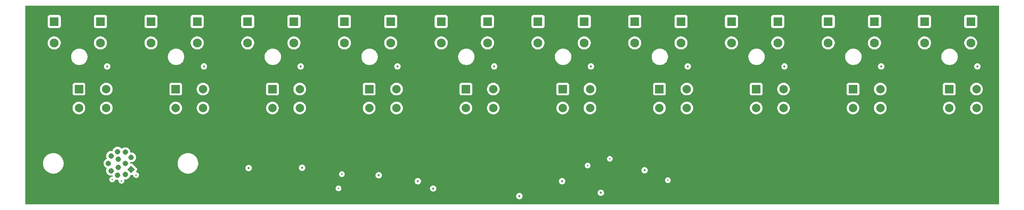
<source format=gbr>
%TF.GenerationSoftware,KiCad,Pcbnew,9.0.0*%
%TF.CreationDate,2025-04-14T19:02:10-07:00*%
%TF.ProjectId,solenoid_10,736f6c65-6e6f-4696-945f-31302e6b6963,rev?*%
%TF.SameCoordinates,Original*%
%TF.FileFunction,Copper,L3,Inr*%
%TF.FilePolarity,Positive*%
%FSLAX46Y46*%
G04 Gerber Fmt 4.6, Leading zero omitted, Abs format (unit mm)*
G04 Created by KiCad (PCBNEW 9.0.0) date 2025-04-14 19:02:10*
%MOMM*%
%LPD*%
G01*
G04 APERTURE LIST*
G04 Aperture macros list*
%AMRotRect*
0 Rectangle, with rotation*
0 The origin of the aperture is its center*
0 $1 length*
0 $2 width*
0 $3 Rotation angle, in degrees counterclockwise*
0 Add horizontal line*
21,1,$1,$2,0,0,$3*%
G04 Aperture macros list end*
%TA.AperFunction,ComponentPad*%
%ADD10R,2.000000X2.000000*%
%TD*%
%TA.AperFunction,ComponentPad*%
%ADD11C,2.000000*%
%TD*%
%TA.AperFunction,ComponentPad*%
%ADD12RotRect,1.308000X1.308000X315.000000*%
%TD*%
%TA.AperFunction,ComponentPad*%
%ADD13C,1.308000*%
%TD*%
%TA.AperFunction,ComponentPad*%
%ADD14R,2.100000X2.100000*%
%TD*%
%TA.AperFunction,ComponentPad*%
%ADD15C,2.100000*%
%TD*%
%TA.AperFunction,ViaPad*%
%ADD16C,0.600000*%
%TD*%
%TA.AperFunction,ViaPad*%
%ADD17C,0.350000*%
%TD*%
%TA.AperFunction,ViaPad*%
%ADD18C,0.500000*%
%TD*%
G04 APERTURE END LIST*
D10*
%TO.N,/CH2_IN*%
%TO.C,S2*%
X143088376Y-85309500D03*
D11*
X149588376Y-85309500D03*
%TO.N,/VGATE*%
X143088376Y-89809500D03*
X149588376Y-89809500D03*
%TD*%
D10*
%TO.N,/CH9_IN*%
%TO.C,S9*%
X304088376Y-85309500D03*
D11*
X310588376Y-85309500D03*
%TO.N,/VGATE*%
X304088376Y-89809500D03*
X310588376Y-89809500D03*
%TD*%
D10*
%TO.N,/CH7_IN*%
%TO.C,S7*%
X258088376Y-85309500D03*
D11*
X264588376Y-85309500D03*
%TO.N,/VGATE*%
X258088376Y-89809500D03*
X264588376Y-89809500D03*
%TD*%
D10*
%TO.N,/CH6_IN*%
%TO.C,S6*%
X235088376Y-85309500D03*
D11*
X241588376Y-85309500D03*
%TO.N,/VGATE*%
X235088376Y-89809500D03*
X241588376Y-89809500D03*
%TD*%
D10*
%TO.N,/CH10_IN*%
%TO.C,S10*%
X326963376Y-85309500D03*
D11*
X333463376Y-85309500D03*
%TO.N,/VGATE*%
X326963376Y-89809500D03*
X333463376Y-89809500D03*
%TD*%
D12*
%TO.N,/CH6_IN*%
%TO.C,J22*%
X132524371Y-104428356D03*
D13*
%TO.N,/CH4_IN*%
X132525078Y-101573766D03*
%TO.N,/CH3_IN*%
X131128542Y-100328551D03*
%TO.N,/CH2_IN*%
X129263195Y-100195615D03*
%TO.N,/CH1_IN*%
X127704024Y-101228698D03*
%TO.N,/CH10_IN*%
X127100155Y-102999293D03*
%TO.N,/CH9_IN*%
X127702610Y-104769888D03*
%TO.N,/CH8_IN*%
X129261781Y-105804385D03*
%TO.N,/CH7_IN*%
X131127128Y-105671449D03*
%TO.N,/CH5_IN*%
X131100258Y-103000000D03*
%TO.N,/+24V*%
X129449871Y-102046820D03*
%TO.N,GND*%
X129449871Y-103953180D03*
%TD*%
D10*
%TO.N,/CH4_IN*%
%TO.C,S4*%
X189088376Y-85309500D03*
D11*
X195588376Y-85309500D03*
%TO.N,/VGATE*%
X189088376Y-89809500D03*
X195588376Y-89809500D03*
%TD*%
D10*
%TO.N,/CH5_IN*%
%TO.C,S5*%
X212088376Y-85309500D03*
D11*
X218588376Y-85309500D03*
%TO.N,/VGATE*%
X212088376Y-89809500D03*
X218588376Y-89809500D03*
%TD*%
D10*
%TO.N,/CH3_IN*%
%TO.C,S3*%
X166088376Y-85309500D03*
D11*
X172588376Y-85309500D03*
%TO.N,/VGATE*%
X166088376Y-89809500D03*
X172588376Y-89809500D03*
%TD*%
D10*
%TO.N,/CH8_IN*%
%TO.C,S8*%
X281088376Y-85309500D03*
D11*
X287588376Y-85309500D03*
%TO.N,/VGATE*%
X281088376Y-89809500D03*
X287588376Y-89809500D03*
%TD*%
D10*
%TO.N,/CH1_IN*%
%TO.C,S1*%
X120088375Y-85309500D03*
D11*
X126588375Y-85309500D03*
%TO.N,/VGATE*%
X120088375Y-89809500D03*
X126588375Y-89809500D03*
%TD*%
D14*
%TO.N,/solenoid_channel1/solenoid_N*%
%TO.C,J3*%
X125213375Y-69219500D03*
D15*
X125213375Y-74299500D03*
%TD*%
D14*
%TO.N,/solenoid_channel3/solenoid_P*%
%TO.C,J6*%
X160213376Y-69219500D03*
D15*
X160213376Y-74299500D03*
%TD*%
D14*
%TO.N,/solenoid_channel10/solenoid_P*%
%TO.C,J20*%
X321088376Y-69219500D03*
D15*
X321088376Y-74299500D03*
%TD*%
D14*
%TO.N,/solenoid_channel5/solenoid_P*%
%TO.C,J10*%
X206213376Y-69219500D03*
D15*
X206213376Y-74299500D03*
%TD*%
D14*
%TO.N,/solenoid_channel6/solenoid_P*%
%TO.C,J12*%
X229213376Y-69219500D03*
D15*
X229213376Y-74299500D03*
%TD*%
D14*
%TO.N,/solenoid_channel4/solenoid_N*%
%TO.C,J9*%
X194213376Y-69219500D03*
D15*
X194213376Y-74299500D03*
%TD*%
D14*
%TO.N,/solenoid_channel6/solenoid_N*%
%TO.C,J13*%
X240213376Y-69219500D03*
D15*
X240213376Y-74299500D03*
%TD*%
D14*
%TO.N,/solenoid_channel7/solenoid_P*%
%TO.C,J14*%
X252213376Y-69219500D03*
D15*
X252213376Y-74299500D03*
%TD*%
D14*
%TO.N,/solenoid_channel2/solenoid_N*%
%TO.C,J5*%
X148213376Y-69219500D03*
D15*
X148213376Y-74299500D03*
%TD*%
D14*
%TO.N,/solenoid_channel4/solenoid_P*%
%TO.C,J8*%
X183213376Y-69219500D03*
D15*
X183213376Y-74299500D03*
%TD*%
D14*
%TO.N,/solenoid_channel9/solenoid_P*%
%TO.C,J18*%
X298213376Y-69219500D03*
D15*
X298213376Y-74299500D03*
%TD*%
D14*
%TO.N,/solenoid_channel7/solenoid_N*%
%TO.C,J15*%
X263213376Y-69219500D03*
D15*
X263213376Y-74299500D03*
%TD*%
D14*
%TO.N,/solenoid_channel2/solenoid_P*%
%TO.C,J4*%
X137213376Y-69219500D03*
D15*
X137213376Y-74299500D03*
%TD*%
D14*
%TO.N,/solenoid_channel9/solenoid_N*%
%TO.C,J19*%
X309213376Y-69219500D03*
D15*
X309213376Y-74299500D03*
%TD*%
D14*
%TO.N,/solenoid_channel3/solenoid_N*%
%TO.C,J7*%
X171213376Y-69219500D03*
D15*
X171213376Y-74299500D03*
%TD*%
D14*
%TO.N,/solenoid_channel1/solenoid_P*%
%TO.C,J2*%
X114213375Y-69219500D03*
D15*
X114213375Y-74299500D03*
%TD*%
D14*
%TO.N,/solenoid_channel8/solenoid_N*%
%TO.C,J17*%
X286213376Y-69219500D03*
D15*
X286213376Y-74299500D03*
%TD*%
D14*
%TO.N,/solenoid_channel8/solenoid_P*%
%TO.C,J16*%
X275213376Y-69219500D03*
D15*
X275213376Y-74299500D03*
%TD*%
D14*
%TO.N,/solenoid_channel10/solenoid_N*%
%TO.C,J21*%
X332088376Y-69219500D03*
D15*
X332088376Y-74299500D03*
%TD*%
D14*
%TO.N,/solenoid_channel5/solenoid_N*%
%TO.C,J11*%
X217213376Y-69219500D03*
D15*
X217213376Y-74299500D03*
%TD*%
D16*
%TO.N,/+24V*%
X191300000Y-103500000D03*
D17*
X134200000Y-102550000D03*
X132500000Y-98850000D03*
D16*
X182300001Y-79250000D03*
X251300001Y-79250000D03*
X274300001Y-79250000D03*
X320175001Y-79250000D03*
X200645000Y-101155000D03*
X228300001Y-79250000D03*
X204250000Y-104000000D03*
X211650000Y-104050000D03*
X297300001Y-79250000D03*
X113300000Y-79250000D03*
X170400000Y-105900000D03*
X136300001Y-79250000D03*
X167800000Y-110500000D03*
D17*
X127350000Y-98850000D03*
D16*
X205300001Y-79250000D03*
X159300001Y-79250000D03*
D18*
%TO.N,GND*%
X160450000Y-104100000D03*
D17*
X133700000Y-105800000D03*
D18*
X204300000Y-109000000D03*
X264800001Y-79900000D03*
X195800001Y-79900000D03*
X244150000Y-110000000D03*
X149800001Y-79900000D03*
D17*
X130200000Y-107150000D03*
D18*
X200650000Y-107250000D03*
X224800000Y-110800000D03*
X234950000Y-107250000D03*
D17*
X128000000Y-106850000D03*
D18*
X218800001Y-79900000D03*
X126800000Y-79900000D03*
X254550000Y-104650000D03*
X172800001Y-79900000D03*
X333675001Y-79900000D03*
X191350000Y-105850000D03*
X173150000Y-104050000D03*
X241800001Y-79900000D03*
X310800001Y-79900000D03*
X287800001Y-79900000D03*
D17*
%TO.N,/VGATE*%
X246300000Y-101900000D03*
X241000000Y-103500000D03*
X260100000Y-107000000D03*
X181800000Y-108950000D03*
X182587500Y-105562500D03*
%TD*%
%TA.AperFunction,Conductor*%
%TO.N,/+24V*%
G36*
X338743039Y-65419685D02*
G01*
X338788794Y-65472489D01*
X338800000Y-65524000D01*
X338800000Y-112625500D01*
X338780315Y-112692539D01*
X338727511Y-112738294D01*
X338676000Y-112749500D01*
X107424000Y-112749500D01*
X107356961Y-112729815D01*
X107311206Y-112677011D01*
X107300000Y-112625500D01*
X107300000Y-110873920D01*
X224049499Y-110873920D01*
X224078340Y-111018907D01*
X224078343Y-111018917D01*
X224134912Y-111155488D01*
X224134919Y-111155501D01*
X224217048Y-111278415D01*
X224217051Y-111278419D01*
X224321580Y-111382948D01*
X224321584Y-111382951D01*
X224444498Y-111465080D01*
X224444511Y-111465087D01*
X224581082Y-111521656D01*
X224581087Y-111521658D01*
X224581091Y-111521658D01*
X224581092Y-111521659D01*
X224726079Y-111550500D01*
X224726082Y-111550500D01*
X224873920Y-111550500D01*
X224971462Y-111531096D01*
X225018913Y-111521658D01*
X225155495Y-111465084D01*
X225278416Y-111382951D01*
X225382951Y-111278416D01*
X225465084Y-111155495D01*
X225521658Y-111018913D01*
X225550500Y-110873918D01*
X225550500Y-110726082D01*
X225550500Y-110726079D01*
X225521659Y-110581092D01*
X225521658Y-110581091D01*
X225521658Y-110581087D01*
X225479132Y-110478419D01*
X225465087Y-110444511D01*
X225465080Y-110444498D01*
X225382951Y-110321584D01*
X225382948Y-110321580D01*
X225278419Y-110217051D01*
X225278415Y-110217048D01*
X225155501Y-110134919D01*
X225155488Y-110134912D01*
X225018917Y-110078343D01*
X225018907Y-110078340D01*
X224996686Y-110073920D01*
X243399499Y-110073920D01*
X243428340Y-110218907D01*
X243428343Y-110218917D01*
X243484912Y-110355488D01*
X243484919Y-110355501D01*
X243567048Y-110478415D01*
X243567051Y-110478419D01*
X243671580Y-110582948D01*
X243671584Y-110582951D01*
X243794498Y-110665080D01*
X243794511Y-110665087D01*
X243931082Y-110721656D01*
X243931087Y-110721658D01*
X243931091Y-110721658D01*
X243931092Y-110721659D01*
X244076079Y-110750500D01*
X244076082Y-110750500D01*
X244223920Y-110750500D01*
X244321462Y-110731096D01*
X244368913Y-110721658D01*
X244505495Y-110665084D01*
X244628416Y-110582951D01*
X244732951Y-110478416D01*
X244815084Y-110355495D01*
X244871658Y-110218913D01*
X244888366Y-110134919D01*
X244900500Y-110073920D01*
X244900500Y-109926079D01*
X244871659Y-109781092D01*
X244871658Y-109781091D01*
X244871658Y-109781087D01*
X244871656Y-109781082D01*
X244815087Y-109644511D01*
X244815080Y-109644498D01*
X244732951Y-109521584D01*
X244732948Y-109521580D01*
X244628419Y-109417051D01*
X244628415Y-109417048D01*
X244505501Y-109334919D01*
X244505488Y-109334912D01*
X244368917Y-109278343D01*
X244368907Y-109278340D01*
X244223920Y-109249500D01*
X244223918Y-109249500D01*
X244076082Y-109249500D01*
X244076080Y-109249500D01*
X243931092Y-109278340D01*
X243931082Y-109278343D01*
X243794511Y-109334912D01*
X243794498Y-109334919D01*
X243671584Y-109417048D01*
X243671580Y-109417051D01*
X243567051Y-109521580D01*
X243567048Y-109521584D01*
X243484919Y-109644498D01*
X243484912Y-109644511D01*
X243428343Y-109781082D01*
X243428340Y-109781092D01*
X243399500Y-109926079D01*
X243399500Y-109926082D01*
X243399500Y-110073918D01*
X243399500Y-110073920D01*
X243399499Y-110073920D01*
X224996686Y-110073920D01*
X224873920Y-110049500D01*
X224873918Y-110049500D01*
X224726082Y-110049500D01*
X224726080Y-110049500D01*
X224581092Y-110078340D01*
X224581082Y-110078343D01*
X224444511Y-110134912D01*
X224444498Y-110134919D01*
X224321584Y-110217048D01*
X224321580Y-110217051D01*
X224217051Y-110321580D01*
X224217048Y-110321584D01*
X224134919Y-110444498D01*
X224134912Y-110444511D01*
X224078343Y-110581082D01*
X224078340Y-110581092D01*
X224049500Y-110726079D01*
X224049500Y-110726082D01*
X224049500Y-110873918D01*
X224049500Y-110873920D01*
X224049499Y-110873920D01*
X107300000Y-110873920D01*
X107300000Y-109016533D01*
X181124499Y-109016533D01*
X181150458Y-109147030D01*
X181150461Y-109147040D01*
X181201376Y-109269961D01*
X181201386Y-109269979D01*
X181275301Y-109380601D01*
X181275307Y-109380609D01*
X181369390Y-109474692D01*
X181369398Y-109474698D01*
X181480020Y-109548613D01*
X181480023Y-109548614D01*
X181480031Y-109548620D01*
X181602964Y-109599540D01*
X181602968Y-109599540D01*
X181602969Y-109599541D01*
X181733466Y-109625500D01*
X181733469Y-109625500D01*
X181866533Y-109625500D01*
X181954325Y-109608035D01*
X181997036Y-109599540D01*
X182119969Y-109548620D01*
X182230606Y-109474695D01*
X182324695Y-109380606D01*
X182398620Y-109269969D01*
X182449540Y-109147036D01*
X182464084Y-109073920D01*
X203549499Y-109073920D01*
X203578340Y-109218907D01*
X203578343Y-109218917D01*
X203634912Y-109355488D01*
X203634919Y-109355501D01*
X203717048Y-109478415D01*
X203717051Y-109478419D01*
X203821580Y-109582948D01*
X203821584Y-109582951D01*
X203944498Y-109665080D01*
X203944511Y-109665087D01*
X204081082Y-109721656D01*
X204081087Y-109721658D01*
X204081091Y-109721658D01*
X204081092Y-109721659D01*
X204226079Y-109750500D01*
X204226082Y-109750500D01*
X204373920Y-109750500D01*
X204471462Y-109731096D01*
X204518913Y-109721658D01*
X204655495Y-109665084D01*
X204778416Y-109582951D01*
X204882951Y-109478416D01*
X204965084Y-109355495D01*
X205021658Y-109218913D01*
X205050500Y-109073918D01*
X205050500Y-108926082D01*
X205050500Y-108926079D01*
X205021659Y-108781092D01*
X205021658Y-108781091D01*
X205021658Y-108781087D01*
X205010007Y-108752959D01*
X204965087Y-108644511D01*
X204965080Y-108644498D01*
X204882951Y-108521584D01*
X204882948Y-108521580D01*
X204778419Y-108417051D01*
X204778415Y-108417048D01*
X204655501Y-108334919D01*
X204655488Y-108334912D01*
X204518917Y-108278343D01*
X204518907Y-108278340D01*
X204373920Y-108249500D01*
X204373918Y-108249500D01*
X204226082Y-108249500D01*
X204226080Y-108249500D01*
X204081092Y-108278340D01*
X204081082Y-108278343D01*
X203944511Y-108334912D01*
X203944498Y-108334919D01*
X203821584Y-108417048D01*
X203821580Y-108417051D01*
X203717051Y-108521580D01*
X203717048Y-108521584D01*
X203634919Y-108644498D01*
X203634912Y-108644511D01*
X203578343Y-108781082D01*
X203578340Y-108781092D01*
X203549500Y-108926079D01*
X203549500Y-108926082D01*
X203549500Y-109073918D01*
X203549500Y-109073920D01*
X203549499Y-109073920D01*
X182464084Y-109073920D01*
X182475500Y-109016531D01*
X182475500Y-108883469D01*
X182475500Y-108883466D01*
X182449541Y-108752969D01*
X182449540Y-108752968D01*
X182449540Y-108752964D01*
X182398620Y-108630031D01*
X182326158Y-108521584D01*
X182324698Y-108519398D01*
X182324692Y-108519390D01*
X182230609Y-108425307D01*
X182230601Y-108425301D01*
X182119979Y-108351386D01*
X182119972Y-108351382D01*
X182119969Y-108351380D01*
X182119965Y-108351378D01*
X182119961Y-108351376D01*
X181997040Y-108300461D01*
X181997030Y-108300458D01*
X181866533Y-108274500D01*
X181866531Y-108274500D01*
X181733469Y-108274500D01*
X181733467Y-108274500D01*
X181602969Y-108300458D01*
X181602959Y-108300461D01*
X181480038Y-108351376D01*
X181480020Y-108351386D01*
X181369398Y-108425301D01*
X181369390Y-108425307D01*
X181275307Y-108519390D01*
X181275301Y-108519398D01*
X181201386Y-108630020D01*
X181201376Y-108630038D01*
X181150461Y-108752959D01*
X181150458Y-108752969D01*
X181124500Y-108883466D01*
X181124500Y-108883469D01*
X181124500Y-109016531D01*
X181124500Y-109016533D01*
X181124499Y-109016533D01*
X107300000Y-109016533D01*
X107300000Y-102862378D01*
X111549500Y-102862378D01*
X111549500Y-103137621D01*
X111580315Y-103411108D01*
X111580317Y-103411124D01*
X111641561Y-103679453D01*
X111641565Y-103679465D01*
X111732467Y-103939246D01*
X111851884Y-104187218D01*
X111857251Y-104195759D01*
X111998319Y-104420268D01*
X112169925Y-104635455D01*
X112364545Y-104830075D01*
X112579732Y-105001681D01*
X112812779Y-105148114D01*
X112812781Y-105148115D01*
X112817653Y-105150461D01*
X113060757Y-105267534D01*
X113196656Y-105315087D01*
X113320534Y-105358434D01*
X113320543Y-105358437D01*
X113320546Y-105358438D01*
X113588879Y-105419683D01*
X113862378Y-105450499D01*
X113862379Y-105450500D01*
X113862383Y-105450500D01*
X114137621Y-105450500D01*
X114137621Y-105450499D01*
X114411121Y-105419683D01*
X114679454Y-105358438D01*
X114939243Y-105267534D01*
X115187221Y-105148114D01*
X115420268Y-105001681D01*
X115635455Y-104830075D01*
X115830075Y-104635455D01*
X116001681Y-104420268D01*
X116148114Y-104187221D01*
X116267534Y-103939243D01*
X116358438Y-103679454D01*
X116419683Y-103411121D01*
X116450500Y-103137617D01*
X116450500Y-102908432D01*
X125945655Y-102908432D01*
X125945655Y-103090154D01*
X125953173Y-103137621D01*
X125974083Y-103269640D01*
X125974083Y-103269643D01*
X126030236Y-103442464D01*
X126030238Y-103442467D01*
X126112738Y-103604383D01*
X126219552Y-103751399D01*
X126348049Y-103879896D01*
X126417838Y-103930601D01*
X126495066Y-103986711D01*
X126631375Y-104056163D01*
X126682172Y-104104137D01*
X126698967Y-104171958D01*
X126685566Y-104222942D01*
X126632695Y-104326708D01*
X126632691Y-104326716D01*
X126576538Y-104499537D01*
X126576538Y-104499540D01*
X126564045Y-104578416D01*
X126548110Y-104679027D01*
X126548110Y-104860749D01*
X126560757Y-104940597D01*
X126576538Y-105040235D01*
X126576538Y-105040238D01*
X126632691Y-105213059D01*
X126632693Y-105213062D01*
X126715193Y-105374978D01*
X126822007Y-105521994D01*
X126950504Y-105650491D01*
X127097520Y-105757305D01*
X127259436Y-105839805D01*
X127259438Y-105839806D01*
X127420639Y-105892182D01*
X127432264Y-105895960D01*
X127611749Y-105924388D01*
X127611750Y-105924388D01*
X127793470Y-105924388D01*
X127793471Y-105924388D01*
X127898442Y-105907762D01*
X127977768Y-105895198D01*
X127977971Y-105896480D01*
X127985915Y-105896877D01*
X127999205Y-105892768D01*
X128020121Y-105898585D01*
X128041805Y-105899668D01*
X128053117Y-105907762D01*
X128066519Y-105911490D01*
X128080970Y-105927693D01*
X128098626Y-105940327D01*
X128104718Y-105954320D01*
X128113025Y-105963634D01*
X128123453Y-105997352D01*
X128128798Y-106031100D01*
X128119846Y-106100391D01*
X128074852Y-106153845D01*
X128008101Y-106174487D01*
X128006326Y-106174500D01*
X127933467Y-106174500D01*
X127802969Y-106200458D01*
X127802959Y-106200461D01*
X127680038Y-106251376D01*
X127680020Y-106251386D01*
X127569398Y-106325301D01*
X127569390Y-106325307D01*
X127475307Y-106419390D01*
X127475301Y-106419398D01*
X127401386Y-106530020D01*
X127401376Y-106530038D01*
X127350461Y-106652959D01*
X127350458Y-106652969D01*
X127324500Y-106783466D01*
X127324500Y-106783469D01*
X127324500Y-106916531D01*
X127324500Y-106916533D01*
X127324499Y-106916533D01*
X127350458Y-107047030D01*
X127350461Y-107047040D01*
X127401376Y-107169961D01*
X127401386Y-107169979D01*
X127475301Y-107280601D01*
X127475307Y-107280609D01*
X127569390Y-107374692D01*
X127569398Y-107374698D01*
X127680020Y-107448613D01*
X127680023Y-107448614D01*
X127680031Y-107448620D01*
X127680037Y-107448622D01*
X127680038Y-107448623D01*
X127802959Y-107499538D01*
X127802964Y-107499540D01*
X127802968Y-107499540D01*
X127802969Y-107499541D01*
X127933466Y-107525500D01*
X127933469Y-107525500D01*
X128066533Y-107525500D01*
X128154325Y-107508035D01*
X128197036Y-107499540D01*
X128319969Y-107448620D01*
X128430606Y-107374695D01*
X128524695Y-107280606D01*
X128598620Y-107169969D01*
X128649540Y-107047036D01*
X128664854Y-106970049D01*
X128697239Y-106908140D01*
X128757955Y-106873565D01*
X128824789Y-106876311D01*
X128885959Y-106896186D01*
X128991435Y-106930457D01*
X129170920Y-106958885D01*
X129170921Y-106958885D01*
X129352637Y-106958885D01*
X129352642Y-106958885D01*
X129381156Y-106954368D01*
X129450444Y-106963321D01*
X129503898Y-107008316D01*
X129524539Y-107075067D01*
X129524444Y-107077377D01*
X129524500Y-107077377D01*
X129524500Y-107083469D01*
X129524500Y-107216531D01*
X129524500Y-107216533D01*
X129524499Y-107216533D01*
X129550458Y-107347030D01*
X129550461Y-107347040D01*
X129601376Y-107469961D01*
X129601386Y-107469979D01*
X129675301Y-107580601D01*
X129675307Y-107580609D01*
X129769390Y-107674692D01*
X129769398Y-107674698D01*
X129880020Y-107748613D01*
X129880023Y-107748614D01*
X129880031Y-107748620D01*
X130002964Y-107799540D01*
X130002968Y-107799540D01*
X130002969Y-107799541D01*
X130133466Y-107825500D01*
X130133469Y-107825500D01*
X130266533Y-107825500D01*
X130354325Y-107808035D01*
X130397036Y-107799540D01*
X130519969Y-107748620D01*
X130630606Y-107674695D01*
X130724695Y-107580606D01*
X130798620Y-107469969D01*
X130849540Y-107347036D01*
X130854138Y-107323920D01*
X199899499Y-107323920D01*
X199928340Y-107468907D01*
X199928343Y-107468917D01*
X199984912Y-107605488D01*
X199984919Y-107605501D01*
X200067048Y-107728415D01*
X200067051Y-107728419D01*
X200171580Y-107832948D01*
X200171584Y-107832951D01*
X200294498Y-107915080D01*
X200294511Y-107915087D01*
X200431082Y-107971656D01*
X200431087Y-107971658D01*
X200431091Y-107971658D01*
X200431092Y-107971659D01*
X200576079Y-108000500D01*
X200576082Y-108000500D01*
X200723920Y-108000500D01*
X200821462Y-107981096D01*
X200868913Y-107971658D01*
X201005495Y-107915084D01*
X201128416Y-107832951D01*
X201232951Y-107728416D01*
X201315084Y-107605495D01*
X201317931Y-107598623D01*
X201348552Y-107524695D01*
X201371658Y-107468913D01*
X201395901Y-107347040D01*
X201400500Y-107323920D01*
X234199499Y-107323920D01*
X234228340Y-107468907D01*
X234228343Y-107468917D01*
X234284912Y-107605488D01*
X234284919Y-107605501D01*
X234367048Y-107728415D01*
X234367051Y-107728419D01*
X234471580Y-107832948D01*
X234471584Y-107832951D01*
X234594498Y-107915080D01*
X234594511Y-107915087D01*
X234731082Y-107971656D01*
X234731087Y-107971658D01*
X234731091Y-107971658D01*
X234731092Y-107971659D01*
X234876079Y-108000500D01*
X234876082Y-108000500D01*
X235023920Y-108000500D01*
X235121462Y-107981096D01*
X235168913Y-107971658D01*
X235305495Y-107915084D01*
X235428416Y-107832951D01*
X235532951Y-107728416D01*
X235615084Y-107605495D01*
X235617931Y-107598623D01*
X235648552Y-107524695D01*
X235671658Y-107468913D01*
X235695901Y-107347040D01*
X235700500Y-107323920D01*
X235700500Y-107176079D01*
X235678709Y-107066533D01*
X259424499Y-107066533D01*
X259450458Y-107197030D01*
X259450461Y-107197040D01*
X259501376Y-107319961D01*
X259501386Y-107319979D01*
X259575301Y-107430601D01*
X259575307Y-107430609D01*
X259669390Y-107524692D01*
X259669398Y-107524698D01*
X259780020Y-107598613D01*
X259780023Y-107598614D01*
X259780031Y-107598620D01*
X259902964Y-107649540D01*
X259902968Y-107649540D01*
X259902969Y-107649541D01*
X260033466Y-107675500D01*
X260033469Y-107675500D01*
X260166533Y-107675500D01*
X260254325Y-107658035D01*
X260297036Y-107649540D01*
X260419969Y-107598620D01*
X260530606Y-107524695D01*
X260624695Y-107430606D01*
X260698620Y-107319969D01*
X260749540Y-107197036D01*
X260775500Y-107066531D01*
X260775500Y-106933469D01*
X260775500Y-106933466D01*
X260749541Y-106802969D01*
X260749540Y-106802968D01*
X260749540Y-106802964D01*
X260748886Y-106801385D01*
X260698623Y-106680038D01*
X260698622Y-106680037D01*
X260698620Y-106680031D01*
X260684477Y-106658865D01*
X260624698Y-106569398D01*
X260624692Y-106569390D01*
X260530609Y-106475307D01*
X260530601Y-106475301D01*
X260419979Y-106401386D01*
X260419972Y-106401382D01*
X260419969Y-106401380D01*
X260419965Y-106401378D01*
X260419961Y-106401376D01*
X260297040Y-106350461D01*
X260297030Y-106350458D01*
X260166533Y-106324500D01*
X260166531Y-106324500D01*
X260033469Y-106324500D01*
X260033467Y-106324500D01*
X259902969Y-106350458D01*
X259902959Y-106350461D01*
X259780038Y-106401376D01*
X259780020Y-106401386D01*
X259669398Y-106475301D01*
X259669390Y-106475307D01*
X259575307Y-106569390D01*
X259575301Y-106569398D01*
X259501386Y-106680020D01*
X259501376Y-106680038D01*
X259450461Y-106802959D01*
X259450458Y-106802969D01*
X259424500Y-106933466D01*
X259424500Y-106933469D01*
X259424500Y-107066531D01*
X259424500Y-107066533D01*
X259424499Y-107066533D01*
X235678709Y-107066533D01*
X235671659Y-107031092D01*
X235671658Y-107031091D01*
X235671658Y-107031087D01*
X235662226Y-107008316D01*
X235648356Y-106974829D01*
X235615085Y-106894508D01*
X235615084Y-106894505D01*
X235615082Y-106894502D01*
X235615080Y-106894498D01*
X235532951Y-106771584D01*
X235532948Y-106771580D01*
X235428419Y-106667051D01*
X235428415Y-106667048D01*
X235305501Y-106584919D01*
X235305488Y-106584912D01*
X235168917Y-106528343D01*
X235168907Y-106528340D01*
X235023920Y-106499500D01*
X235023918Y-106499500D01*
X234876082Y-106499500D01*
X234876080Y-106499500D01*
X234731092Y-106528340D01*
X234731082Y-106528343D01*
X234594511Y-106584912D01*
X234594498Y-106584919D01*
X234471584Y-106667048D01*
X234471580Y-106667051D01*
X234367051Y-106771580D01*
X234367048Y-106771584D01*
X234284919Y-106894498D01*
X234284912Y-106894511D01*
X234228343Y-107031082D01*
X234228340Y-107031092D01*
X234199500Y-107176079D01*
X234199500Y-107176082D01*
X234199500Y-107323918D01*
X234199500Y-107323920D01*
X234199499Y-107323920D01*
X201400500Y-107323920D01*
X201400500Y-107176079D01*
X201371659Y-107031092D01*
X201371658Y-107031091D01*
X201371658Y-107031087D01*
X201346376Y-106970050D01*
X201315087Y-106894511D01*
X201315080Y-106894498D01*
X201232951Y-106771584D01*
X201232948Y-106771580D01*
X201128419Y-106667051D01*
X201128415Y-106667048D01*
X201005501Y-106584919D01*
X201005488Y-106584912D01*
X200868917Y-106528343D01*
X200868907Y-106528340D01*
X200723920Y-106499500D01*
X200723918Y-106499500D01*
X200576082Y-106499500D01*
X200576080Y-106499500D01*
X200431092Y-106528340D01*
X200431082Y-106528343D01*
X200294511Y-106584912D01*
X200294498Y-106584919D01*
X200171584Y-106667048D01*
X200171580Y-106667051D01*
X200067051Y-106771580D01*
X200067048Y-106771584D01*
X199984919Y-106894498D01*
X199984912Y-106894511D01*
X199928343Y-107031082D01*
X199928340Y-107031092D01*
X199899500Y-107176079D01*
X199899500Y-107176082D01*
X199899500Y-107323918D01*
X199899500Y-107323920D01*
X199899499Y-107323920D01*
X130854138Y-107323920D01*
X130875500Y-107216531D01*
X130875500Y-107083469D01*
X130851072Y-106960669D01*
X130850489Y-106955500D01*
X130855648Y-106926001D01*
X130858316Y-106896186D01*
X130861602Y-106891955D01*
X130862526Y-106886675D01*
X130882812Y-106864650D01*
X130901178Y-106841008D01*
X130906231Y-106839225D01*
X130909862Y-106835284D01*
X130938832Y-106827724D01*
X130967068Y-106817763D01*
X130975358Y-106818192D01*
X130977468Y-106817642D01*
X130979866Y-106818426D01*
X130993098Y-106819111D01*
X131036267Y-106825949D01*
X131036269Y-106825949D01*
X131217988Y-106825949D01*
X131217989Y-106825949D01*
X131397474Y-106797521D01*
X131397477Y-106797520D01*
X131397478Y-106797520D01*
X131570299Y-106741367D01*
X131570299Y-106741366D01*
X131570302Y-106741366D01*
X131732218Y-106658866D01*
X131879234Y-106552052D01*
X132007731Y-106423555D01*
X132114545Y-106276539D01*
X132197045Y-106114623D01*
X132253200Y-105941795D01*
X132253200Y-105941789D01*
X132254336Y-105937064D01*
X132255774Y-105937409D01*
X132282878Y-105880230D01*
X132342188Y-105843296D01*
X132393071Y-105840021D01*
X132524371Y-105858898D01*
X132666828Y-105838417D01*
X132797744Y-105778629D01*
X132822695Y-105758521D01*
X132887243Y-105731785D01*
X132956003Y-105744189D01*
X133007141Y-105791799D01*
X133024500Y-105855074D01*
X133024500Y-105866531D01*
X133024500Y-105866533D01*
X133024499Y-105866533D01*
X133050458Y-105997030D01*
X133050461Y-105997040D01*
X133101376Y-106119961D01*
X133101386Y-106119979D01*
X133175301Y-106230601D01*
X133175307Y-106230609D01*
X133269390Y-106324692D01*
X133269398Y-106324698D01*
X133380020Y-106398613D01*
X133380023Y-106398614D01*
X133380031Y-106398620D01*
X133380037Y-106398622D01*
X133380038Y-106398623D01*
X133430175Y-106419390D01*
X133502964Y-106449540D01*
X133502968Y-106449540D01*
X133502969Y-106449541D01*
X133633466Y-106475500D01*
X133633469Y-106475500D01*
X133766533Y-106475500D01*
X133854325Y-106458035D01*
X133897036Y-106449540D01*
X134019969Y-106398620D01*
X134130606Y-106324695D01*
X134224695Y-106230606D01*
X134298620Y-106119969D01*
X134349540Y-105997036D01*
X134366557Y-105911490D01*
X134375500Y-105866533D01*
X134375500Y-105733466D01*
X134354726Y-105629033D01*
X181911999Y-105629033D01*
X181937958Y-105759530D01*
X181937961Y-105759540D01*
X181988876Y-105882461D01*
X181988886Y-105882479D01*
X182062801Y-105993101D01*
X182062807Y-105993109D01*
X182156890Y-106087192D01*
X182156898Y-106087198D01*
X182267520Y-106161113D01*
X182267523Y-106161114D01*
X182267531Y-106161120D01*
X182267537Y-106161122D01*
X182267538Y-106161123D01*
X182374646Y-106205488D01*
X182390464Y-106212040D01*
X182390468Y-106212040D01*
X182390469Y-106212041D01*
X182520966Y-106238000D01*
X182520969Y-106238000D01*
X182654033Y-106238000D01*
X182741825Y-106220535D01*
X182784536Y-106212040D01*
X182907469Y-106161120D01*
X183018106Y-106087195D01*
X183112195Y-105993106D01*
X183158423Y-105923920D01*
X190599499Y-105923920D01*
X190628340Y-106068907D01*
X190628343Y-106068917D01*
X190684912Y-106205488D01*
X190684919Y-106205501D01*
X190767048Y-106328415D01*
X190767051Y-106328419D01*
X190871580Y-106432948D01*
X190871584Y-106432951D01*
X190994498Y-106515080D01*
X190994511Y-106515087D01*
X191125621Y-106569394D01*
X191131087Y-106571658D01*
X191131091Y-106571658D01*
X191131092Y-106571659D01*
X191276079Y-106600500D01*
X191276082Y-106600500D01*
X191423920Y-106600500D01*
X191521462Y-106581096D01*
X191568913Y-106571658D01*
X191705495Y-106515084D01*
X191828416Y-106432951D01*
X191932951Y-106328416D01*
X192015084Y-106205495D01*
X192018974Y-106196105D01*
X192052724Y-106114623D01*
X192071658Y-106068913D01*
X192096944Y-105941795D01*
X192100500Y-105923920D01*
X192100500Y-105776079D01*
X192071659Y-105631092D01*
X192071658Y-105631091D01*
X192071658Y-105631087D01*
X192060007Y-105602959D01*
X192015087Y-105494511D01*
X192015080Y-105494498D01*
X191932951Y-105371584D01*
X191932948Y-105371580D01*
X191828419Y-105267051D01*
X191828415Y-105267048D01*
X191705501Y-105184919D01*
X191705488Y-105184912D01*
X191568917Y-105128343D01*
X191568907Y-105128340D01*
X191423920Y-105099500D01*
X191423918Y-105099500D01*
X191276082Y-105099500D01*
X191276080Y-105099500D01*
X191131092Y-105128340D01*
X191131082Y-105128343D01*
X190994511Y-105184912D01*
X190994498Y-105184919D01*
X190871584Y-105267048D01*
X190871580Y-105267051D01*
X190767051Y-105371580D01*
X190767048Y-105371584D01*
X190684919Y-105494498D01*
X190684912Y-105494511D01*
X190628343Y-105631082D01*
X190628340Y-105631092D01*
X190599500Y-105776079D01*
X190599500Y-105776082D01*
X190599500Y-105923918D01*
X190599500Y-105923920D01*
X190599499Y-105923920D01*
X183158423Y-105923920D01*
X183186120Y-105882469D01*
X183237040Y-105759536D01*
X183242560Y-105731785D01*
X183263000Y-105629033D01*
X183263000Y-105495966D01*
X183237041Y-105365469D01*
X183237040Y-105365468D01*
X183237040Y-105365464D01*
X183216172Y-105315084D01*
X183186123Y-105242538D01*
X183186122Y-105242537D01*
X183186120Y-105242531D01*
X183158621Y-105201376D01*
X183112198Y-105131898D01*
X183112192Y-105131890D01*
X183018109Y-105037807D01*
X183018101Y-105037801D01*
X182907479Y-104963886D01*
X182907472Y-104963882D01*
X182907469Y-104963880D01*
X182907465Y-104963878D01*
X182907461Y-104963876D01*
X182784540Y-104912961D01*
X182784530Y-104912958D01*
X182654033Y-104887000D01*
X182654031Y-104887000D01*
X182520969Y-104887000D01*
X182520967Y-104887000D01*
X182390469Y-104912958D01*
X182390459Y-104912961D01*
X182267538Y-104963876D01*
X182267520Y-104963886D01*
X182156898Y-105037801D01*
X182156890Y-105037807D01*
X182062807Y-105131890D01*
X182062801Y-105131898D01*
X181988886Y-105242520D01*
X181988876Y-105242538D01*
X181937961Y-105365459D01*
X181937958Y-105365469D01*
X181912000Y-105495966D01*
X181912000Y-105495969D01*
X181912000Y-105629031D01*
X181912000Y-105629033D01*
X181911999Y-105629033D01*
X134354726Y-105629033D01*
X134349541Y-105602969D01*
X134349540Y-105602968D01*
X134349540Y-105602964D01*
X134316002Y-105521995D01*
X134298623Y-105480038D01*
X134298622Y-105480037D01*
X134298620Y-105480031D01*
X134278887Y-105450499D01*
X134224698Y-105369398D01*
X134224692Y-105369390D01*
X134130609Y-105275307D01*
X134130601Y-105275301D01*
X134019979Y-105201386D01*
X134019972Y-105201382D01*
X134019969Y-105201380D01*
X134019965Y-105201378D01*
X134019961Y-105201376D01*
X133897040Y-105150461D01*
X133897030Y-105150458D01*
X133766533Y-105124500D01*
X133766531Y-105124500D01*
X133760298Y-105124500D01*
X133693259Y-105104815D01*
X133647504Y-105052011D01*
X133637560Y-104982853D01*
X133666585Y-104919297D01*
X133672617Y-104912819D01*
X133751653Y-104833783D01*
X133837024Y-104748412D01*
X133874644Y-104701729D01*
X133934432Y-104570813D01*
X133954913Y-104428356D01*
X133934432Y-104285899D01*
X133926676Y-104268917D01*
X133874645Y-104154985D01*
X133874644Y-104154984D01*
X133874644Y-104154983D01*
X133837025Y-104108300D01*
X133837020Y-104108295D01*
X133837016Y-104108290D01*
X132844434Y-103115710D01*
X132844427Y-103115703D01*
X132797744Y-103078083D01*
X132797742Y-103078082D01*
X132797740Y-103078080D01*
X132666830Y-103018295D01*
X132666826Y-103018294D01*
X132524371Y-102997814D01*
X132395488Y-103016343D01*
X132387408Y-103015181D01*
X132379611Y-103017592D01*
X132353333Y-103010281D01*
X132326329Y-103006399D01*
X132320159Y-103001053D01*
X132312298Y-102998866D01*
X132294141Y-102978507D01*
X132273526Y-102960643D01*
X132270030Y-102951471D01*
X132265794Y-102946721D01*
X132255369Y-102913003D01*
X132255368Y-102913001D01*
X132254758Y-102909149D01*
X132254758Y-102909139D01*
X132247453Y-102863020D01*
X132247536Y-102862378D01*
X143549500Y-102862378D01*
X143549500Y-103137621D01*
X143580315Y-103411108D01*
X143580317Y-103411124D01*
X143641561Y-103679453D01*
X143641565Y-103679465D01*
X143732467Y-103939246D01*
X143851884Y-104187218D01*
X143857251Y-104195759D01*
X143998319Y-104420268D01*
X144169925Y-104635455D01*
X144364545Y-104830075D01*
X144579732Y-105001681D01*
X144812779Y-105148114D01*
X144812781Y-105148115D01*
X144817653Y-105150461D01*
X145060757Y-105267534D01*
X145196656Y-105315087D01*
X145320534Y-105358434D01*
X145320543Y-105358437D01*
X145320546Y-105358438D01*
X145588879Y-105419683D01*
X145862378Y-105450499D01*
X145862379Y-105450500D01*
X145862383Y-105450500D01*
X146137621Y-105450500D01*
X146137621Y-105450499D01*
X146411121Y-105419683D01*
X146679454Y-105358438D01*
X146939243Y-105267534D01*
X147187221Y-105148114D01*
X147420268Y-105001681D01*
X147635455Y-104830075D01*
X147830075Y-104635455D01*
X148001681Y-104420268D01*
X148148114Y-104187221D01*
X148154519Y-104173920D01*
X159699499Y-104173920D01*
X159728340Y-104318907D01*
X159728343Y-104318917D01*
X159784912Y-104455488D01*
X159784919Y-104455501D01*
X159867048Y-104578415D01*
X159867051Y-104578419D01*
X159971580Y-104682948D01*
X159971584Y-104682951D01*
X160094498Y-104765080D01*
X160094511Y-104765087D01*
X160231082Y-104821656D01*
X160231087Y-104821658D01*
X160231091Y-104821658D01*
X160231092Y-104821659D01*
X160376079Y-104850500D01*
X160376082Y-104850500D01*
X160523920Y-104850500D01*
X160626599Y-104830075D01*
X160668913Y-104821658D01*
X160805495Y-104765084D01*
X160928416Y-104682951D01*
X161032951Y-104578416D01*
X161115084Y-104455495D01*
X161171658Y-104318913D01*
X161186601Y-104243790D01*
X161200500Y-104173920D01*
X161200500Y-104123920D01*
X172399499Y-104123920D01*
X172428340Y-104268907D01*
X172428343Y-104268917D01*
X172484912Y-104405488D01*
X172484919Y-104405501D01*
X172567048Y-104528415D01*
X172567051Y-104528419D01*
X172671580Y-104632948D01*
X172671584Y-104632951D01*
X172794498Y-104715080D01*
X172794511Y-104715087D01*
X172915206Y-104765080D01*
X172931087Y-104771658D01*
X172931091Y-104771658D01*
X172931092Y-104771659D01*
X173076079Y-104800500D01*
X173076082Y-104800500D01*
X173223920Y-104800500D01*
X173321462Y-104781096D01*
X173368913Y-104771658D01*
X173484163Y-104723920D01*
X253799499Y-104723920D01*
X253828340Y-104868907D01*
X253828343Y-104868917D01*
X253884912Y-105005488D01*
X253884919Y-105005501D01*
X253967048Y-105128415D01*
X253967051Y-105128419D01*
X254071580Y-105232948D01*
X254071584Y-105232951D01*
X254194498Y-105315080D01*
X254194511Y-105315087D01*
X254325621Y-105369394D01*
X254331087Y-105371658D01*
X254331091Y-105371658D01*
X254331092Y-105371659D01*
X254476079Y-105400500D01*
X254476082Y-105400500D01*
X254623920Y-105400500D01*
X254721462Y-105381096D01*
X254768913Y-105371658D01*
X254905495Y-105315084D01*
X255028416Y-105232951D01*
X255132951Y-105128416D01*
X255215084Y-105005495D01*
X255271658Y-104868913D01*
X255287187Y-104790846D01*
X255300500Y-104723920D01*
X255300500Y-104576079D01*
X255271659Y-104431092D01*
X255271658Y-104431091D01*
X255271658Y-104431087D01*
X255261060Y-104405501D01*
X255215087Y-104294511D01*
X255215080Y-104294498D01*
X255132951Y-104171584D01*
X255132948Y-104171580D01*
X255028419Y-104067051D01*
X255028415Y-104067048D01*
X254905501Y-103984919D01*
X254905488Y-103984912D01*
X254768917Y-103928343D01*
X254768907Y-103928340D01*
X254623920Y-103899500D01*
X254623918Y-103899500D01*
X254476082Y-103899500D01*
X254476080Y-103899500D01*
X254331092Y-103928340D01*
X254331082Y-103928343D01*
X254194511Y-103984912D01*
X254194498Y-103984919D01*
X254071584Y-104067048D01*
X254071580Y-104067051D01*
X253967051Y-104171580D01*
X253967048Y-104171584D01*
X253884919Y-104294498D01*
X253884912Y-104294511D01*
X253828343Y-104431082D01*
X253828340Y-104431092D01*
X253799500Y-104576079D01*
X253799500Y-104576082D01*
X253799500Y-104723918D01*
X253799500Y-104723920D01*
X253799499Y-104723920D01*
X173484163Y-104723920D01*
X173505495Y-104715084D01*
X173628416Y-104632951D01*
X173732951Y-104528416D01*
X173752246Y-104499540D01*
X173815080Y-104405501D01*
X173815080Y-104405500D01*
X173815084Y-104405495D01*
X173871658Y-104268913D01*
X173886210Y-104195759D01*
X173900500Y-104123920D01*
X173900500Y-103976079D01*
X173871659Y-103831092D01*
X173871658Y-103831091D01*
X173871658Y-103831087D01*
X173867053Y-103819969D01*
X173815087Y-103694511D01*
X173815080Y-103694498D01*
X173732951Y-103571584D01*
X173732948Y-103571580D01*
X173727901Y-103566533D01*
X240324499Y-103566533D01*
X240350458Y-103697030D01*
X240350461Y-103697040D01*
X240401376Y-103819961D01*
X240401386Y-103819979D01*
X240475301Y-103930601D01*
X240475307Y-103930609D01*
X240569390Y-104024692D01*
X240569398Y-104024698D01*
X240680020Y-104098613D01*
X240680023Y-104098614D01*
X240680031Y-104098620D01*
X240680037Y-104098622D01*
X240680038Y-104098623D01*
X240762125Y-104132624D01*
X240802964Y-104149540D01*
X240802968Y-104149540D01*
X240802969Y-104149541D01*
X240933466Y-104175500D01*
X240933469Y-104175500D01*
X241066533Y-104175500D01*
X241172101Y-104154500D01*
X241197036Y-104149540D01*
X241319969Y-104098620D01*
X241430606Y-104024695D01*
X241524695Y-103930606D01*
X241598620Y-103819969D01*
X241649540Y-103697036D01*
X241664550Y-103621580D01*
X241675500Y-103566533D01*
X241675500Y-103433466D01*
X241649541Y-103302969D01*
X241649540Y-103302968D01*
X241649540Y-103302964D01*
X241635737Y-103269640D01*
X241598623Y-103180038D01*
X241598622Y-103180037D01*
X241598620Y-103180031D01*
X241555642Y-103115710D01*
X241524698Y-103069398D01*
X241524692Y-103069390D01*
X241430609Y-102975307D01*
X241430601Y-102975301D01*
X241319979Y-102901386D01*
X241319972Y-102901382D01*
X241319969Y-102901380D01*
X241319965Y-102901378D01*
X241319961Y-102901376D01*
X241197040Y-102850461D01*
X241197030Y-102850458D01*
X241066533Y-102824500D01*
X241066531Y-102824500D01*
X240933469Y-102824500D01*
X240933467Y-102824500D01*
X240802969Y-102850458D01*
X240802959Y-102850461D01*
X240680038Y-102901376D01*
X240680020Y-102901386D01*
X240569398Y-102975301D01*
X240569390Y-102975307D01*
X240475307Y-103069390D01*
X240475301Y-103069398D01*
X240401386Y-103180020D01*
X240401376Y-103180038D01*
X240350461Y-103302959D01*
X240350458Y-103302969D01*
X240324500Y-103433466D01*
X240324500Y-103433469D01*
X240324500Y-103566531D01*
X240324500Y-103566533D01*
X240324499Y-103566533D01*
X173727901Y-103566533D01*
X173628419Y-103467051D01*
X173628415Y-103467048D01*
X173505501Y-103384919D01*
X173505488Y-103384912D01*
X173368917Y-103328343D01*
X173368907Y-103328340D01*
X173223920Y-103299500D01*
X173223918Y-103299500D01*
X173076082Y-103299500D01*
X173076080Y-103299500D01*
X172931092Y-103328340D01*
X172931082Y-103328343D01*
X172794511Y-103384912D01*
X172794498Y-103384919D01*
X172671584Y-103467048D01*
X172671580Y-103467051D01*
X172567051Y-103571580D01*
X172567048Y-103571584D01*
X172484919Y-103694498D01*
X172484912Y-103694511D01*
X172428343Y-103831082D01*
X172428340Y-103831092D01*
X172399500Y-103976079D01*
X172399500Y-103976082D01*
X172399500Y-104123918D01*
X172399500Y-104123920D01*
X172399499Y-104123920D01*
X161200500Y-104123920D01*
X161200500Y-104026079D01*
X161194155Y-103994182D01*
X161171659Y-103881092D01*
X161171658Y-103881091D01*
X161171658Y-103881087D01*
X161171165Y-103879896D01*
X161115087Y-103744511D01*
X161115080Y-103744498D01*
X161032951Y-103621584D01*
X161032948Y-103621580D01*
X160928419Y-103517051D01*
X160928415Y-103517048D01*
X160805501Y-103434919D01*
X160805488Y-103434912D01*
X160668917Y-103378343D01*
X160668907Y-103378340D01*
X160523920Y-103349500D01*
X160523918Y-103349500D01*
X160376082Y-103349500D01*
X160376080Y-103349500D01*
X160231092Y-103378340D01*
X160231082Y-103378343D01*
X160094511Y-103434912D01*
X160094498Y-103434919D01*
X159971584Y-103517048D01*
X159971580Y-103517051D01*
X159867051Y-103621580D01*
X159867048Y-103621584D01*
X159784919Y-103744498D01*
X159784912Y-103744511D01*
X159728343Y-103881082D01*
X159728340Y-103881092D01*
X159699500Y-104026079D01*
X159699500Y-104026082D01*
X159699500Y-104173918D01*
X159699500Y-104173920D01*
X159699499Y-104173920D01*
X148154519Y-104173920D01*
X148267534Y-103939243D01*
X148358438Y-103679454D01*
X148419683Y-103411121D01*
X148450500Y-103137617D01*
X148450500Y-102862383D01*
X148419683Y-102588879D01*
X148358438Y-102320546D01*
X148348598Y-102292426D01*
X148316682Y-102201214D01*
X148267534Y-102060757D01*
X148222158Y-101966533D01*
X245624499Y-101966533D01*
X245650458Y-102097030D01*
X245650461Y-102097040D01*
X245701376Y-102219961D01*
X245701386Y-102219979D01*
X245775301Y-102330601D01*
X245775307Y-102330609D01*
X245869390Y-102424692D01*
X245869398Y-102424698D01*
X245980020Y-102498613D01*
X245980023Y-102498614D01*
X245980031Y-102498620D01*
X246102964Y-102549540D01*
X246102968Y-102549540D01*
X246102969Y-102549541D01*
X246233466Y-102575500D01*
X246233469Y-102575500D01*
X246366533Y-102575500D01*
X246463967Y-102556118D01*
X246497036Y-102549540D01*
X246619969Y-102498620D01*
X246730606Y-102424695D01*
X246824695Y-102330606D01*
X246898620Y-102219969D01*
X246949540Y-102097036D01*
X246965473Y-102016937D01*
X246975500Y-101966533D01*
X246975500Y-101833466D01*
X246949541Y-101702969D01*
X246949540Y-101702968D01*
X246949540Y-101702964D01*
X246936660Y-101671869D01*
X246898623Y-101580038D01*
X246898622Y-101580037D01*
X246898620Y-101580031D01*
X246898420Y-101579732D01*
X246824698Y-101469398D01*
X246824692Y-101469390D01*
X246730609Y-101375307D01*
X246730601Y-101375301D01*
X246619979Y-101301386D01*
X246619972Y-101301382D01*
X246619969Y-101301380D01*
X246619965Y-101301378D01*
X246619961Y-101301376D01*
X246497040Y-101250461D01*
X246497030Y-101250458D01*
X246366533Y-101224500D01*
X246366531Y-101224500D01*
X246233469Y-101224500D01*
X246233467Y-101224500D01*
X246102969Y-101250458D01*
X246102959Y-101250461D01*
X245980038Y-101301376D01*
X245980020Y-101301386D01*
X245869398Y-101375301D01*
X245869390Y-101375307D01*
X245775307Y-101469390D01*
X245775301Y-101469398D01*
X245701386Y-101580020D01*
X245701376Y-101580038D01*
X245650461Y-101702959D01*
X245650458Y-101702969D01*
X245624500Y-101833466D01*
X245624500Y-101833469D01*
X245624500Y-101966531D01*
X245624500Y-101966533D01*
X245624499Y-101966533D01*
X148222158Y-101966533D01*
X148222157Y-101966531D01*
X148181054Y-101881179D01*
X148148115Y-101812781D01*
X148143944Y-101806143D01*
X148001681Y-101579732D01*
X147830075Y-101364545D01*
X147635455Y-101169925D01*
X147420268Y-100998319D01*
X147187221Y-100851886D01*
X147187218Y-100851884D01*
X146939246Y-100732467D01*
X146679465Y-100641565D01*
X146679453Y-100641561D01*
X146411124Y-100580317D01*
X146411108Y-100580315D01*
X146137621Y-100549500D01*
X146137617Y-100549500D01*
X145862383Y-100549500D01*
X145862379Y-100549500D01*
X145588891Y-100580315D01*
X145588875Y-100580317D01*
X145320546Y-100641561D01*
X145320534Y-100641565D01*
X145060753Y-100732467D01*
X144812781Y-100851884D01*
X144579733Y-100998318D01*
X144364545Y-101169924D01*
X144169924Y-101364545D01*
X143998318Y-101579733D01*
X143851884Y-101812781D01*
X143732467Y-102060753D01*
X143641565Y-102320534D01*
X143641561Y-102320546D01*
X143580317Y-102588875D01*
X143580315Y-102588891D01*
X143549500Y-102862378D01*
X132247536Y-102862378D01*
X132247986Y-102858904D01*
X132249768Y-102845110D01*
X132256409Y-102793731D01*
X132256409Y-102793729D01*
X132256410Y-102793729D01*
X132301408Y-102740278D01*
X132347521Y-102726021D01*
X132368158Y-102719641D01*
X132368160Y-102719641D01*
X132389315Y-102721154D01*
X132434217Y-102728266D01*
X132434219Y-102728266D01*
X132615938Y-102728266D01*
X132615939Y-102728266D01*
X132795424Y-102699838D01*
X132795427Y-102699837D01*
X132795428Y-102699837D01*
X132968249Y-102643684D01*
X132968249Y-102643683D01*
X132968252Y-102643683D01*
X133130168Y-102561183D01*
X133277184Y-102454369D01*
X133405681Y-102325872D01*
X133512495Y-102178856D01*
X133594995Y-102016940D01*
X133619393Y-101941850D01*
X133651149Y-101844116D01*
X133651149Y-101844115D01*
X133651150Y-101844112D01*
X133679578Y-101664627D01*
X133679578Y-101482905D01*
X133651150Y-101303420D01*
X133651149Y-101303416D01*
X133651149Y-101303415D01*
X133594996Y-101130594D01*
X133594994Y-101130591D01*
X133569552Y-101080657D01*
X133512495Y-100968676D01*
X133405681Y-100821660D01*
X133277184Y-100693163D01*
X133130168Y-100586349D01*
X132968252Y-100503849D01*
X132968249Y-100503847D01*
X132795426Y-100447694D01*
X132623717Y-100420498D01*
X132615939Y-100419266D01*
X132434217Y-100419266D01*
X132434213Y-100419266D01*
X132426431Y-100420498D01*
X132357139Y-100411538D01*
X132303690Y-100366538D01*
X132283055Y-100299785D01*
X132283042Y-100298023D01*
X132283042Y-100237690D01*
X132270544Y-100158781D01*
X132254614Y-100058205D01*
X132254613Y-100058201D01*
X132254613Y-100058200D01*
X132198460Y-99885379D01*
X132198458Y-99885376D01*
X132130725Y-99752441D01*
X132115959Y-99723461D01*
X132009145Y-99576445D01*
X131880648Y-99447948D01*
X131733632Y-99341134D01*
X131571716Y-99258634D01*
X131571713Y-99258632D01*
X131398890Y-99202479D01*
X131279231Y-99183527D01*
X131219403Y-99174051D01*
X131037681Y-99174051D01*
X130977852Y-99183527D01*
X130858194Y-99202479D01*
X130858191Y-99202479D01*
X130685370Y-99258632D01*
X130685367Y-99258634D01*
X130523451Y-99341134D01*
X130376436Y-99447948D01*
X130346222Y-99478162D01*
X130284898Y-99511646D01*
X130215207Y-99506660D01*
X130159274Y-99464788D01*
X130158225Y-99463366D01*
X130143798Y-99443509D01*
X130015303Y-99315014D01*
X130015301Y-99315012D01*
X129868285Y-99208198D01*
X129706369Y-99125698D01*
X129706366Y-99125696D01*
X129533543Y-99069543D01*
X129413884Y-99050591D01*
X129354056Y-99041115D01*
X129172334Y-99041115D01*
X129112505Y-99050591D01*
X128992847Y-99069543D01*
X128992844Y-99069543D01*
X128820023Y-99125696D01*
X128820020Y-99125698D01*
X128658104Y-99208198D01*
X128588689Y-99258632D01*
X128511089Y-99315012D01*
X128511087Y-99315014D01*
X128511086Y-99315014D01*
X128382594Y-99443506D01*
X128382594Y-99443507D01*
X128382592Y-99443509D01*
X128368165Y-99463366D01*
X128275778Y-99590524D01*
X128193278Y-99752440D01*
X128193276Y-99752443D01*
X128137123Y-99925264D01*
X128137123Y-99925266D01*
X128125083Y-100001281D01*
X128095153Y-100064416D01*
X128035841Y-100101346D01*
X127979345Y-100102357D01*
X127979182Y-100103388D01*
X127887787Y-100088912D01*
X127794885Y-100074198D01*
X127613163Y-100074198D01*
X127553334Y-100083674D01*
X127433676Y-100102626D01*
X127433673Y-100102626D01*
X127260852Y-100158779D01*
X127260849Y-100158781D01*
X127098933Y-100241281D01*
X127020836Y-100298023D01*
X126951918Y-100348095D01*
X126951916Y-100348097D01*
X126951915Y-100348097D01*
X126823423Y-100476589D01*
X126823423Y-100476590D01*
X126823421Y-100476592D01*
X126803619Y-100503847D01*
X126716607Y-100623607D01*
X126634107Y-100785523D01*
X126634105Y-100785526D01*
X126577952Y-100958347D01*
X126577952Y-100958350D01*
X126550671Y-101130594D01*
X126549524Y-101137837D01*
X126549524Y-101319559D01*
X126558654Y-101377205D01*
X126577952Y-101499045D01*
X126577952Y-101499048D01*
X126634105Y-101671869D01*
X126634109Y-101671878D01*
X126686688Y-101775071D01*
X126699584Y-101843740D01*
X126673307Y-101908480D01*
X126632498Y-101941850D01*
X126495064Y-102011876D01*
X126427792Y-102060753D01*
X126348049Y-102118690D01*
X126348047Y-102118692D01*
X126348046Y-102118692D01*
X126219554Y-102247184D01*
X126219554Y-102247185D01*
X126219552Y-102247187D01*
X126186684Y-102292426D01*
X126112738Y-102394202D01*
X126030238Y-102556118D01*
X126030236Y-102556121D01*
X125974083Y-102728942D01*
X125974083Y-102728945D01*
X125952847Y-102863024D01*
X125945655Y-102908432D01*
X116450500Y-102908432D01*
X116450500Y-102862383D01*
X116419683Y-102588879D01*
X116358438Y-102320546D01*
X116348598Y-102292426D01*
X116316682Y-102201214D01*
X116267534Y-102060757D01*
X116158231Y-101833788D01*
X116148115Y-101812781D01*
X116143944Y-101806143D01*
X116001681Y-101579732D01*
X115830075Y-101364545D01*
X115635455Y-101169925D01*
X115420268Y-100998319D01*
X115187221Y-100851886D01*
X115187218Y-100851884D01*
X114939246Y-100732467D01*
X114679465Y-100641565D01*
X114679453Y-100641561D01*
X114411124Y-100580317D01*
X114411108Y-100580315D01*
X114137621Y-100549500D01*
X114137617Y-100549500D01*
X113862383Y-100549500D01*
X113862379Y-100549500D01*
X113588891Y-100580315D01*
X113588875Y-100580317D01*
X113320546Y-100641561D01*
X113320534Y-100641565D01*
X113060753Y-100732467D01*
X112812781Y-100851884D01*
X112579733Y-100998318D01*
X112364545Y-101169924D01*
X112169924Y-101364545D01*
X111998318Y-101579733D01*
X111851884Y-101812781D01*
X111732467Y-102060753D01*
X111641565Y-102320534D01*
X111641561Y-102320546D01*
X111580317Y-102588875D01*
X111580315Y-102588891D01*
X111549500Y-102862378D01*
X107300000Y-102862378D01*
X107300000Y-89691402D01*
X118587875Y-89691402D01*
X118587875Y-89927597D01*
X118624821Y-90160868D01*
X118697808Y-90385496D01*
X118805032Y-90595933D01*
X118943858Y-90787010D01*
X119110865Y-90954017D01*
X119301942Y-91092843D01*
X119401366Y-91143502D01*
X119512378Y-91200066D01*
X119512380Y-91200066D01*
X119512383Y-91200068D01*
X119632787Y-91239189D01*
X119737006Y-91273053D01*
X119970278Y-91310000D01*
X119970283Y-91310000D01*
X120206472Y-91310000D01*
X120439743Y-91273053D01*
X120664367Y-91200068D01*
X120874808Y-91092843D01*
X121065885Y-90954017D01*
X121232892Y-90787010D01*
X121371718Y-90595933D01*
X121478943Y-90385492D01*
X121551928Y-90160868D01*
X121588875Y-89927597D01*
X121588875Y-89691402D01*
X125087875Y-89691402D01*
X125087875Y-89927597D01*
X125124821Y-90160868D01*
X125197808Y-90385496D01*
X125305032Y-90595933D01*
X125443858Y-90787010D01*
X125610865Y-90954017D01*
X125801942Y-91092843D01*
X125901366Y-91143502D01*
X126012378Y-91200066D01*
X126012380Y-91200066D01*
X126012383Y-91200068D01*
X126132787Y-91239189D01*
X126237006Y-91273053D01*
X126470278Y-91310000D01*
X126470283Y-91310000D01*
X126706472Y-91310000D01*
X126939743Y-91273053D01*
X127164367Y-91200068D01*
X127374808Y-91092843D01*
X127565885Y-90954017D01*
X127732892Y-90787010D01*
X127871718Y-90595933D01*
X127978943Y-90385492D01*
X128051928Y-90160868D01*
X128088875Y-89927597D01*
X128088875Y-89691402D01*
X141587876Y-89691402D01*
X141587876Y-89927597D01*
X141624822Y-90160868D01*
X141697809Y-90385496D01*
X141805033Y-90595933D01*
X141943859Y-90787010D01*
X142110866Y-90954017D01*
X142301943Y-91092843D01*
X142401367Y-91143502D01*
X142512379Y-91200066D01*
X142512381Y-91200066D01*
X142512384Y-91200068D01*
X142632788Y-91239189D01*
X142737007Y-91273053D01*
X142970279Y-91310000D01*
X142970284Y-91310000D01*
X143206473Y-91310000D01*
X143439744Y-91273053D01*
X143664368Y-91200068D01*
X143874809Y-91092843D01*
X144065886Y-90954017D01*
X144232893Y-90787010D01*
X144371719Y-90595933D01*
X144478944Y-90385492D01*
X144551929Y-90160868D01*
X144588876Y-89927597D01*
X144588876Y-89691402D01*
X148087876Y-89691402D01*
X148087876Y-89927597D01*
X148124822Y-90160868D01*
X148197809Y-90385496D01*
X148305033Y-90595933D01*
X148443859Y-90787010D01*
X148610866Y-90954017D01*
X148801943Y-91092843D01*
X148901367Y-91143502D01*
X149012379Y-91200066D01*
X149012381Y-91200066D01*
X149012384Y-91200068D01*
X149132788Y-91239189D01*
X149237007Y-91273053D01*
X149470279Y-91310000D01*
X149470284Y-91310000D01*
X149706473Y-91310000D01*
X149939744Y-91273053D01*
X150164368Y-91200068D01*
X150374809Y-91092843D01*
X150565886Y-90954017D01*
X150732893Y-90787010D01*
X150871719Y-90595933D01*
X150978944Y-90385492D01*
X151051929Y-90160868D01*
X151088876Y-89927597D01*
X151088876Y-89691402D01*
X164587876Y-89691402D01*
X164587876Y-89927597D01*
X164624822Y-90160868D01*
X164697809Y-90385496D01*
X164805033Y-90595933D01*
X164943859Y-90787010D01*
X165110866Y-90954017D01*
X165301943Y-91092843D01*
X165401367Y-91143502D01*
X165512379Y-91200066D01*
X165512381Y-91200066D01*
X165512384Y-91200068D01*
X165632788Y-91239189D01*
X165737007Y-91273053D01*
X165970279Y-91310000D01*
X165970284Y-91310000D01*
X166206473Y-91310000D01*
X166439744Y-91273053D01*
X166664368Y-91200068D01*
X166874809Y-91092843D01*
X167065886Y-90954017D01*
X167232893Y-90787010D01*
X167371719Y-90595933D01*
X167478944Y-90385492D01*
X167551929Y-90160868D01*
X167588876Y-89927597D01*
X167588876Y-89691402D01*
X171087876Y-89691402D01*
X171087876Y-89927597D01*
X171124822Y-90160868D01*
X171197809Y-90385496D01*
X171305033Y-90595933D01*
X171443859Y-90787010D01*
X171610866Y-90954017D01*
X171801943Y-91092843D01*
X171901367Y-91143502D01*
X172012379Y-91200066D01*
X172012381Y-91200066D01*
X172012384Y-91200068D01*
X172132788Y-91239189D01*
X172237007Y-91273053D01*
X172470279Y-91310000D01*
X172470284Y-91310000D01*
X172706473Y-91310000D01*
X172939744Y-91273053D01*
X173164368Y-91200068D01*
X173374809Y-91092843D01*
X173565886Y-90954017D01*
X173732893Y-90787010D01*
X173871719Y-90595933D01*
X173978944Y-90385492D01*
X174051929Y-90160868D01*
X174088876Y-89927597D01*
X174088876Y-89691402D01*
X187587876Y-89691402D01*
X187587876Y-89927597D01*
X187624822Y-90160868D01*
X187697809Y-90385496D01*
X187805033Y-90595933D01*
X187943859Y-90787010D01*
X188110866Y-90954017D01*
X188301943Y-91092843D01*
X188401367Y-91143502D01*
X188512379Y-91200066D01*
X188512381Y-91200066D01*
X188512384Y-91200068D01*
X188632788Y-91239189D01*
X188737007Y-91273053D01*
X188970279Y-91310000D01*
X188970284Y-91310000D01*
X189206473Y-91310000D01*
X189439744Y-91273053D01*
X189664368Y-91200068D01*
X189874809Y-91092843D01*
X190065886Y-90954017D01*
X190232893Y-90787010D01*
X190371719Y-90595933D01*
X190478944Y-90385492D01*
X190551929Y-90160868D01*
X190588876Y-89927597D01*
X190588876Y-89691402D01*
X194087876Y-89691402D01*
X194087876Y-89927597D01*
X194124822Y-90160868D01*
X194197809Y-90385496D01*
X194305033Y-90595933D01*
X194443859Y-90787010D01*
X194610866Y-90954017D01*
X194801943Y-91092843D01*
X194901367Y-91143502D01*
X195012379Y-91200066D01*
X195012381Y-91200066D01*
X195012384Y-91200068D01*
X195132788Y-91239189D01*
X195237007Y-91273053D01*
X195470279Y-91310000D01*
X195470284Y-91310000D01*
X195706473Y-91310000D01*
X195939744Y-91273053D01*
X196164368Y-91200068D01*
X196374809Y-91092843D01*
X196565886Y-90954017D01*
X196732893Y-90787010D01*
X196871719Y-90595933D01*
X196978944Y-90385492D01*
X197051929Y-90160868D01*
X197088876Y-89927597D01*
X197088876Y-89691402D01*
X210587876Y-89691402D01*
X210587876Y-89927597D01*
X210624822Y-90160868D01*
X210697809Y-90385496D01*
X210805033Y-90595933D01*
X210943859Y-90787010D01*
X211110866Y-90954017D01*
X211301943Y-91092843D01*
X211401367Y-91143502D01*
X211512379Y-91200066D01*
X211512381Y-91200066D01*
X211512384Y-91200068D01*
X211632788Y-91239189D01*
X211737007Y-91273053D01*
X211970279Y-91310000D01*
X211970284Y-91310000D01*
X212206473Y-91310000D01*
X212439744Y-91273053D01*
X212664368Y-91200068D01*
X212874809Y-91092843D01*
X213065886Y-90954017D01*
X213232893Y-90787010D01*
X213371719Y-90595933D01*
X213478944Y-90385492D01*
X213551929Y-90160868D01*
X213588876Y-89927597D01*
X213588876Y-89691402D01*
X217087876Y-89691402D01*
X217087876Y-89927597D01*
X217124822Y-90160868D01*
X217197809Y-90385496D01*
X217305033Y-90595933D01*
X217443859Y-90787010D01*
X217610866Y-90954017D01*
X217801943Y-91092843D01*
X217901367Y-91143502D01*
X218012379Y-91200066D01*
X218012381Y-91200066D01*
X218012384Y-91200068D01*
X218132788Y-91239189D01*
X218237007Y-91273053D01*
X218470279Y-91310000D01*
X218470284Y-91310000D01*
X218706473Y-91310000D01*
X218939744Y-91273053D01*
X219164368Y-91200068D01*
X219374809Y-91092843D01*
X219565886Y-90954017D01*
X219732893Y-90787010D01*
X219871719Y-90595933D01*
X219978944Y-90385492D01*
X220051929Y-90160868D01*
X220088876Y-89927597D01*
X220088876Y-89691402D01*
X233587876Y-89691402D01*
X233587876Y-89927597D01*
X233624822Y-90160868D01*
X233697809Y-90385496D01*
X233805033Y-90595933D01*
X233943859Y-90787010D01*
X234110866Y-90954017D01*
X234301943Y-91092843D01*
X234401367Y-91143502D01*
X234512379Y-91200066D01*
X234512381Y-91200066D01*
X234512384Y-91200068D01*
X234632788Y-91239189D01*
X234737007Y-91273053D01*
X234970279Y-91310000D01*
X234970284Y-91310000D01*
X235206473Y-91310000D01*
X235439744Y-91273053D01*
X235664368Y-91200068D01*
X235874809Y-91092843D01*
X236065886Y-90954017D01*
X236232893Y-90787010D01*
X236371719Y-90595933D01*
X236478944Y-90385492D01*
X236551929Y-90160868D01*
X236588876Y-89927597D01*
X236588876Y-89691402D01*
X240087876Y-89691402D01*
X240087876Y-89927597D01*
X240124822Y-90160868D01*
X240197809Y-90385496D01*
X240305033Y-90595933D01*
X240443859Y-90787010D01*
X240610866Y-90954017D01*
X240801943Y-91092843D01*
X240901367Y-91143502D01*
X241012379Y-91200066D01*
X241012381Y-91200066D01*
X241012384Y-91200068D01*
X241132788Y-91239189D01*
X241237007Y-91273053D01*
X241470279Y-91310000D01*
X241470284Y-91310000D01*
X241706473Y-91310000D01*
X241939744Y-91273053D01*
X242164368Y-91200068D01*
X242374809Y-91092843D01*
X242565886Y-90954017D01*
X242732893Y-90787010D01*
X242871719Y-90595933D01*
X242978944Y-90385492D01*
X243051929Y-90160868D01*
X243088876Y-89927597D01*
X243088876Y-89691402D01*
X256587876Y-89691402D01*
X256587876Y-89927597D01*
X256624822Y-90160868D01*
X256697809Y-90385496D01*
X256805033Y-90595933D01*
X256943859Y-90787010D01*
X257110866Y-90954017D01*
X257301943Y-91092843D01*
X257401367Y-91143502D01*
X257512379Y-91200066D01*
X257512381Y-91200066D01*
X257512384Y-91200068D01*
X257632788Y-91239189D01*
X257737007Y-91273053D01*
X257970279Y-91310000D01*
X257970284Y-91310000D01*
X258206473Y-91310000D01*
X258439744Y-91273053D01*
X258664368Y-91200068D01*
X258874809Y-91092843D01*
X259065886Y-90954017D01*
X259232893Y-90787010D01*
X259371719Y-90595933D01*
X259478944Y-90385492D01*
X259551929Y-90160868D01*
X259588876Y-89927597D01*
X259588876Y-89691402D01*
X263087876Y-89691402D01*
X263087876Y-89927597D01*
X263124822Y-90160868D01*
X263197809Y-90385496D01*
X263305033Y-90595933D01*
X263443859Y-90787010D01*
X263610866Y-90954017D01*
X263801943Y-91092843D01*
X263901367Y-91143502D01*
X264012379Y-91200066D01*
X264012381Y-91200066D01*
X264012384Y-91200068D01*
X264132788Y-91239189D01*
X264237007Y-91273053D01*
X264470279Y-91310000D01*
X264470284Y-91310000D01*
X264706473Y-91310000D01*
X264939744Y-91273053D01*
X265164368Y-91200068D01*
X265374809Y-91092843D01*
X265565886Y-90954017D01*
X265732893Y-90787010D01*
X265871719Y-90595933D01*
X265978944Y-90385492D01*
X266051929Y-90160868D01*
X266088876Y-89927597D01*
X266088876Y-89691402D01*
X279587876Y-89691402D01*
X279587876Y-89927597D01*
X279624822Y-90160868D01*
X279697809Y-90385496D01*
X279805033Y-90595933D01*
X279943859Y-90787010D01*
X280110866Y-90954017D01*
X280301943Y-91092843D01*
X280401367Y-91143502D01*
X280512379Y-91200066D01*
X280512381Y-91200066D01*
X280512384Y-91200068D01*
X280632788Y-91239189D01*
X280737007Y-91273053D01*
X280970279Y-91310000D01*
X280970284Y-91310000D01*
X281206473Y-91310000D01*
X281439744Y-91273053D01*
X281664368Y-91200068D01*
X281874809Y-91092843D01*
X282065886Y-90954017D01*
X282232893Y-90787010D01*
X282371719Y-90595933D01*
X282478944Y-90385492D01*
X282551929Y-90160868D01*
X282588876Y-89927597D01*
X282588876Y-89691402D01*
X286087876Y-89691402D01*
X286087876Y-89927597D01*
X286124822Y-90160868D01*
X286197809Y-90385496D01*
X286305033Y-90595933D01*
X286443859Y-90787010D01*
X286610866Y-90954017D01*
X286801943Y-91092843D01*
X286901367Y-91143502D01*
X287012379Y-91200066D01*
X287012381Y-91200066D01*
X287012384Y-91200068D01*
X287132788Y-91239189D01*
X287237007Y-91273053D01*
X287470279Y-91310000D01*
X287470284Y-91310000D01*
X287706473Y-91310000D01*
X287939744Y-91273053D01*
X288164368Y-91200068D01*
X288374809Y-91092843D01*
X288565886Y-90954017D01*
X288732893Y-90787010D01*
X288871719Y-90595933D01*
X288978944Y-90385492D01*
X289051929Y-90160868D01*
X289088876Y-89927597D01*
X289088876Y-89691402D01*
X302587876Y-89691402D01*
X302587876Y-89927597D01*
X302624822Y-90160868D01*
X302697809Y-90385496D01*
X302805033Y-90595933D01*
X302943859Y-90787010D01*
X303110866Y-90954017D01*
X303301943Y-91092843D01*
X303401367Y-91143502D01*
X303512379Y-91200066D01*
X303512381Y-91200066D01*
X303512384Y-91200068D01*
X303632788Y-91239189D01*
X303737007Y-91273053D01*
X303970279Y-91310000D01*
X303970284Y-91310000D01*
X304206473Y-91310000D01*
X304439744Y-91273053D01*
X304664368Y-91200068D01*
X304874809Y-91092843D01*
X305065886Y-90954017D01*
X305232893Y-90787010D01*
X305371719Y-90595933D01*
X305478944Y-90385492D01*
X305551929Y-90160868D01*
X305588876Y-89927597D01*
X305588876Y-89691402D01*
X309087876Y-89691402D01*
X309087876Y-89927597D01*
X309124822Y-90160868D01*
X309197809Y-90385496D01*
X309305033Y-90595933D01*
X309443859Y-90787010D01*
X309610866Y-90954017D01*
X309801943Y-91092843D01*
X309901367Y-91143502D01*
X310012379Y-91200066D01*
X310012381Y-91200066D01*
X310012384Y-91200068D01*
X310132788Y-91239189D01*
X310237007Y-91273053D01*
X310470279Y-91310000D01*
X310470284Y-91310000D01*
X310706473Y-91310000D01*
X310939744Y-91273053D01*
X311164368Y-91200068D01*
X311374809Y-91092843D01*
X311565886Y-90954017D01*
X311732893Y-90787010D01*
X311871719Y-90595933D01*
X311978944Y-90385492D01*
X312051929Y-90160868D01*
X312088876Y-89927597D01*
X312088876Y-89691402D01*
X325462876Y-89691402D01*
X325462876Y-89927597D01*
X325499822Y-90160868D01*
X325572809Y-90385496D01*
X325680033Y-90595933D01*
X325818859Y-90787010D01*
X325985866Y-90954017D01*
X326176943Y-91092843D01*
X326276367Y-91143502D01*
X326387379Y-91200066D01*
X326387381Y-91200066D01*
X326387384Y-91200068D01*
X326507788Y-91239189D01*
X326612007Y-91273053D01*
X326845279Y-91310000D01*
X326845284Y-91310000D01*
X327081473Y-91310000D01*
X327314744Y-91273053D01*
X327539368Y-91200068D01*
X327749809Y-91092843D01*
X327940886Y-90954017D01*
X328107893Y-90787010D01*
X328246719Y-90595933D01*
X328353944Y-90385492D01*
X328426929Y-90160868D01*
X328463876Y-89927597D01*
X328463876Y-89691402D01*
X331962876Y-89691402D01*
X331962876Y-89927597D01*
X331999822Y-90160868D01*
X332072809Y-90385496D01*
X332180033Y-90595933D01*
X332318859Y-90787010D01*
X332485866Y-90954017D01*
X332676943Y-91092843D01*
X332776367Y-91143502D01*
X332887379Y-91200066D01*
X332887381Y-91200066D01*
X332887384Y-91200068D01*
X333007788Y-91239189D01*
X333112007Y-91273053D01*
X333345279Y-91310000D01*
X333345284Y-91310000D01*
X333581473Y-91310000D01*
X333814744Y-91273053D01*
X334039368Y-91200068D01*
X334249809Y-91092843D01*
X334440886Y-90954017D01*
X334607893Y-90787010D01*
X334746719Y-90595933D01*
X334853944Y-90385492D01*
X334926929Y-90160868D01*
X334963876Y-89927597D01*
X334963876Y-89691402D01*
X334926929Y-89458131D01*
X334853942Y-89233503D01*
X334746718Y-89023066D01*
X334607893Y-88831990D01*
X334440886Y-88664983D01*
X334249809Y-88526157D01*
X334039372Y-88418933D01*
X333814744Y-88345946D01*
X333581473Y-88309000D01*
X333581468Y-88309000D01*
X333345284Y-88309000D01*
X333345279Y-88309000D01*
X333112007Y-88345946D01*
X332887379Y-88418933D01*
X332676942Y-88526157D01*
X332567926Y-88605362D01*
X332485866Y-88664983D01*
X332485864Y-88664985D01*
X332485863Y-88664985D01*
X332318861Y-88831987D01*
X332318861Y-88831988D01*
X332318859Y-88831990D01*
X332259238Y-88914050D01*
X332180033Y-89023066D01*
X332072809Y-89233503D01*
X331999822Y-89458131D01*
X331962876Y-89691402D01*
X328463876Y-89691402D01*
X328426929Y-89458131D01*
X328353942Y-89233503D01*
X328246718Y-89023066D01*
X328107893Y-88831990D01*
X327940886Y-88664983D01*
X327749809Y-88526157D01*
X327539372Y-88418933D01*
X327314744Y-88345946D01*
X327081473Y-88309000D01*
X327081468Y-88309000D01*
X326845284Y-88309000D01*
X326845279Y-88309000D01*
X326612007Y-88345946D01*
X326387379Y-88418933D01*
X326176942Y-88526157D01*
X326067926Y-88605362D01*
X325985866Y-88664983D01*
X325985864Y-88664985D01*
X325985863Y-88664985D01*
X325818861Y-88831987D01*
X325818861Y-88831988D01*
X325818859Y-88831990D01*
X325759238Y-88914050D01*
X325680033Y-89023066D01*
X325572809Y-89233503D01*
X325499822Y-89458131D01*
X325462876Y-89691402D01*
X312088876Y-89691402D01*
X312051929Y-89458131D01*
X311978942Y-89233503D01*
X311871718Y-89023066D01*
X311732893Y-88831990D01*
X311565886Y-88664983D01*
X311374809Y-88526157D01*
X311164372Y-88418933D01*
X310939744Y-88345946D01*
X310706473Y-88309000D01*
X310706468Y-88309000D01*
X310470284Y-88309000D01*
X310470279Y-88309000D01*
X310237007Y-88345946D01*
X310012379Y-88418933D01*
X309801942Y-88526157D01*
X309692926Y-88605362D01*
X309610866Y-88664983D01*
X309610864Y-88664985D01*
X309610863Y-88664985D01*
X309443861Y-88831987D01*
X309443861Y-88831988D01*
X309443859Y-88831990D01*
X309384238Y-88914050D01*
X309305033Y-89023066D01*
X309197809Y-89233503D01*
X309124822Y-89458131D01*
X309087876Y-89691402D01*
X305588876Y-89691402D01*
X305551929Y-89458131D01*
X305478942Y-89233503D01*
X305371718Y-89023066D01*
X305232893Y-88831990D01*
X305065886Y-88664983D01*
X304874809Y-88526157D01*
X304664372Y-88418933D01*
X304439744Y-88345946D01*
X304206473Y-88309000D01*
X304206468Y-88309000D01*
X303970284Y-88309000D01*
X303970279Y-88309000D01*
X303737007Y-88345946D01*
X303512379Y-88418933D01*
X303301942Y-88526157D01*
X303192926Y-88605362D01*
X303110866Y-88664983D01*
X303110864Y-88664985D01*
X303110863Y-88664985D01*
X302943861Y-88831987D01*
X302943861Y-88831988D01*
X302943859Y-88831990D01*
X302884238Y-88914050D01*
X302805033Y-89023066D01*
X302697809Y-89233503D01*
X302624822Y-89458131D01*
X302587876Y-89691402D01*
X289088876Y-89691402D01*
X289051929Y-89458131D01*
X288978942Y-89233503D01*
X288871718Y-89023066D01*
X288732893Y-88831990D01*
X288565886Y-88664983D01*
X288374809Y-88526157D01*
X288164372Y-88418933D01*
X287939744Y-88345946D01*
X287706473Y-88309000D01*
X287706468Y-88309000D01*
X287470284Y-88309000D01*
X287470279Y-88309000D01*
X287237007Y-88345946D01*
X287012379Y-88418933D01*
X286801942Y-88526157D01*
X286692926Y-88605362D01*
X286610866Y-88664983D01*
X286610864Y-88664985D01*
X286610863Y-88664985D01*
X286443861Y-88831987D01*
X286443861Y-88831988D01*
X286443859Y-88831990D01*
X286384238Y-88914050D01*
X286305033Y-89023066D01*
X286197809Y-89233503D01*
X286124822Y-89458131D01*
X286087876Y-89691402D01*
X282588876Y-89691402D01*
X282551929Y-89458131D01*
X282478942Y-89233503D01*
X282371718Y-89023066D01*
X282232893Y-88831990D01*
X282065886Y-88664983D01*
X281874809Y-88526157D01*
X281664372Y-88418933D01*
X281439744Y-88345946D01*
X281206473Y-88309000D01*
X281206468Y-88309000D01*
X280970284Y-88309000D01*
X280970279Y-88309000D01*
X280737007Y-88345946D01*
X280512379Y-88418933D01*
X280301942Y-88526157D01*
X280192926Y-88605362D01*
X280110866Y-88664983D01*
X280110864Y-88664985D01*
X280110863Y-88664985D01*
X279943861Y-88831987D01*
X279943861Y-88831988D01*
X279943859Y-88831990D01*
X279884238Y-88914050D01*
X279805033Y-89023066D01*
X279697809Y-89233503D01*
X279624822Y-89458131D01*
X279587876Y-89691402D01*
X266088876Y-89691402D01*
X266051929Y-89458131D01*
X265978942Y-89233503D01*
X265871718Y-89023066D01*
X265732893Y-88831990D01*
X265565886Y-88664983D01*
X265374809Y-88526157D01*
X265164372Y-88418933D01*
X264939744Y-88345946D01*
X264706473Y-88309000D01*
X264706468Y-88309000D01*
X264470284Y-88309000D01*
X264470279Y-88309000D01*
X264237007Y-88345946D01*
X264012379Y-88418933D01*
X263801942Y-88526157D01*
X263692926Y-88605362D01*
X263610866Y-88664983D01*
X263610864Y-88664985D01*
X263610863Y-88664985D01*
X263443861Y-88831987D01*
X263443861Y-88831988D01*
X263443859Y-88831990D01*
X263384238Y-88914050D01*
X263305033Y-89023066D01*
X263197809Y-89233503D01*
X263124822Y-89458131D01*
X263087876Y-89691402D01*
X259588876Y-89691402D01*
X259551929Y-89458131D01*
X259478942Y-89233503D01*
X259371718Y-89023066D01*
X259232893Y-88831990D01*
X259065886Y-88664983D01*
X258874809Y-88526157D01*
X258664372Y-88418933D01*
X258439744Y-88345946D01*
X258206473Y-88309000D01*
X258206468Y-88309000D01*
X257970284Y-88309000D01*
X257970279Y-88309000D01*
X257737007Y-88345946D01*
X257512379Y-88418933D01*
X257301942Y-88526157D01*
X257192926Y-88605362D01*
X257110866Y-88664983D01*
X257110864Y-88664985D01*
X257110863Y-88664985D01*
X256943861Y-88831987D01*
X256943861Y-88831988D01*
X256943859Y-88831990D01*
X256884238Y-88914050D01*
X256805033Y-89023066D01*
X256697809Y-89233503D01*
X256624822Y-89458131D01*
X256587876Y-89691402D01*
X243088876Y-89691402D01*
X243051929Y-89458131D01*
X242978942Y-89233503D01*
X242871718Y-89023066D01*
X242732893Y-88831990D01*
X242565886Y-88664983D01*
X242374809Y-88526157D01*
X242164372Y-88418933D01*
X241939744Y-88345946D01*
X241706473Y-88309000D01*
X241706468Y-88309000D01*
X241470284Y-88309000D01*
X241470279Y-88309000D01*
X241237007Y-88345946D01*
X241012379Y-88418933D01*
X240801942Y-88526157D01*
X240692926Y-88605362D01*
X240610866Y-88664983D01*
X240610864Y-88664985D01*
X240610863Y-88664985D01*
X240443861Y-88831987D01*
X240443861Y-88831988D01*
X240443859Y-88831990D01*
X240384238Y-88914050D01*
X240305033Y-89023066D01*
X240197809Y-89233503D01*
X240124822Y-89458131D01*
X240087876Y-89691402D01*
X236588876Y-89691402D01*
X236551929Y-89458131D01*
X236478942Y-89233503D01*
X236371718Y-89023066D01*
X236232893Y-88831990D01*
X236065886Y-88664983D01*
X235874809Y-88526157D01*
X235664372Y-88418933D01*
X235439744Y-88345946D01*
X235206473Y-88309000D01*
X235206468Y-88309000D01*
X234970284Y-88309000D01*
X234970279Y-88309000D01*
X234737007Y-88345946D01*
X234512379Y-88418933D01*
X234301942Y-88526157D01*
X234192926Y-88605362D01*
X234110866Y-88664983D01*
X234110864Y-88664985D01*
X234110863Y-88664985D01*
X233943861Y-88831987D01*
X233943861Y-88831988D01*
X233943859Y-88831990D01*
X233884238Y-88914050D01*
X233805033Y-89023066D01*
X233697809Y-89233503D01*
X233624822Y-89458131D01*
X233587876Y-89691402D01*
X220088876Y-89691402D01*
X220051929Y-89458131D01*
X219978942Y-89233503D01*
X219871718Y-89023066D01*
X219732893Y-88831990D01*
X219565886Y-88664983D01*
X219374809Y-88526157D01*
X219164372Y-88418933D01*
X218939744Y-88345946D01*
X218706473Y-88309000D01*
X218706468Y-88309000D01*
X218470284Y-88309000D01*
X218470279Y-88309000D01*
X218237007Y-88345946D01*
X218012379Y-88418933D01*
X217801942Y-88526157D01*
X217692926Y-88605362D01*
X217610866Y-88664983D01*
X217610864Y-88664985D01*
X217610863Y-88664985D01*
X217443861Y-88831987D01*
X217443861Y-88831988D01*
X217443859Y-88831990D01*
X217384238Y-88914050D01*
X217305033Y-89023066D01*
X217197809Y-89233503D01*
X217124822Y-89458131D01*
X217087876Y-89691402D01*
X213588876Y-89691402D01*
X213551929Y-89458131D01*
X213478942Y-89233503D01*
X213371718Y-89023066D01*
X213232893Y-88831990D01*
X213065886Y-88664983D01*
X212874809Y-88526157D01*
X212664372Y-88418933D01*
X212439744Y-88345946D01*
X212206473Y-88309000D01*
X212206468Y-88309000D01*
X211970284Y-88309000D01*
X211970279Y-88309000D01*
X211737007Y-88345946D01*
X211512379Y-88418933D01*
X211301942Y-88526157D01*
X211192926Y-88605362D01*
X211110866Y-88664983D01*
X211110864Y-88664985D01*
X211110863Y-88664985D01*
X210943861Y-88831987D01*
X210943861Y-88831988D01*
X210943859Y-88831990D01*
X210884238Y-88914050D01*
X210805033Y-89023066D01*
X210697809Y-89233503D01*
X210624822Y-89458131D01*
X210587876Y-89691402D01*
X197088876Y-89691402D01*
X197051929Y-89458131D01*
X196978942Y-89233503D01*
X196871718Y-89023066D01*
X196732893Y-88831990D01*
X196565886Y-88664983D01*
X196374809Y-88526157D01*
X196164372Y-88418933D01*
X195939744Y-88345946D01*
X195706473Y-88309000D01*
X195706468Y-88309000D01*
X195470284Y-88309000D01*
X195470279Y-88309000D01*
X195237007Y-88345946D01*
X195012379Y-88418933D01*
X194801942Y-88526157D01*
X194692926Y-88605362D01*
X194610866Y-88664983D01*
X194610864Y-88664985D01*
X194610863Y-88664985D01*
X194443861Y-88831987D01*
X194443861Y-88831988D01*
X194443859Y-88831990D01*
X194384238Y-88914050D01*
X194305033Y-89023066D01*
X194197809Y-89233503D01*
X194124822Y-89458131D01*
X194087876Y-89691402D01*
X190588876Y-89691402D01*
X190551929Y-89458131D01*
X190478942Y-89233503D01*
X190371718Y-89023066D01*
X190232893Y-88831990D01*
X190065886Y-88664983D01*
X189874809Y-88526157D01*
X189664372Y-88418933D01*
X189439744Y-88345946D01*
X189206473Y-88309000D01*
X189206468Y-88309000D01*
X188970284Y-88309000D01*
X188970279Y-88309000D01*
X188737007Y-88345946D01*
X188512379Y-88418933D01*
X188301942Y-88526157D01*
X188192926Y-88605362D01*
X188110866Y-88664983D01*
X188110864Y-88664985D01*
X188110863Y-88664985D01*
X187943861Y-88831987D01*
X187943861Y-88831988D01*
X187943859Y-88831990D01*
X187884238Y-88914050D01*
X187805033Y-89023066D01*
X187697809Y-89233503D01*
X187624822Y-89458131D01*
X187587876Y-89691402D01*
X174088876Y-89691402D01*
X174051929Y-89458131D01*
X173978942Y-89233503D01*
X173871718Y-89023066D01*
X173732893Y-88831990D01*
X173565886Y-88664983D01*
X173374809Y-88526157D01*
X173164372Y-88418933D01*
X172939744Y-88345946D01*
X172706473Y-88309000D01*
X172706468Y-88309000D01*
X172470284Y-88309000D01*
X172470279Y-88309000D01*
X172237007Y-88345946D01*
X172012379Y-88418933D01*
X171801942Y-88526157D01*
X171692926Y-88605362D01*
X171610866Y-88664983D01*
X171610864Y-88664985D01*
X171610863Y-88664985D01*
X171443861Y-88831987D01*
X171443861Y-88831988D01*
X171443859Y-88831990D01*
X171384238Y-88914050D01*
X171305033Y-89023066D01*
X171197809Y-89233503D01*
X171124822Y-89458131D01*
X171087876Y-89691402D01*
X167588876Y-89691402D01*
X167551929Y-89458131D01*
X167478942Y-89233503D01*
X167371718Y-89023066D01*
X167232893Y-88831990D01*
X167065886Y-88664983D01*
X166874809Y-88526157D01*
X166664372Y-88418933D01*
X166439744Y-88345946D01*
X166206473Y-88309000D01*
X166206468Y-88309000D01*
X165970284Y-88309000D01*
X165970279Y-88309000D01*
X165737007Y-88345946D01*
X165512379Y-88418933D01*
X165301942Y-88526157D01*
X165192926Y-88605362D01*
X165110866Y-88664983D01*
X165110864Y-88664985D01*
X165110863Y-88664985D01*
X164943861Y-88831987D01*
X164943861Y-88831988D01*
X164943859Y-88831990D01*
X164884238Y-88914050D01*
X164805033Y-89023066D01*
X164697809Y-89233503D01*
X164624822Y-89458131D01*
X164587876Y-89691402D01*
X151088876Y-89691402D01*
X151051929Y-89458131D01*
X150978942Y-89233503D01*
X150871718Y-89023066D01*
X150732893Y-88831990D01*
X150565886Y-88664983D01*
X150374809Y-88526157D01*
X150164372Y-88418933D01*
X149939744Y-88345946D01*
X149706473Y-88309000D01*
X149706468Y-88309000D01*
X149470284Y-88309000D01*
X149470279Y-88309000D01*
X149237007Y-88345946D01*
X149012379Y-88418933D01*
X148801942Y-88526157D01*
X148692926Y-88605362D01*
X148610866Y-88664983D01*
X148610864Y-88664985D01*
X148610863Y-88664985D01*
X148443861Y-88831987D01*
X148443861Y-88831988D01*
X148443859Y-88831990D01*
X148384238Y-88914050D01*
X148305033Y-89023066D01*
X148197809Y-89233503D01*
X148124822Y-89458131D01*
X148087876Y-89691402D01*
X144588876Y-89691402D01*
X144551929Y-89458131D01*
X144478942Y-89233503D01*
X144371718Y-89023066D01*
X144232893Y-88831990D01*
X144065886Y-88664983D01*
X143874809Y-88526157D01*
X143664372Y-88418933D01*
X143439744Y-88345946D01*
X143206473Y-88309000D01*
X143206468Y-88309000D01*
X142970284Y-88309000D01*
X142970279Y-88309000D01*
X142737007Y-88345946D01*
X142512379Y-88418933D01*
X142301942Y-88526157D01*
X142192926Y-88605362D01*
X142110866Y-88664983D01*
X142110864Y-88664985D01*
X142110863Y-88664985D01*
X141943861Y-88831987D01*
X141943861Y-88831988D01*
X141943859Y-88831990D01*
X141884238Y-88914050D01*
X141805033Y-89023066D01*
X141697809Y-89233503D01*
X141624822Y-89458131D01*
X141587876Y-89691402D01*
X128088875Y-89691402D01*
X128051928Y-89458131D01*
X127978941Y-89233503D01*
X127871717Y-89023066D01*
X127732892Y-88831990D01*
X127565885Y-88664983D01*
X127374808Y-88526157D01*
X127164371Y-88418933D01*
X126939743Y-88345946D01*
X126706472Y-88309000D01*
X126706467Y-88309000D01*
X126470283Y-88309000D01*
X126470278Y-88309000D01*
X126237006Y-88345946D01*
X126012378Y-88418933D01*
X125801941Y-88526157D01*
X125692925Y-88605362D01*
X125610865Y-88664983D01*
X125610863Y-88664985D01*
X125610862Y-88664985D01*
X125443860Y-88831987D01*
X125443860Y-88831988D01*
X125443858Y-88831990D01*
X125384237Y-88914050D01*
X125305032Y-89023066D01*
X125197808Y-89233503D01*
X125124821Y-89458131D01*
X125087875Y-89691402D01*
X121588875Y-89691402D01*
X121551928Y-89458131D01*
X121478941Y-89233503D01*
X121371717Y-89023066D01*
X121232892Y-88831990D01*
X121065885Y-88664983D01*
X120874808Y-88526157D01*
X120664371Y-88418933D01*
X120439743Y-88345946D01*
X120206472Y-88309000D01*
X120206467Y-88309000D01*
X119970283Y-88309000D01*
X119970278Y-88309000D01*
X119737006Y-88345946D01*
X119512378Y-88418933D01*
X119301941Y-88526157D01*
X119192925Y-88605362D01*
X119110865Y-88664983D01*
X119110863Y-88664985D01*
X119110862Y-88664985D01*
X118943860Y-88831987D01*
X118943860Y-88831988D01*
X118943858Y-88831990D01*
X118884237Y-88914050D01*
X118805032Y-89023066D01*
X118697808Y-89233503D01*
X118624821Y-89458131D01*
X118587875Y-89691402D01*
X107300000Y-89691402D01*
X107300000Y-84261635D01*
X118587875Y-84261635D01*
X118587875Y-86357370D01*
X118587876Y-86357376D01*
X118594283Y-86416983D01*
X118644577Y-86551828D01*
X118644581Y-86551835D01*
X118730827Y-86667044D01*
X118730830Y-86667047D01*
X118846039Y-86753293D01*
X118846046Y-86753297D01*
X118980892Y-86803591D01*
X118980891Y-86803591D01*
X118987819Y-86804335D01*
X119040502Y-86810000D01*
X121136247Y-86809999D01*
X121195858Y-86803591D01*
X121330706Y-86753296D01*
X121445921Y-86667046D01*
X121532171Y-86551831D01*
X121582466Y-86416983D01*
X121588875Y-86357373D01*
X121588874Y-85191402D01*
X125087875Y-85191402D01*
X125087875Y-85427597D01*
X125124821Y-85660868D01*
X125197808Y-85885496D01*
X125305032Y-86095933D01*
X125443858Y-86287010D01*
X125610865Y-86454017D01*
X125801942Y-86592843D01*
X125901366Y-86643502D01*
X126012378Y-86700066D01*
X126012380Y-86700066D01*
X126012383Y-86700068D01*
X126132787Y-86739189D01*
X126237006Y-86773053D01*
X126470278Y-86810000D01*
X126470283Y-86810000D01*
X126706472Y-86810000D01*
X126939743Y-86773053D01*
X127164367Y-86700068D01*
X127374808Y-86592843D01*
X127565885Y-86454017D01*
X127732892Y-86287010D01*
X127871718Y-86095933D01*
X127978943Y-85885492D01*
X128051928Y-85660868D01*
X128088875Y-85427597D01*
X128088875Y-85191402D01*
X128051928Y-84958131D01*
X127978941Y-84733503D01*
X127871717Y-84523066D01*
X127732892Y-84331990D01*
X127662537Y-84261635D01*
X141587876Y-84261635D01*
X141587876Y-86357370D01*
X141587877Y-86357376D01*
X141594284Y-86416983D01*
X141644578Y-86551828D01*
X141644582Y-86551835D01*
X141730828Y-86667044D01*
X141730831Y-86667047D01*
X141846040Y-86753293D01*
X141846047Y-86753297D01*
X141980893Y-86803591D01*
X141980892Y-86803591D01*
X141987820Y-86804335D01*
X142040503Y-86810000D01*
X144136248Y-86809999D01*
X144195859Y-86803591D01*
X144330707Y-86753296D01*
X144445922Y-86667046D01*
X144532172Y-86551831D01*
X144582467Y-86416983D01*
X144588876Y-86357373D01*
X144588875Y-85191402D01*
X148087876Y-85191402D01*
X148087876Y-85427597D01*
X148124822Y-85660868D01*
X148197809Y-85885496D01*
X148305033Y-86095933D01*
X148443859Y-86287010D01*
X148610866Y-86454017D01*
X148801943Y-86592843D01*
X148901367Y-86643502D01*
X149012379Y-86700066D01*
X149012381Y-86700066D01*
X149012384Y-86700068D01*
X149132788Y-86739189D01*
X149237007Y-86773053D01*
X149470279Y-86810000D01*
X149470284Y-86810000D01*
X149706473Y-86810000D01*
X149939744Y-86773053D01*
X150164368Y-86700068D01*
X150374809Y-86592843D01*
X150565886Y-86454017D01*
X150732893Y-86287010D01*
X150871719Y-86095933D01*
X150978944Y-85885492D01*
X151051929Y-85660868D01*
X151088876Y-85427597D01*
X151088876Y-85191402D01*
X151051929Y-84958131D01*
X150978942Y-84733503D01*
X150871718Y-84523066D01*
X150732893Y-84331990D01*
X150662538Y-84261635D01*
X164587876Y-84261635D01*
X164587876Y-86357370D01*
X164587877Y-86357376D01*
X164594284Y-86416983D01*
X164644578Y-86551828D01*
X164644582Y-86551835D01*
X164730828Y-86667044D01*
X164730831Y-86667047D01*
X164846040Y-86753293D01*
X164846047Y-86753297D01*
X164980893Y-86803591D01*
X164980892Y-86803591D01*
X164987820Y-86804335D01*
X165040503Y-86810000D01*
X167136248Y-86809999D01*
X167195859Y-86803591D01*
X167330707Y-86753296D01*
X167445922Y-86667046D01*
X167532172Y-86551831D01*
X167582467Y-86416983D01*
X167588876Y-86357373D01*
X167588875Y-85191402D01*
X171087876Y-85191402D01*
X171087876Y-85427597D01*
X171124822Y-85660868D01*
X171197809Y-85885496D01*
X171305033Y-86095933D01*
X171443859Y-86287010D01*
X171610866Y-86454017D01*
X171801943Y-86592843D01*
X171901367Y-86643502D01*
X172012379Y-86700066D01*
X172012381Y-86700066D01*
X172012384Y-86700068D01*
X172132788Y-86739189D01*
X172237007Y-86773053D01*
X172470279Y-86810000D01*
X172470284Y-86810000D01*
X172706473Y-86810000D01*
X172939744Y-86773053D01*
X173164368Y-86700068D01*
X173374809Y-86592843D01*
X173565886Y-86454017D01*
X173732893Y-86287010D01*
X173871719Y-86095933D01*
X173978944Y-85885492D01*
X174051929Y-85660868D01*
X174088876Y-85427597D01*
X174088876Y-85191402D01*
X174051929Y-84958131D01*
X173978942Y-84733503D01*
X173871718Y-84523066D01*
X173732893Y-84331990D01*
X173662538Y-84261635D01*
X187587876Y-84261635D01*
X187587876Y-86357370D01*
X187587877Y-86357376D01*
X187594284Y-86416983D01*
X187644578Y-86551828D01*
X187644582Y-86551835D01*
X187730828Y-86667044D01*
X187730831Y-86667047D01*
X187846040Y-86753293D01*
X187846047Y-86753297D01*
X187980893Y-86803591D01*
X187980892Y-86803591D01*
X187987820Y-86804335D01*
X188040503Y-86810000D01*
X190136248Y-86809999D01*
X190195859Y-86803591D01*
X190330707Y-86753296D01*
X190445922Y-86667046D01*
X190532172Y-86551831D01*
X190582467Y-86416983D01*
X190588876Y-86357373D01*
X190588875Y-85191402D01*
X194087876Y-85191402D01*
X194087876Y-85427597D01*
X194124822Y-85660868D01*
X194197809Y-85885496D01*
X194305033Y-86095933D01*
X194443859Y-86287010D01*
X194610866Y-86454017D01*
X194801943Y-86592843D01*
X194901367Y-86643502D01*
X195012379Y-86700066D01*
X195012381Y-86700066D01*
X195012384Y-86700068D01*
X195132788Y-86739189D01*
X195237007Y-86773053D01*
X195470279Y-86810000D01*
X195470284Y-86810000D01*
X195706473Y-86810000D01*
X195939744Y-86773053D01*
X196164368Y-86700068D01*
X196374809Y-86592843D01*
X196565886Y-86454017D01*
X196732893Y-86287010D01*
X196871719Y-86095933D01*
X196978944Y-85885492D01*
X197051929Y-85660868D01*
X197088876Y-85427597D01*
X197088876Y-85191402D01*
X197051929Y-84958131D01*
X196978942Y-84733503D01*
X196871718Y-84523066D01*
X196732893Y-84331990D01*
X196662538Y-84261635D01*
X210587876Y-84261635D01*
X210587876Y-86357370D01*
X210587877Y-86357376D01*
X210594284Y-86416983D01*
X210644578Y-86551828D01*
X210644582Y-86551835D01*
X210730828Y-86667044D01*
X210730831Y-86667047D01*
X210846040Y-86753293D01*
X210846047Y-86753297D01*
X210980893Y-86803591D01*
X210980892Y-86803591D01*
X210987820Y-86804335D01*
X211040503Y-86810000D01*
X213136248Y-86809999D01*
X213195859Y-86803591D01*
X213330707Y-86753296D01*
X213445922Y-86667046D01*
X213532172Y-86551831D01*
X213582467Y-86416983D01*
X213588876Y-86357373D01*
X213588875Y-85191402D01*
X217087876Y-85191402D01*
X217087876Y-85427597D01*
X217124822Y-85660868D01*
X217197809Y-85885496D01*
X217305033Y-86095933D01*
X217443859Y-86287010D01*
X217610866Y-86454017D01*
X217801943Y-86592843D01*
X217901367Y-86643502D01*
X218012379Y-86700066D01*
X218012381Y-86700066D01*
X218012384Y-86700068D01*
X218132788Y-86739189D01*
X218237007Y-86773053D01*
X218470279Y-86810000D01*
X218470284Y-86810000D01*
X218706473Y-86810000D01*
X218939744Y-86773053D01*
X219164368Y-86700068D01*
X219374809Y-86592843D01*
X219565886Y-86454017D01*
X219732893Y-86287010D01*
X219871719Y-86095933D01*
X219978944Y-85885492D01*
X220051929Y-85660868D01*
X220088876Y-85427597D01*
X220088876Y-85191402D01*
X220051929Y-84958131D01*
X219978942Y-84733503D01*
X219871718Y-84523066D01*
X219732893Y-84331990D01*
X219662538Y-84261635D01*
X233587876Y-84261635D01*
X233587876Y-86357370D01*
X233587877Y-86357376D01*
X233594284Y-86416983D01*
X233644578Y-86551828D01*
X233644582Y-86551835D01*
X233730828Y-86667044D01*
X233730831Y-86667047D01*
X233846040Y-86753293D01*
X233846047Y-86753297D01*
X233980893Y-86803591D01*
X233980892Y-86803591D01*
X233987820Y-86804335D01*
X234040503Y-86810000D01*
X236136248Y-86809999D01*
X236195859Y-86803591D01*
X236330707Y-86753296D01*
X236445922Y-86667046D01*
X236532172Y-86551831D01*
X236582467Y-86416983D01*
X236588876Y-86357373D01*
X236588875Y-85191402D01*
X240087876Y-85191402D01*
X240087876Y-85427597D01*
X240124822Y-85660868D01*
X240197809Y-85885496D01*
X240305033Y-86095933D01*
X240443859Y-86287010D01*
X240610866Y-86454017D01*
X240801943Y-86592843D01*
X240901367Y-86643502D01*
X241012379Y-86700066D01*
X241012381Y-86700066D01*
X241012384Y-86700068D01*
X241132788Y-86739189D01*
X241237007Y-86773053D01*
X241470279Y-86810000D01*
X241470284Y-86810000D01*
X241706473Y-86810000D01*
X241939744Y-86773053D01*
X242164368Y-86700068D01*
X242374809Y-86592843D01*
X242565886Y-86454017D01*
X242732893Y-86287010D01*
X242871719Y-86095933D01*
X242978944Y-85885492D01*
X243051929Y-85660868D01*
X243088876Y-85427597D01*
X243088876Y-85191402D01*
X243051929Y-84958131D01*
X242978942Y-84733503D01*
X242871718Y-84523066D01*
X242732893Y-84331990D01*
X242662538Y-84261635D01*
X256587876Y-84261635D01*
X256587876Y-86357370D01*
X256587877Y-86357376D01*
X256594284Y-86416983D01*
X256644578Y-86551828D01*
X256644582Y-86551835D01*
X256730828Y-86667044D01*
X256730831Y-86667047D01*
X256846040Y-86753293D01*
X256846047Y-86753297D01*
X256980893Y-86803591D01*
X256980892Y-86803591D01*
X256987820Y-86804335D01*
X257040503Y-86810000D01*
X259136248Y-86809999D01*
X259195859Y-86803591D01*
X259330707Y-86753296D01*
X259445922Y-86667046D01*
X259532172Y-86551831D01*
X259582467Y-86416983D01*
X259588876Y-86357373D01*
X259588875Y-85191402D01*
X263087876Y-85191402D01*
X263087876Y-85427597D01*
X263124822Y-85660868D01*
X263197809Y-85885496D01*
X263305033Y-86095933D01*
X263443859Y-86287010D01*
X263610866Y-86454017D01*
X263801943Y-86592843D01*
X263901367Y-86643502D01*
X264012379Y-86700066D01*
X264012381Y-86700066D01*
X264012384Y-86700068D01*
X264132788Y-86739189D01*
X264237007Y-86773053D01*
X264470279Y-86810000D01*
X264470284Y-86810000D01*
X264706473Y-86810000D01*
X264939744Y-86773053D01*
X265164368Y-86700068D01*
X265374809Y-86592843D01*
X265565886Y-86454017D01*
X265732893Y-86287010D01*
X265871719Y-86095933D01*
X265978944Y-85885492D01*
X266051929Y-85660868D01*
X266088876Y-85427597D01*
X266088876Y-85191402D01*
X266051929Y-84958131D01*
X265978942Y-84733503D01*
X265871718Y-84523066D01*
X265732893Y-84331990D01*
X265662538Y-84261635D01*
X279587876Y-84261635D01*
X279587876Y-86357370D01*
X279587877Y-86357376D01*
X279594284Y-86416983D01*
X279644578Y-86551828D01*
X279644582Y-86551835D01*
X279730828Y-86667044D01*
X279730831Y-86667047D01*
X279846040Y-86753293D01*
X279846047Y-86753297D01*
X279980893Y-86803591D01*
X279980892Y-86803591D01*
X279987820Y-86804335D01*
X280040503Y-86810000D01*
X282136248Y-86809999D01*
X282195859Y-86803591D01*
X282330707Y-86753296D01*
X282445922Y-86667046D01*
X282532172Y-86551831D01*
X282582467Y-86416983D01*
X282588876Y-86357373D01*
X282588875Y-85191402D01*
X286087876Y-85191402D01*
X286087876Y-85427597D01*
X286124822Y-85660868D01*
X286197809Y-85885496D01*
X286305033Y-86095933D01*
X286443859Y-86287010D01*
X286610866Y-86454017D01*
X286801943Y-86592843D01*
X286901367Y-86643502D01*
X287012379Y-86700066D01*
X287012381Y-86700066D01*
X287012384Y-86700068D01*
X287132788Y-86739189D01*
X287237007Y-86773053D01*
X287470279Y-86810000D01*
X287470284Y-86810000D01*
X287706473Y-86810000D01*
X287939744Y-86773053D01*
X288164368Y-86700068D01*
X288374809Y-86592843D01*
X288565886Y-86454017D01*
X288732893Y-86287010D01*
X288871719Y-86095933D01*
X288978944Y-85885492D01*
X289051929Y-85660868D01*
X289088876Y-85427597D01*
X289088876Y-85191402D01*
X289051929Y-84958131D01*
X288978942Y-84733503D01*
X288871718Y-84523066D01*
X288732893Y-84331990D01*
X288662538Y-84261635D01*
X302587876Y-84261635D01*
X302587876Y-86357370D01*
X302587877Y-86357376D01*
X302594284Y-86416983D01*
X302644578Y-86551828D01*
X302644582Y-86551835D01*
X302730828Y-86667044D01*
X302730831Y-86667047D01*
X302846040Y-86753293D01*
X302846047Y-86753297D01*
X302980893Y-86803591D01*
X302980892Y-86803591D01*
X302987820Y-86804335D01*
X303040503Y-86810000D01*
X305136248Y-86809999D01*
X305195859Y-86803591D01*
X305330707Y-86753296D01*
X305445922Y-86667046D01*
X305532172Y-86551831D01*
X305582467Y-86416983D01*
X305588876Y-86357373D01*
X305588875Y-85191402D01*
X309087876Y-85191402D01*
X309087876Y-85427597D01*
X309124822Y-85660868D01*
X309197809Y-85885496D01*
X309305033Y-86095933D01*
X309443859Y-86287010D01*
X309610866Y-86454017D01*
X309801943Y-86592843D01*
X309901367Y-86643502D01*
X310012379Y-86700066D01*
X310012381Y-86700066D01*
X310012384Y-86700068D01*
X310132788Y-86739189D01*
X310237007Y-86773053D01*
X310470279Y-86810000D01*
X310470284Y-86810000D01*
X310706473Y-86810000D01*
X310939744Y-86773053D01*
X311164368Y-86700068D01*
X311374809Y-86592843D01*
X311565886Y-86454017D01*
X311732893Y-86287010D01*
X311871719Y-86095933D01*
X311978944Y-85885492D01*
X312051929Y-85660868D01*
X312088876Y-85427597D01*
X312088876Y-85191402D01*
X312051929Y-84958131D01*
X311978942Y-84733503D01*
X311871718Y-84523066D01*
X311732893Y-84331990D01*
X311662538Y-84261635D01*
X325462876Y-84261635D01*
X325462876Y-86357370D01*
X325462877Y-86357376D01*
X325469284Y-86416983D01*
X325519578Y-86551828D01*
X325519582Y-86551835D01*
X325605828Y-86667044D01*
X325605831Y-86667047D01*
X325721040Y-86753293D01*
X325721047Y-86753297D01*
X325855893Y-86803591D01*
X325855892Y-86803591D01*
X325862820Y-86804335D01*
X325915503Y-86810000D01*
X328011248Y-86809999D01*
X328070859Y-86803591D01*
X328205707Y-86753296D01*
X328320922Y-86667046D01*
X328407172Y-86551831D01*
X328457467Y-86416983D01*
X328463876Y-86357373D01*
X328463875Y-85191402D01*
X331962876Y-85191402D01*
X331962876Y-85427597D01*
X331999822Y-85660868D01*
X332072809Y-85885496D01*
X332180033Y-86095933D01*
X332318859Y-86287010D01*
X332485866Y-86454017D01*
X332676943Y-86592843D01*
X332776367Y-86643502D01*
X332887379Y-86700066D01*
X332887381Y-86700066D01*
X332887384Y-86700068D01*
X333007788Y-86739189D01*
X333112007Y-86773053D01*
X333345279Y-86810000D01*
X333345284Y-86810000D01*
X333581473Y-86810000D01*
X333814744Y-86773053D01*
X334039368Y-86700068D01*
X334249809Y-86592843D01*
X334440886Y-86454017D01*
X334607893Y-86287010D01*
X334746719Y-86095933D01*
X334853944Y-85885492D01*
X334926929Y-85660868D01*
X334963876Y-85427597D01*
X334963876Y-85191402D01*
X334926929Y-84958131D01*
X334853942Y-84733503D01*
X334746718Y-84523066D01*
X334607893Y-84331990D01*
X334440886Y-84164983D01*
X334249809Y-84026157D01*
X334039372Y-83918933D01*
X333814744Y-83845946D01*
X333581473Y-83809000D01*
X333581468Y-83809000D01*
X333345284Y-83809000D01*
X333345279Y-83809000D01*
X333112007Y-83845946D01*
X332887379Y-83918933D01*
X332676942Y-84026157D01*
X332620495Y-84067169D01*
X332485866Y-84164983D01*
X332485864Y-84164985D01*
X332485863Y-84164985D01*
X332318861Y-84331987D01*
X332318861Y-84331988D01*
X332318859Y-84331990D01*
X332259238Y-84414050D01*
X332180033Y-84523066D01*
X332072809Y-84733503D01*
X331999822Y-84958131D01*
X331962876Y-85191402D01*
X328463875Y-85191402D01*
X328463875Y-84261628D01*
X328457467Y-84202017D01*
X328443654Y-84164983D01*
X328407173Y-84067171D01*
X328407169Y-84067164D01*
X328320923Y-83951955D01*
X328320920Y-83951952D01*
X328205711Y-83865706D01*
X328205704Y-83865702D01*
X328070858Y-83815408D01*
X328070859Y-83815408D01*
X328011259Y-83809001D01*
X328011257Y-83809000D01*
X328011249Y-83809000D01*
X328011240Y-83809000D01*
X325915505Y-83809000D01*
X325915499Y-83809001D01*
X325855892Y-83815408D01*
X325721047Y-83865702D01*
X325721040Y-83865706D01*
X325605831Y-83951952D01*
X325605828Y-83951955D01*
X325519582Y-84067164D01*
X325519578Y-84067171D01*
X325469284Y-84202017D01*
X325462877Y-84261616D01*
X325462877Y-84261623D01*
X325462876Y-84261635D01*
X311662538Y-84261635D01*
X311565886Y-84164983D01*
X311374809Y-84026157D01*
X311164372Y-83918933D01*
X310939744Y-83845946D01*
X310706473Y-83809000D01*
X310706468Y-83809000D01*
X310470284Y-83809000D01*
X310470279Y-83809000D01*
X310237007Y-83845946D01*
X310012379Y-83918933D01*
X309801942Y-84026157D01*
X309745495Y-84067169D01*
X309610866Y-84164983D01*
X309610864Y-84164985D01*
X309610863Y-84164985D01*
X309443861Y-84331987D01*
X309443861Y-84331988D01*
X309443859Y-84331990D01*
X309384238Y-84414050D01*
X309305033Y-84523066D01*
X309197809Y-84733503D01*
X309124822Y-84958131D01*
X309087876Y-85191402D01*
X305588875Y-85191402D01*
X305588875Y-84261628D01*
X305582467Y-84202017D01*
X305568654Y-84164983D01*
X305532173Y-84067171D01*
X305532169Y-84067164D01*
X305445923Y-83951955D01*
X305445920Y-83951952D01*
X305330711Y-83865706D01*
X305330704Y-83865702D01*
X305195858Y-83815408D01*
X305195859Y-83815408D01*
X305136259Y-83809001D01*
X305136257Y-83809000D01*
X305136249Y-83809000D01*
X305136240Y-83809000D01*
X303040505Y-83809000D01*
X303040499Y-83809001D01*
X302980892Y-83815408D01*
X302846047Y-83865702D01*
X302846040Y-83865706D01*
X302730831Y-83951952D01*
X302730828Y-83951955D01*
X302644582Y-84067164D01*
X302644578Y-84067171D01*
X302594284Y-84202017D01*
X302587877Y-84261616D01*
X302587877Y-84261623D01*
X302587876Y-84261635D01*
X288662538Y-84261635D01*
X288565886Y-84164983D01*
X288374809Y-84026157D01*
X288164372Y-83918933D01*
X287939744Y-83845946D01*
X287706473Y-83809000D01*
X287706468Y-83809000D01*
X287470284Y-83809000D01*
X287470279Y-83809000D01*
X287237007Y-83845946D01*
X287012379Y-83918933D01*
X286801942Y-84026157D01*
X286745495Y-84067169D01*
X286610866Y-84164983D01*
X286610864Y-84164985D01*
X286610863Y-84164985D01*
X286443861Y-84331987D01*
X286443861Y-84331988D01*
X286443859Y-84331990D01*
X286384238Y-84414050D01*
X286305033Y-84523066D01*
X286197809Y-84733503D01*
X286124822Y-84958131D01*
X286087876Y-85191402D01*
X282588875Y-85191402D01*
X282588875Y-84261628D01*
X282582467Y-84202017D01*
X282568654Y-84164983D01*
X282532173Y-84067171D01*
X282532169Y-84067164D01*
X282445923Y-83951955D01*
X282445920Y-83951952D01*
X282330711Y-83865706D01*
X282330704Y-83865702D01*
X282195858Y-83815408D01*
X282195859Y-83815408D01*
X282136259Y-83809001D01*
X282136257Y-83809000D01*
X282136249Y-83809000D01*
X282136240Y-83809000D01*
X280040505Y-83809000D01*
X280040499Y-83809001D01*
X279980892Y-83815408D01*
X279846047Y-83865702D01*
X279846040Y-83865706D01*
X279730831Y-83951952D01*
X279730828Y-83951955D01*
X279644582Y-84067164D01*
X279644578Y-84067171D01*
X279594284Y-84202017D01*
X279587877Y-84261616D01*
X279587877Y-84261623D01*
X279587876Y-84261635D01*
X265662538Y-84261635D01*
X265565886Y-84164983D01*
X265374809Y-84026157D01*
X265164372Y-83918933D01*
X264939744Y-83845946D01*
X264706473Y-83809000D01*
X264706468Y-83809000D01*
X264470284Y-83809000D01*
X264470279Y-83809000D01*
X264237007Y-83845946D01*
X264012379Y-83918933D01*
X263801942Y-84026157D01*
X263745495Y-84067169D01*
X263610866Y-84164983D01*
X263610864Y-84164985D01*
X263610863Y-84164985D01*
X263443861Y-84331987D01*
X263443861Y-84331988D01*
X263443859Y-84331990D01*
X263384238Y-84414050D01*
X263305033Y-84523066D01*
X263197809Y-84733503D01*
X263124822Y-84958131D01*
X263087876Y-85191402D01*
X259588875Y-85191402D01*
X259588875Y-84261628D01*
X259582467Y-84202017D01*
X259568654Y-84164983D01*
X259532173Y-84067171D01*
X259532169Y-84067164D01*
X259445923Y-83951955D01*
X259445920Y-83951952D01*
X259330711Y-83865706D01*
X259330704Y-83865702D01*
X259195858Y-83815408D01*
X259195859Y-83815408D01*
X259136259Y-83809001D01*
X259136257Y-83809000D01*
X259136249Y-83809000D01*
X259136240Y-83809000D01*
X257040505Y-83809000D01*
X257040499Y-83809001D01*
X256980892Y-83815408D01*
X256846047Y-83865702D01*
X256846040Y-83865706D01*
X256730831Y-83951952D01*
X256730828Y-83951955D01*
X256644582Y-84067164D01*
X256644578Y-84067171D01*
X256594284Y-84202017D01*
X256587877Y-84261616D01*
X256587877Y-84261623D01*
X256587876Y-84261635D01*
X242662538Y-84261635D01*
X242565886Y-84164983D01*
X242374809Y-84026157D01*
X242164372Y-83918933D01*
X241939744Y-83845946D01*
X241706473Y-83809000D01*
X241706468Y-83809000D01*
X241470284Y-83809000D01*
X241470279Y-83809000D01*
X241237007Y-83845946D01*
X241012379Y-83918933D01*
X240801942Y-84026157D01*
X240745495Y-84067169D01*
X240610866Y-84164983D01*
X240610864Y-84164985D01*
X240610863Y-84164985D01*
X240443861Y-84331987D01*
X240443861Y-84331988D01*
X240443859Y-84331990D01*
X240384238Y-84414050D01*
X240305033Y-84523066D01*
X240197809Y-84733503D01*
X240124822Y-84958131D01*
X240087876Y-85191402D01*
X236588875Y-85191402D01*
X236588875Y-84261628D01*
X236582467Y-84202017D01*
X236568654Y-84164983D01*
X236532173Y-84067171D01*
X236532169Y-84067164D01*
X236445923Y-83951955D01*
X236445920Y-83951952D01*
X236330711Y-83865706D01*
X236330704Y-83865702D01*
X236195858Y-83815408D01*
X236195859Y-83815408D01*
X236136259Y-83809001D01*
X236136257Y-83809000D01*
X236136249Y-83809000D01*
X236136240Y-83809000D01*
X234040505Y-83809000D01*
X234040499Y-83809001D01*
X233980892Y-83815408D01*
X233846047Y-83865702D01*
X233846040Y-83865706D01*
X233730831Y-83951952D01*
X233730828Y-83951955D01*
X233644582Y-84067164D01*
X233644578Y-84067171D01*
X233594284Y-84202017D01*
X233587877Y-84261616D01*
X233587877Y-84261623D01*
X233587876Y-84261635D01*
X219662538Y-84261635D01*
X219565886Y-84164983D01*
X219374809Y-84026157D01*
X219164372Y-83918933D01*
X218939744Y-83845946D01*
X218706473Y-83809000D01*
X218706468Y-83809000D01*
X218470284Y-83809000D01*
X218470279Y-83809000D01*
X218237007Y-83845946D01*
X218012379Y-83918933D01*
X217801942Y-84026157D01*
X217745495Y-84067169D01*
X217610866Y-84164983D01*
X217610864Y-84164985D01*
X217610863Y-84164985D01*
X217443861Y-84331987D01*
X217443861Y-84331988D01*
X217443859Y-84331990D01*
X217384238Y-84414050D01*
X217305033Y-84523066D01*
X217197809Y-84733503D01*
X217124822Y-84958131D01*
X217087876Y-85191402D01*
X213588875Y-85191402D01*
X213588875Y-84261628D01*
X213582467Y-84202017D01*
X213568654Y-84164983D01*
X213532173Y-84067171D01*
X213532169Y-84067164D01*
X213445923Y-83951955D01*
X213445920Y-83951952D01*
X213330711Y-83865706D01*
X213330704Y-83865702D01*
X213195858Y-83815408D01*
X213195859Y-83815408D01*
X213136259Y-83809001D01*
X213136257Y-83809000D01*
X213136249Y-83809000D01*
X213136240Y-83809000D01*
X211040505Y-83809000D01*
X211040499Y-83809001D01*
X210980892Y-83815408D01*
X210846047Y-83865702D01*
X210846040Y-83865706D01*
X210730831Y-83951952D01*
X210730828Y-83951955D01*
X210644582Y-84067164D01*
X210644578Y-84067171D01*
X210594284Y-84202017D01*
X210587877Y-84261616D01*
X210587877Y-84261623D01*
X210587876Y-84261635D01*
X196662538Y-84261635D01*
X196565886Y-84164983D01*
X196374809Y-84026157D01*
X196164372Y-83918933D01*
X195939744Y-83845946D01*
X195706473Y-83809000D01*
X195706468Y-83809000D01*
X195470284Y-83809000D01*
X195470279Y-83809000D01*
X195237007Y-83845946D01*
X195012379Y-83918933D01*
X194801942Y-84026157D01*
X194745495Y-84067169D01*
X194610866Y-84164983D01*
X194610864Y-84164985D01*
X194610863Y-84164985D01*
X194443861Y-84331987D01*
X194443861Y-84331988D01*
X194443859Y-84331990D01*
X194384238Y-84414050D01*
X194305033Y-84523066D01*
X194197809Y-84733503D01*
X194124822Y-84958131D01*
X194087876Y-85191402D01*
X190588875Y-85191402D01*
X190588875Y-84261628D01*
X190582467Y-84202017D01*
X190568654Y-84164983D01*
X190532173Y-84067171D01*
X190532169Y-84067164D01*
X190445923Y-83951955D01*
X190445920Y-83951952D01*
X190330711Y-83865706D01*
X190330704Y-83865702D01*
X190195858Y-83815408D01*
X190195859Y-83815408D01*
X190136259Y-83809001D01*
X190136257Y-83809000D01*
X190136249Y-83809000D01*
X190136240Y-83809000D01*
X188040505Y-83809000D01*
X188040499Y-83809001D01*
X187980892Y-83815408D01*
X187846047Y-83865702D01*
X187846040Y-83865706D01*
X187730831Y-83951952D01*
X187730828Y-83951955D01*
X187644582Y-84067164D01*
X187644578Y-84067171D01*
X187594284Y-84202017D01*
X187587877Y-84261616D01*
X187587877Y-84261623D01*
X187587876Y-84261635D01*
X173662538Y-84261635D01*
X173565886Y-84164983D01*
X173374809Y-84026157D01*
X173164372Y-83918933D01*
X172939744Y-83845946D01*
X172706473Y-83809000D01*
X172706468Y-83809000D01*
X172470284Y-83809000D01*
X172470279Y-83809000D01*
X172237007Y-83845946D01*
X172012379Y-83918933D01*
X171801942Y-84026157D01*
X171745495Y-84067169D01*
X171610866Y-84164983D01*
X171610864Y-84164985D01*
X171610863Y-84164985D01*
X171443861Y-84331987D01*
X171443861Y-84331988D01*
X171443859Y-84331990D01*
X171384238Y-84414050D01*
X171305033Y-84523066D01*
X171197809Y-84733503D01*
X171124822Y-84958131D01*
X171087876Y-85191402D01*
X167588875Y-85191402D01*
X167588875Y-84261628D01*
X167582467Y-84202017D01*
X167568654Y-84164983D01*
X167532173Y-84067171D01*
X167532169Y-84067164D01*
X167445923Y-83951955D01*
X167445920Y-83951952D01*
X167330711Y-83865706D01*
X167330704Y-83865702D01*
X167195858Y-83815408D01*
X167195859Y-83815408D01*
X167136259Y-83809001D01*
X167136257Y-83809000D01*
X167136249Y-83809000D01*
X167136240Y-83809000D01*
X165040505Y-83809000D01*
X165040499Y-83809001D01*
X164980892Y-83815408D01*
X164846047Y-83865702D01*
X164846040Y-83865706D01*
X164730831Y-83951952D01*
X164730828Y-83951955D01*
X164644582Y-84067164D01*
X164644578Y-84067171D01*
X164594284Y-84202017D01*
X164587877Y-84261616D01*
X164587877Y-84261623D01*
X164587876Y-84261635D01*
X150662538Y-84261635D01*
X150565886Y-84164983D01*
X150374809Y-84026157D01*
X150164372Y-83918933D01*
X149939744Y-83845946D01*
X149706473Y-83809000D01*
X149706468Y-83809000D01*
X149470284Y-83809000D01*
X149470279Y-83809000D01*
X149237007Y-83845946D01*
X149012379Y-83918933D01*
X148801942Y-84026157D01*
X148745495Y-84067169D01*
X148610866Y-84164983D01*
X148610864Y-84164985D01*
X148610863Y-84164985D01*
X148443861Y-84331987D01*
X148443861Y-84331988D01*
X148443859Y-84331990D01*
X148384238Y-84414050D01*
X148305033Y-84523066D01*
X148197809Y-84733503D01*
X148124822Y-84958131D01*
X148087876Y-85191402D01*
X144588875Y-85191402D01*
X144588875Y-84261628D01*
X144582467Y-84202017D01*
X144568654Y-84164983D01*
X144532173Y-84067171D01*
X144532169Y-84067164D01*
X144445923Y-83951955D01*
X144445920Y-83951952D01*
X144330711Y-83865706D01*
X144330704Y-83865702D01*
X144195858Y-83815408D01*
X144195859Y-83815408D01*
X144136259Y-83809001D01*
X144136257Y-83809000D01*
X144136249Y-83809000D01*
X144136240Y-83809000D01*
X142040505Y-83809000D01*
X142040499Y-83809001D01*
X141980892Y-83815408D01*
X141846047Y-83865702D01*
X141846040Y-83865706D01*
X141730831Y-83951952D01*
X141730828Y-83951955D01*
X141644582Y-84067164D01*
X141644578Y-84067171D01*
X141594284Y-84202017D01*
X141587877Y-84261616D01*
X141587877Y-84261623D01*
X141587876Y-84261635D01*
X127662537Y-84261635D01*
X127565885Y-84164983D01*
X127374808Y-84026157D01*
X127164371Y-83918933D01*
X126939743Y-83845946D01*
X126706472Y-83809000D01*
X126706467Y-83809000D01*
X126470283Y-83809000D01*
X126470278Y-83809000D01*
X126237006Y-83845946D01*
X126012378Y-83918933D01*
X125801941Y-84026157D01*
X125745494Y-84067169D01*
X125610865Y-84164983D01*
X125610863Y-84164985D01*
X125610862Y-84164985D01*
X125443860Y-84331987D01*
X125443860Y-84331988D01*
X125443858Y-84331990D01*
X125384237Y-84414050D01*
X125305032Y-84523066D01*
X125197808Y-84733503D01*
X125124821Y-84958131D01*
X125087875Y-85191402D01*
X121588874Y-85191402D01*
X121588874Y-84261628D01*
X121582466Y-84202017D01*
X121568653Y-84164983D01*
X121532172Y-84067171D01*
X121532168Y-84067164D01*
X121445922Y-83951955D01*
X121445919Y-83951952D01*
X121330710Y-83865706D01*
X121330703Y-83865702D01*
X121195857Y-83815408D01*
X121195858Y-83815408D01*
X121136258Y-83809001D01*
X121136256Y-83809000D01*
X121136248Y-83809000D01*
X121136239Y-83809000D01*
X119040504Y-83809000D01*
X119040498Y-83809001D01*
X118980891Y-83815408D01*
X118846046Y-83865702D01*
X118846039Y-83865706D01*
X118730830Y-83951952D01*
X118730827Y-83951955D01*
X118644581Y-84067164D01*
X118644577Y-84067171D01*
X118594283Y-84202017D01*
X118587876Y-84261616D01*
X118587876Y-84261623D01*
X118587875Y-84261635D01*
X107300000Y-84261635D01*
X107300000Y-79973920D01*
X126049499Y-79973920D01*
X126078340Y-80118907D01*
X126078343Y-80118917D01*
X126134912Y-80255488D01*
X126134919Y-80255501D01*
X126217048Y-80378415D01*
X126217051Y-80378419D01*
X126321580Y-80482948D01*
X126321584Y-80482951D01*
X126444498Y-80565080D01*
X126444511Y-80565087D01*
X126581082Y-80621656D01*
X126581087Y-80621658D01*
X126581091Y-80621658D01*
X126581092Y-80621659D01*
X126726079Y-80650500D01*
X126726082Y-80650500D01*
X126873920Y-80650500D01*
X126971462Y-80631096D01*
X127018913Y-80621658D01*
X127155495Y-80565084D01*
X127278416Y-80482951D01*
X127382951Y-80378416D01*
X127465084Y-80255495D01*
X127521658Y-80118913D01*
X127550500Y-79973920D01*
X149049500Y-79973920D01*
X149078341Y-80118907D01*
X149078344Y-80118917D01*
X149134913Y-80255488D01*
X149134920Y-80255501D01*
X149217049Y-80378415D01*
X149217052Y-80378419D01*
X149321581Y-80482948D01*
X149321585Y-80482951D01*
X149444499Y-80565080D01*
X149444512Y-80565087D01*
X149581083Y-80621656D01*
X149581088Y-80621658D01*
X149581092Y-80621658D01*
X149581093Y-80621659D01*
X149726080Y-80650500D01*
X149726083Y-80650500D01*
X149873921Y-80650500D01*
X149971463Y-80631096D01*
X150018914Y-80621658D01*
X150155496Y-80565084D01*
X150278417Y-80482951D01*
X150382952Y-80378416D01*
X150465085Y-80255495D01*
X150521659Y-80118913D01*
X150550501Y-79973920D01*
X172049500Y-79973920D01*
X172078341Y-80118907D01*
X172078344Y-80118917D01*
X172134913Y-80255488D01*
X172134920Y-80255501D01*
X172217049Y-80378415D01*
X172217052Y-80378419D01*
X172321581Y-80482948D01*
X172321585Y-80482951D01*
X172444499Y-80565080D01*
X172444512Y-80565087D01*
X172581083Y-80621656D01*
X172581088Y-80621658D01*
X172581092Y-80621658D01*
X172581093Y-80621659D01*
X172726080Y-80650500D01*
X172726083Y-80650500D01*
X172873921Y-80650500D01*
X172971463Y-80631096D01*
X173018914Y-80621658D01*
X173155496Y-80565084D01*
X173278417Y-80482951D01*
X173382952Y-80378416D01*
X173465085Y-80255495D01*
X173521659Y-80118913D01*
X173550501Y-79973920D01*
X195049500Y-79973920D01*
X195078341Y-80118907D01*
X195078344Y-80118917D01*
X195134913Y-80255488D01*
X195134920Y-80255501D01*
X195217049Y-80378415D01*
X195217052Y-80378419D01*
X195321581Y-80482948D01*
X195321585Y-80482951D01*
X195444499Y-80565080D01*
X195444512Y-80565087D01*
X195581083Y-80621656D01*
X195581088Y-80621658D01*
X195581092Y-80621658D01*
X195581093Y-80621659D01*
X195726080Y-80650500D01*
X195726083Y-80650500D01*
X195873921Y-80650500D01*
X195971463Y-80631096D01*
X196018914Y-80621658D01*
X196155496Y-80565084D01*
X196278417Y-80482951D01*
X196382952Y-80378416D01*
X196465085Y-80255495D01*
X196521659Y-80118913D01*
X196550501Y-79973920D01*
X218049500Y-79973920D01*
X218078341Y-80118907D01*
X218078344Y-80118917D01*
X218134913Y-80255488D01*
X218134920Y-80255501D01*
X218217049Y-80378415D01*
X218217052Y-80378419D01*
X218321581Y-80482948D01*
X218321585Y-80482951D01*
X218444499Y-80565080D01*
X218444512Y-80565087D01*
X218581083Y-80621656D01*
X218581088Y-80621658D01*
X218581092Y-80621658D01*
X218581093Y-80621659D01*
X218726080Y-80650500D01*
X218726083Y-80650500D01*
X218873921Y-80650500D01*
X218971463Y-80631096D01*
X219018914Y-80621658D01*
X219155496Y-80565084D01*
X219278417Y-80482951D01*
X219382952Y-80378416D01*
X219465085Y-80255495D01*
X219521659Y-80118913D01*
X219550501Y-79973920D01*
X241049500Y-79973920D01*
X241078341Y-80118907D01*
X241078344Y-80118917D01*
X241134913Y-80255488D01*
X241134920Y-80255501D01*
X241217049Y-80378415D01*
X241217052Y-80378419D01*
X241321581Y-80482948D01*
X241321585Y-80482951D01*
X241444499Y-80565080D01*
X241444512Y-80565087D01*
X241581083Y-80621656D01*
X241581088Y-80621658D01*
X241581092Y-80621658D01*
X241581093Y-80621659D01*
X241726080Y-80650500D01*
X241726083Y-80650500D01*
X241873921Y-80650500D01*
X241971463Y-80631096D01*
X242018914Y-80621658D01*
X242155496Y-80565084D01*
X242278417Y-80482951D01*
X242382952Y-80378416D01*
X242465085Y-80255495D01*
X242521659Y-80118913D01*
X242550501Y-79973920D01*
X264049500Y-79973920D01*
X264078341Y-80118907D01*
X264078344Y-80118917D01*
X264134913Y-80255488D01*
X264134920Y-80255501D01*
X264217049Y-80378415D01*
X264217052Y-80378419D01*
X264321581Y-80482948D01*
X264321585Y-80482951D01*
X264444499Y-80565080D01*
X264444512Y-80565087D01*
X264581083Y-80621656D01*
X264581088Y-80621658D01*
X264581092Y-80621658D01*
X264581093Y-80621659D01*
X264726080Y-80650500D01*
X264726083Y-80650500D01*
X264873921Y-80650500D01*
X264971463Y-80631096D01*
X265018914Y-80621658D01*
X265155496Y-80565084D01*
X265278417Y-80482951D01*
X265382952Y-80378416D01*
X265465085Y-80255495D01*
X265521659Y-80118913D01*
X265550501Y-79973920D01*
X287049500Y-79973920D01*
X287078341Y-80118907D01*
X287078344Y-80118917D01*
X287134913Y-80255488D01*
X287134920Y-80255501D01*
X287217049Y-80378415D01*
X287217052Y-80378419D01*
X287321581Y-80482948D01*
X287321585Y-80482951D01*
X287444499Y-80565080D01*
X287444512Y-80565087D01*
X287581083Y-80621656D01*
X287581088Y-80621658D01*
X287581092Y-80621658D01*
X287581093Y-80621659D01*
X287726080Y-80650500D01*
X287726083Y-80650500D01*
X287873921Y-80650500D01*
X287971463Y-80631096D01*
X288018914Y-80621658D01*
X288155496Y-80565084D01*
X288278417Y-80482951D01*
X288382952Y-80378416D01*
X288465085Y-80255495D01*
X288521659Y-80118913D01*
X288550501Y-79973920D01*
X310049500Y-79973920D01*
X310078341Y-80118907D01*
X310078344Y-80118917D01*
X310134913Y-80255488D01*
X310134920Y-80255501D01*
X310217049Y-80378415D01*
X310217052Y-80378419D01*
X310321581Y-80482948D01*
X310321585Y-80482951D01*
X310444499Y-80565080D01*
X310444512Y-80565087D01*
X310581083Y-80621656D01*
X310581088Y-80621658D01*
X310581092Y-80621658D01*
X310581093Y-80621659D01*
X310726080Y-80650500D01*
X310726083Y-80650500D01*
X310873921Y-80650500D01*
X310971463Y-80631096D01*
X311018914Y-80621658D01*
X311155496Y-80565084D01*
X311278417Y-80482951D01*
X311382952Y-80378416D01*
X311465085Y-80255495D01*
X311521659Y-80118913D01*
X311550501Y-79973920D01*
X332924500Y-79973920D01*
X332953341Y-80118907D01*
X332953344Y-80118917D01*
X333009913Y-80255488D01*
X333009920Y-80255501D01*
X333092049Y-80378415D01*
X333092052Y-80378419D01*
X333196581Y-80482948D01*
X333196585Y-80482951D01*
X333319499Y-80565080D01*
X333319512Y-80565087D01*
X333456083Y-80621656D01*
X333456088Y-80621658D01*
X333456092Y-80621658D01*
X333456093Y-80621659D01*
X333601080Y-80650500D01*
X333601083Y-80650500D01*
X333748921Y-80650500D01*
X333846463Y-80631096D01*
X333893914Y-80621658D01*
X334030496Y-80565084D01*
X334153417Y-80482951D01*
X334257952Y-80378416D01*
X334340085Y-80255495D01*
X334396659Y-80118913D01*
X334425501Y-79973918D01*
X334425501Y-79826082D01*
X334425501Y-79826079D01*
X334396660Y-79681092D01*
X334396659Y-79681091D01*
X334396659Y-79681087D01*
X334396657Y-79681082D01*
X334340088Y-79544511D01*
X334340081Y-79544498D01*
X334257952Y-79421584D01*
X334257949Y-79421580D01*
X334153420Y-79317051D01*
X334153416Y-79317048D01*
X334030502Y-79234919D01*
X334030489Y-79234912D01*
X333893918Y-79178343D01*
X333893908Y-79178340D01*
X333748921Y-79149500D01*
X333748919Y-79149500D01*
X333601083Y-79149500D01*
X333601081Y-79149500D01*
X333456093Y-79178340D01*
X333456083Y-79178343D01*
X333319512Y-79234912D01*
X333319499Y-79234919D01*
X333196585Y-79317048D01*
X333196581Y-79317051D01*
X333092052Y-79421580D01*
X333092049Y-79421584D01*
X333009920Y-79544498D01*
X333009913Y-79544511D01*
X332953344Y-79681082D01*
X332953341Y-79681092D01*
X332924501Y-79826079D01*
X332924501Y-79826082D01*
X332924501Y-79973918D01*
X332924501Y-79973920D01*
X332924500Y-79973920D01*
X311550501Y-79973920D01*
X311550501Y-79973918D01*
X311550501Y-79826082D01*
X311550501Y-79826079D01*
X311521660Y-79681092D01*
X311521659Y-79681091D01*
X311521659Y-79681087D01*
X311521657Y-79681082D01*
X311465088Y-79544511D01*
X311465081Y-79544498D01*
X311382952Y-79421584D01*
X311382949Y-79421580D01*
X311278420Y-79317051D01*
X311278416Y-79317048D01*
X311155502Y-79234919D01*
X311155489Y-79234912D01*
X311018918Y-79178343D01*
X311018908Y-79178340D01*
X310873921Y-79149500D01*
X310873919Y-79149500D01*
X310726083Y-79149500D01*
X310726081Y-79149500D01*
X310581093Y-79178340D01*
X310581083Y-79178343D01*
X310444512Y-79234912D01*
X310444499Y-79234919D01*
X310321585Y-79317048D01*
X310321581Y-79317051D01*
X310217052Y-79421580D01*
X310217049Y-79421584D01*
X310134920Y-79544498D01*
X310134913Y-79544511D01*
X310078344Y-79681082D01*
X310078341Y-79681092D01*
X310049501Y-79826079D01*
X310049501Y-79826082D01*
X310049501Y-79973918D01*
X310049501Y-79973920D01*
X310049500Y-79973920D01*
X288550501Y-79973920D01*
X288550501Y-79973918D01*
X288550501Y-79826082D01*
X288550501Y-79826079D01*
X288521660Y-79681092D01*
X288521659Y-79681091D01*
X288521659Y-79681087D01*
X288521657Y-79681082D01*
X288465088Y-79544511D01*
X288465081Y-79544498D01*
X288382952Y-79421584D01*
X288382949Y-79421580D01*
X288278420Y-79317051D01*
X288278416Y-79317048D01*
X288155502Y-79234919D01*
X288155489Y-79234912D01*
X288018918Y-79178343D01*
X288018908Y-79178340D01*
X287873921Y-79149500D01*
X287873919Y-79149500D01*
X287726083Y-79149500D01*
X287726081Y-79149500D01*
X287581093Y-79178340D01*
X287581083Y-79178343D01*
X287444512Y-79234912D01*
X287444499Y-79234919D01*
X287321585Y-79317048D01*
X287321581Y-79317051D01*
X287217052Y-79421580D01*
X287217049Y-79421584D01*
X287134920Y-79544498D01*
X287134913Y-79544511D01*
X287078344Y-79681082D01*
X287078341Y-79681092D01*
X287049501Y-79826079D01*
X287049501Y-79826082D01*
X287049501Y-79973918D01*
X287049501Y-79973920D01*
X287049500Y-79973920D01*
X265550501Y-79973920D01*
X265550501Y-79973918D01*
X265550501Y-79826082D01*
X265550501Y-79826079D01*
X265521660Y-79681092D01*
X265521659Y-79681091D01*
X265521659Y-79681087D01*
X265521657Y-79681082D01*
X265465088Y-79544511D01*
X265465081Y-79544498D01*
X265382952Y-79421584D01*
X265382949Y-79421580D01*
X265278420Y-79317051D01*
X265278416Y-79317048D01*
X265155502Y-79234919D01*
X265155489Y-79234912D01*
X265018918Y-79178343D01*
X265018908Y-79178340D01*
X264873921Y-79149500D01*
X264873919Y-79149500D01*
X264726083Y-79149500D01*
X264726081Y-79149500D01*
X264581093Y-79178340D01*
X264581083Y-79178343D01*
X264444512Y-79234912D01*
X264444499Y-79234919D01*
X264321585Y-79317048D01*
X264321581Y-79317051D01*
X264217052Y-79421580D01*
X264217049Y-79421584D01*
X264134920Y-79544498D01*
X264134913Y-79544511D01*
X264078344Y-79681082D01*
X264078341Y-79681092D01*
X264049501Y-79826079D01*
X264049501Y-79826082D01*
X264049501Y-79973918D01*
X264049501Y-79973920D01*
X264049500Y-79973920D01*
X242550501Y-79973920D01*
X242550501Y-79973918D01*
X242550501Y-79826082D01*
X242550501Y-79826079D01*
X242521660Y-79681092D01*
X242521659Y-79681091D01*
X242521659Y-79681087D01*
X242521657Y-79681082D01*
X242465088Y-79544511D01*
X242465081Y-79544498D01*
X242382952Y-79421584D01*
X242382949Y-79421580D01*
X242278420Y-79317051D01*
X242278416Y-79317048D01*
X242155502Y-79234919D01*
X242155489Y-79234912D01*
X242018918Y-79178343D01*
X242018908Y-79178340D01*
X241873921Y-79149500D01*
X241873919Y-79149500D01*
X241726083Y-79149500D01*
X241726081Y-79149500D01*
X241581093Y-79178340D01*
X241581083Y-79178343D01*
X241444512Y-79234912D01*
X241444499Y-79234919D01*
X241321585Y-79317048D01*
X241321581Y-79317051D01*
X241217052Y-79421580D01*
X241217049Y-79421584D01*
X241134920Y-79544498D01*
X241134913Y-79544511D01*
X241078344Y-79681082D01*
X241078341Y-79681092D01*
X241049501Y-79826079D01*
X241049501Y-79826082D01*
X241049501Y-79973918D01*
X241049501Y-79973920D01*
X241049500Y-79973920D01*
X219550501Y-79973920D01*
X219550501Y-79973918D01*
X219550501Y-79826082D01*
X219550501Y-79826079D01*
X219521660Y-79681092D01*
X219521659Y-79681091D01*
X219521659Y-79681087D01*
X219521657Y-79681082D01*
X219465088Y-79544511D01*
X219465081Y-79544498D01*
X219382952Y-79421584D01*
X219382949Y-79421580D01*
X219278420Y-79317051D01*
X219278416Y-79317048D01*
X219155502Y-79234919D01*
X219155489Y-79234912D01*
X219018918Y-79178343D01*
X219018908Y-79178340D01*
X218873921Y-79149500D01*
X218873919Y-79149500D01*
X218726083Y-79149500D01*
X218726081Y-79149500D01*
X218581093Y-79178340D01*
X218581083Y-79178343D01*
X218444512Y-79234912D01*
X218444499Y-79234919D01*
X218321585Y-79317048D01*
X218321581Y-79317051D01*
X218217052Y-79421580D01*
X218217049Y-79421584D01*
X218134920Y-79544498D01*
X218134913Y-79544511D01*
X218078344Y-79681082D01*
X218078341Y-79681092D01*
X218049501Y-79826079D01*
X218049501Y-79826082D01*
X218049501Y-79973918D01*
X218049501Y-79973920D01*
X218049500Y-79973920D01*
X196550501Y-79973920D01*
X196550501Y-79973918D01*
X196550501Y-79826082D01*
X196550501Y-79826079D01*
X196521660Y-79681092D01*
X196521659Y-79681091D01*
X196521659Y-79681087D01*
X196521657Y-79681082D01*
X196465088Y-79544511D01*
X196465081Y-79544498D01*
X196382952Y-79421584D01*
X196382949Y-79421580D01*
X196278420Y-79317051D01*
X196278416Y-79317048D01*
X196155502Y-79234919D01*
X196155489Y-79234912D01*
X196018918Y-79178343D01*
X196018908Y-79178340D01*
X195873921Y-79149500D01*
X195873919Y-79149500D01*
X195726083Y-79149500D01*
X195726081Y-79149500D01*
X195581093Y-79178340D01*
X195581083Y-79178343D01*
X195444512Y-79234912D01*
X195444499Y-79234919D01*
X195321585Y-79317048D01*
X195321581Y-79317051D01*
X195217052Y-79421580D01*
X195217049Y-79421584D01*
X195134920Y-79544498D01*
X195134913Y-79544511D01*
X195078344Y-79681082D01*
X195078341Y-79681092D01*
X195049501Y-79826079D01*
X195049501Y-79826082D01*
X195049501Y-79973918D01*
X195049501Y-79973920D01*
X195049500Y-79973920D01*
X173550501Y-79973920D01*
X173550501Y-79973918D01*
X173550501Y-79826082D01*
X173550501Y-79826079D01*
X173521660Y-79681092D01*
X173521659Y-79681091D01*
X173521659Y-79681087D01*
X173521657Y-79681082D01*
X173465088Y-79544511D01*
X173465081Y-79544498D01*
X173382952Y-79421584D01*
X173382949Y-79421580D01*
X173278420Y-79317051D01*
X173278416Y-79317048D01*
X173155502Y-79234919D01*
X173155489Y-79234912D01*
X173018918Y-79178343D01*
X173018908Y-79178340D01*
X172873921Y-79149500D01*
X172873919Y-79149500D01*
X172726083Y-79149500D01*
X172726081Y-79149500D01*
X172581093Y-79178340D01*
X172581083Y-79178343D01*
X172444512Y-79234912D01*
X172444499Y-79234919D01*
X172321585Y-79317048D01*
X172321581Y-79317051D01*
X172217052Y-79421580D01*
X172217049Y-79421584D01*
X172134920Y-79544498D01*
X172134913Y-79544511D01*
X172078344Y-79681082D01*
X172078341Y-79681092D01*
X172049501Y-79826079D01*
X172049501Y-79826082D01*
X172049501Y-79973918D01*
X172049501Y-79973920D01*
X172049500Y-79973920D01*
X150550501Y-79973920D01*
X150550501Y-79973918D01*
X150550501Y-79826082D01*
X150550501Y-79826079D01*
X150521660Y-79681092D01*
X150521659Y-79681091D01*
X150521659Y-79681087D01*
X150521657Y-79681082D01*
X150465088Y-79544511D01*
X150465081Y-79544498D01*
X150382952Y-79421584D01*
X150382949Y-79421580D01*
X150278420Y-79317051D01*
X150278416Y-79317048D01*
X150155502Y-79234919D01*
X150155489Y-79234912D01*
X150018918Y-79178343D01*
X150018908Y-79178340D01*
X149873921Y-79149500D01*
X149873919Y-79149500D01*
X149726083Y-79149500D01*
X149726081Y-79149500D01*
X149581093Y-79178340D01*
X149581083Y-79178343D01*
X149444512Y-79234912D01*
X149444499Y-79234919D01*
X149321585Y-79317048D01*
X149321581Y-79317051D01*
X149217052Y-79421580D01*
X149217049Y-79421584D01*
X149134920Y-79544498D01*
X149134913Y-79544511D01*
X149078344Y-79681082D01*
X149078341Y-79681092D01*
X149049501Y-79826079D01*
X149049501Y-79826082D01*
X149049501Y-79973918D01*
X149049501Y-79973920D01*
X149049500Y-79973920D01*
X127550500Y-79973920D01*
X127550500Y-79973918D01*
X127550500Y-79826082D01*
X127550500Y-79826079D01*
X127521659Y-79681092D01*
X127521658Y-79681091D01*
X127521658Y-79681087D01*
X127521656Y-79681082D01*
X127465087Y-79544511D01*
X127465080Y-79544498D01*
X127382951Y-79421584D01*
X127382948Y-79421580D01*
X127278419Y-79317051D01*
X127278415Y-79317048D01*
X127155501Y-79234919D01*
X127155488Y-79234912D01*
X127018917Y-79178343D01*
X127018907Y-79178340D01*
X126873920Y-79149500D01*
X126873918Y-79149500D01*
X126726082Y-79149500D01*
X126726080Y-79149500D01*
X126581092Y-79178340D01*
X126581082Y-79178343D01*
X126444511Y-79234912D01*
X126444498Y-79234919D01*
X126321584Y-79317048D01*
X126321580Y-79317051D01*
X126217051Y-79421580D01*
X126217048Y-79421584D01*
X126134919Y-79544498D01*
X126134912Y-79544511D01*
X126078343Y-79681082D01*
X126078340Y-79681092D01*
X126049500Y-79826079D01*
X126049500Y-79826082D01*
X126049500Y-79973918D01*
X126049500Y-79973920D01*
X126049499Y-79973920D01*
X107300000Y-79973920D01*
X107300000Y-77481149D01*
X118231500Y-77481149D01*
X118231500Y-77736850D01*
X118257457Y-77934007D01*
X118264874Y-77990340D01*
X118331050Y-78237312D01*
X118331053Y-78237322D01*
X118428894Y-78473531D01*
X118428899Y-78473542D01*
X118556734Y-78694957D01*
X118556745Y-78694973D01*
X118712388Y-78897811D01*
X118712394Y-78897818D01*
X118893181Y-79078605D01*
X118893187Y-79078610D01*
X119096035Y-79234261D01*
X119097175Y-79234919D01*
X119317457Y-79362100D01*
X119317462Y-79362102D01*
X119317465Y-79362104D01*
X119553687Y-79459950D01*
X119800660Y-79526126D01*
X120054157Y-79559500D01*
X120054164Y-79559500D01*
X120309836Y-79559500D01*
X120309843Y-79559500D01*
X120563340Y-79526126D01*
X120810313Y-79459950D01*
X121046535Y-79362104D01*
X121267965Y-79234261D01*
X121470813Y-79078610D01*
X121651610Y-78897813D01*
X121807261Y-78694965D01*
X121935104Y-78473535D01*
X122032950Y-78237313D01*
X122099126Y-77990340D01*
X122132500Y-77736843D01*
X122132500Y-77481157D01*
X122132499Y-77481149D01*
X141231501Y-77481149D01*
X141231501Y-77736850D01*
X141257458Y-77934007D01*
X141264875Y-77990340D01*
X141331051Y-78237312D01*
X141331054Y-78237322D01*
X141428895Y-78473531D01*
X141428900Y-78473542D01*
X141556735Y-78694957D01*
X141556746Y-78694973D01*
X141712389Y-78897811D01*
X141712395Y-78897818D01*
X141893182Y-79078605D01*
X141893188Y-79078610D01*
X142096036Y-79234261D01*
X142097176Y-79234919D01*
X142317458Y-79362100D01*
X142317463Y-79362102D01*
X142317466Y-79362104D01*
X142553688Y-79459950D01*
X142800661Y-79526126D01*
X143054158Y-79559500D01*
X143054165Y-79559500D01*
X143309837Y-79559500D01*
X143309844Y-79559500D01*
X143563341Y-79526126D01*
X143810314Y-79459950D01*
X144046536Y-79362104D01*
X144267966Y-79234261D01*
X144470814Y-79078610D01*
X144651611Y-78897813D01*
X144807262Y-78694965D01*
X144935105Y-78473535D01*
X145032951Y-78237313D01*
X145099127Y-77990340D01*
X145132501Y-77736843D01*
X145132501Y-77481157D01*
X145132500Y-77481149D01*
X164231501Y-77481149D01*
X164231501Y-77736850D01*
X164257458Y-77934007D01*
X164264875Y-77990340D01*
X164331051Y-78237312D01*
X164331054Y-78237322D01*
X164428895Y-78473531D01*
X164428900Y-78473542D01*
X164556735Y-78694957D01*
X164556746Y-78694973D01*
X164712389Y-78897811D01*
X164712395Y-78897818D01*
X164893182Y-79078605D01*
X164893188Y-79078610D01*
X165096036Y-79234261D01*
X165097176Y-79234919D01*
X165317458Y-79362100D01*
X165317463Y-79362102D01*
X165317466Y-79362104D01*
X165553688Y-79459950D01*
X165800661Y-79526126D01*
X166054158Y-79559500D01*
X166054165Y-79559500D01*
X166309837Y-79559500D01*
X166309844Y-79559500D01*
X166563341Y-79526126D01*
X166810314Y-79459950D01*
X167046536Y-79362104D01*
X167267966Y-79234261D01*
X167470814Y-79078610D01*
X167651611Y-78897813D01*
X167807262Y-78694965D01*
X167935105Y-78473535D01*
X168032951Y-78237313D01*
X168099127Y-77990340D01*
X168132501Y-77736843D01*
X168132501Y-77481157D01*
X168132500Y-77481149D01*
X187231501Y-77481149D01*
X187231501Y-77736850D01*
X187257458Y-77934007D01*
X187264875Y-77990340D01*
X187331051Y-78237312D01*
X187331054Y-78237322D01*
X187428895Y-78473531D01*
X187428900Y-78473542D01*
X187556735Y-78694957D01*
X187556746Y-78694973D01*
X187712389Y-78897811D01*
X187712395Y-78897818D01*
X187893182Y-79078605D01*
X187893188Y-79078610D01*
X188096036Y-79234261D01*
X188097176Y-79234919D01*
X188317458Y-79362100D01*
X188317463Y-79362102D01*
X188317466Y-79362104D01*
X188553688Y-79459950D01*
X188800661Y-79526126D01*
X189054158Y-79559500D01*
X189054165Y-79559500D01*
X189309837Y-79559500D01*
X189309844Y-79559500D01*
X189563341Y-79526126D01*
X189810314Y-79459950D01*
X190046536Y-79362104D01*
X190267966Y-79234261D01*
X190470814Y-79078610D01*
X190651611Y-78897813D01*
X190807262Y-78694965D01*
X190935105Y-78473535D01*
X191032951Y-78237313D01*
X191099127Y-77990340D01*
X191132501Y-77736843D01*
X191132501Y-77481157D01*
X191132500Y-77481149D01*
X210231501Y-77481149D01*
X210231501Y-77736850D01*
X210257458Y-77934007D01*
X210264875Y-77990340D01*
X210331051Y-78237312D01*
X210331054Y-78237322D01*
X210428895Y-78473531D01*
X210428900Y-78473542D01*
X210556735Y-78694957D01*
X210556746Y-78694973D01*
X210712389Y-78897811D01*
X210712395Y-78897818D01*
X210893182Y-79078605D01*
X210893188Y-79078610D01*
X211096036Y-79234261D01*
X211097176Y-79234919D01*
X211317458Y-79362100D01*
X211317463Y-79362102D01*
X211317466Y-79362104D01*
X211553688Y-79459950D01*
X211800661Y-79526126D01*
X212054158Y-79559500D01*
X212054165Y-79559500D01*
X212309837Y-79559500D01*
X212309844Y-79559500D01*
X212563341Y-79526126D01*
X212810314Y-79459950D01*
X213046536Y-79362104D01*
X213267966Y-79234261D01*
X213470814Y-79078610D01*
X213651611Y-78897813D01*
X213807262Y-78694965D01*
X213935105Y-78473535D01*
X214032951Y-78237313D01*
X214099127Y-77990340D01*
X214132501Y-77736843D01*
X214132501Y-77481157D01*
X214132500Y-77481149D01*
X233231501Y-77481149D01*
X233231501Y-77736850D01*
X233257458Y-77934007D01*
X233264875Y-77990340D01*
X233331051Y-78237312D01*
X233331054Y-78237322D01*
X233428895Y-78473531D01*
X233428900Y-78473542D01*
X233556735Y-78694957D01*
X233556746Y-78694973D01*
X233712389Y-78897811D01*
X233712395Y-78897818D01*
X233893182Y-79078605D01*
X233893188Y-79078610D01*
X234096036Y-79234261D01*
X234097176Y-79234919D01*
X234317458Y-79362100D01*
X234317463Y-79362102D01*
X234317466Y-79362104D01*
X234553688Y-79459950D01*
X234800661Y-79526126D01*
X235054158Y-79559500D01*
X235054165Y-79559500D01*
X235309837Y-79559500D01*
X235309844Y-79559500D01*
X235563341Y-79526126D01*
X235810314Y-79459950D01*
X236046536Y-79362104D01*
X236267966Y-79234261D01*
X236470814Y-79078610D01*
X236651611Y-78897813D01*
X236807262Y-78694965D01*
X236935105Y-78473535D01*
X237032951Y-78237313D01*
X237099127Y-77990340D01*
X237132501Y-77736843D01*
X237132501Y-77481157D01*
X237132500Y-77481149D01*
X256231501Y-77481149D01*
X256231501Y-77736850D01*
X256257458Y-77934007D01*
X256264875Y-77990340D01*
X256331051Y-78237312D01*
X256331054Y-78237322D01*
X256428895Y-78473531D01*
X256428900Y-78473542D01*
X256556735Y-78694957D01*
X256556746Y-78694973D01*
X256712389Y-78897811D01*
X256712395Y-78897818D01*
X256893182Y-79078605D01*
X256893188Y-79078610D01*
X257096036Y-79234261D01*
X257097176Y-79234919D01*
X257317458Y-79362100D01*
X257317463Y-79362102D01*
X257317466Y-79362104D01*
X257553688Y-79459950D01*
X257800661Y-79526126D01*
X258054158Y-79559500D01*
X258054165Y-79559500D01*
X258309837Y-79559500D01*
X258309844Y-79559500D01*
X258563341Y-79526126D01*
X258810314Y-79459950D01*
X259046536Y-79362104D01*
X259267966Y-79234261D01*
X259470814Y-79078610D01*
X259651611Y-78897813D01*
X259807262Y-78694965D01*
X259935105Y-78473535D01*
X260032951Y-78237313D01*
X260099127Y-77990340D01*
X260132501Y-77736843D01*
X260132501Y-77481157D01*
X260132500Y-77481149D01*
X279231501Y-77481149D01*
X279231501Y-77736850D01*
X279257458Y-77934007D01*
X279264875Y-77990340D01*
X279331051Y-78237312D01*
X279331054Y-78237322D01*
X279428895Y-78473531D01*
X279428900Y-78473542D01*
X279556735Y-78694957D01*
X279556746Y-78694973D01*
X279712389Y-78897811D01*
X279712395Y-78897818D01*
X279893182Y-79078605D01*
X279893188Y-79078610D01*
X280096036Y-79234261D01*
X280097176Y-79234919D01*
X280317458Y-79362100D01*
X280317463Y-79362102D01*
X280317466Y-79362104D01*
X280553688Y-79459950D01*
X280800661Y-79526126D01*
X281054158Y-79559500D01*
X281054165Y-79559500D01*
X281309837Y-79559500D01*
X281309844Y-79559500D01*
X281563341Y-79526126D01*
X281810314Y-79459950D01*
X282046536Y-79362104D01*
X282267966Y-79234261D01*
X282470814Y-79078610D01*
X282651611Y-78897813D01*
X282807262Y-78694965D01*
X282935105Y-78473535D01*
X283032951Y-78237313D01*
X283099127Y-77990340D01*
X283132501Y-77736843D01*
X283132501Y-77481157D01*
X283132500Y-77481149D01*
X302231501Y-77481149D01*
X302231501Y-77736850D01*
X302257458Y-77934007D01*
X302264875Y-77990340D01*
X302331051Y-78237312D01*
X302331054Y-78237322D01*
X302428895Y-78473531D01*
X302428900Y-78473542D01*
X302556735Y-78694957D01*
X302556746Y-78694973D01*
X302712389Y-78897811D01*
X302712395Y-78897818D01*
X302893182Y-79078605D01*
X302893188Y-79078610D01*
X303096036Y-79234261D01*
X303097176Y-79234919D01*
X303317458Y-79362100D01*
X303317463Y-79362102D01*
X303317466Y-79362104D01*
X303553688Y-79459950D01*
X303800661Y-79526126D01*
X304054158Y-79559500D01*
X304054165Y-79559500D01*
X304309837Y-79559500D01*
X304309844Y-79559500D01*
X304563341Y-79526126D01*
X304810314Y-79459950D01*
X305046536Y-79362104D01*
X305267966Y-79234261D01*
X305470814Y-79078610D01*
X305651611Y-78897813D01*
X305807262Y-78694965D01*
X305935105Y-78473535D01*
X306032951Y-78237313D01*
X306099127Y-77990340D01*
X306132501Y-77736843D01*
X306132501Y-77481157D01*
X306132500Y-77481149D01*
X325106501Y-77481149D01*
X325106501Y-77736850D01*
X325132458Y-77934007D01*
X325139875Y-77990340D01*
X325206051Y-78237312D01*
X325206054Y-78237322D01*
X325303895Y-78473531D01*
X325303900Y-78473542D01*
X325431735Y-78694957D01*
X325431746Y-78694973D01*
X325587389Y-78897811D01*
X325587395Y-78897818D01*
X325768182Y-79078605D01*
X325768188Y-79078610D01*
X325971036Y-79234261D01*
X325972176Y-79234919D01*
X326192458Y-79362100D01*
X326192463Y-79362102D01*
X326192466Y-79362104D01*
X326428688Y-79459950D01*
X326675661Y-79526126D01*
X326929158Y-79559500D01*
X326929165Y-79559500D01*
X327184837Y-79559500D01*
X327184844Y-79559500D01*
X327438341Y-79526126D01*
X327685314Y-79459950D01*
X327921536Y-79362104D01*
X328142966Y-79234261D01*
X328345814Y-79078610D01*
X328526611Y-78897813D01*
X328682262Y-78694965D01*
X328810105Y-78473535D01*
X328907951Y-78237313D01*
X328974127Y-77990340D01*
X329007501Y-77736843D01*
X329007501Y-77481157D01*
X328974127Y-77227660D01*
X328907951Y-76980687D01*
X328810105Y-76744465D01*
X328810103Y-76744462D01*
X328810101Y-76744457D01*
X328682266Y-76523042D01*
X328682262Y-76523035D01*
X328526611Y-76320187D01*
X328526606Y-76320181D01*
X328345819Y-76139394D01*
X328345812Y-76139388D01*
X328142974Y-75983745D01*
X328142972Y-75983743D01*
X328142966Y-75983739D01*
X328142961Y-75983736D01*
X328142958Y-75983734D01*
X327921543Y-75855899D01*
X327921532Y-75855894D01*
X327685323Y-75758053D01*
X327685316Y-75758051D01*
X327685314Y-75758050D01*
X327438341Y-75691874D01*
X327382008Y-75684457D01*
X327184851Y-75658500D01*
X327184844Y-75658500D01*
X326929158Y-75658500D01*
X326929150Y-75658500D01*
X326703827Y-75688165D01*
X326675661Y-75691874D01*
X326428688Y-75758050D01*
X326428678Y-75758053D01*
X326192469Y-75855894D01*
X326192458Y-75855899D01*
X325971043Y-75983734D01*
X325971027Y-75983745D01*
X325768189Y-76139388D01*
X325768182Y-76139394D01*
X325587395Y-76320181D01*
X325587389Y-76320188D01*
X325431746Y-76523026D01*
X325431735Y-76523042D01*
X325303900Y-76744457D01*
X325303895Y-76744468D01*
X325206054Y-76980677D01*
X325206051Y-76980687D01*
X325139875Y-77227661D01*
X325106501Y-77481149D01*
X306132500Y-77481149D01*
X306099127Y-77227660D01*
X306032951Y-76980687D01*
X305935105Y-76744465D01*
X305935103Y-76744462D01*
X305935101Y-76744457D01*
X305807266Y-76523042D01*
X305807262Y-76523035D01*
X305651611Y-76320187D01*
X305651606Y-76320181D01*
X305470819Y-76139394D01*
X305470812Y-76139388D01*
X305267974Y-75983745D01*
X305267972Y-75983743D01*
X305267966Y-75983739D01*
X305267961Y-75983736D01*
X305267958Y-75983734D01*
X305046543Y-75855899D01*
X305046532Y-75855894D01*
X304810323Y-75758053D01*
X304810316Y-75758051D01*
X304810314Y-75758050D01*
X304563341Y-75691874D01*
X304507008Y-75684457D01*
X304309851Y-75658500D01*
X304309844Y-75658500D01*
X304054158Y-75658500D01*
X304054150Y-75658500D01*
X303828827Y-75688165D01*
X303800661Y-75691874D01*
X303553688Y-75758050D01*
X303553678Y-75758053D01*
X303317469Y-75855894D01*
X303317458Y-75855899D01*
X303096043Y-75983734D01*
X303096027Y-75983745D01*
X302893189Y-76139388D01*
X302893182Y-76139394D01*
X302712395Y-76320181D01*
X302712389Y-76320188D01*
X302556746Y-76523026D01*
X302556735Y-76523042D01*
X302428900Y-76744457D01*
X302428895Y-76744468D01*
X302331054Y-76980677D01*
X302331051Y-76980687D01*
X302264875Y-77227661D01*
X302231501Y-77481149D01*
X283132500Y-77481149D01*
X283099127Y-77227660D01*
X283032951Y-76980687D01*
X282935105Y-76744465D01*
X282935103Y-76744462D01*
X282935101Y-76744457D01*
X282807266Y-76523042D01*
X282807262Y-76523035D01*
X282651611Y-76320187D01*
X282651606Y-76320181D01*
X282470819Y-76139394D01*
X282470812Y-76139388D01*
X282267974Y-75983745D01*
X282267972Y-75983743D01*
X282267966Y-75983739D01*
X282267961Y-75983736D01*
X282267958Y-75983734D01*
X282046543Y-75855899D01*
X282046532Y-75855894D01*
X281810323Y-75758053D01*
X281810316Y-75758051D01*
X281810314Y-75758050D01*
X281563341Y-75691874D01*
X281507008Y-75684457D01*
X281309851Y-75658500D01*
X281309844Y-75658500D01*
X281054158Y-75658500D01*
X281054150Y-75658500D01*
X280828827Y-75688165D01*
X280800661Y-75691874D01*
X280553688Y-75758050D01*
X280553678Y-75758053D01*
X280317469Y-75855894D01*
X280317458Y-75855899D01*
X280096043Y-75983734D01*
X280096027Y-75983745D01*
X279893189Y-76139388D01*
X279893182Y-76139394D01*
X279712395Y-76320181D01*
X279712389Y-76320188D01*
X279556746Y-76523026D01*
X279556735Y-76523042D01*
X279428900Y-76744457D01*
X279428895Y-76744468D01*
X279331054Y-76980677D01*
X279331051Y-76980687D01*
X279264875Y-77227661D01*
X279231501Y-77481149D01*
X260132500Y-77481149D01*
X260099127Y-77227660D01*
X260032951Y-76980687D01*
X259935105Y-76744465D01*
X259935103Y-76744462D01*
X259935101Y-76744457D01*
X259807266Y-76523042D01*
X259807262Y-76523035D01*
X259651611Y-76320187D01*
X259651606Y-76320181D01*
X259470819Y-76139394D01*
X259470812Y-76139388D01*
X259267974Y-75983745D01*
X259267972Y-75983743D01*
X259267966Y-75983739D01*
X259267961Y-75983736D01*
X259267958Y-75983734D01*
X259046543Y-75855899D01*
X259046532Y-75855894D01*
X258810323Y-75758053D01*
X258810316Y-75758051D01*
X258810314Y-75758050D01*
X258563341Y-75691874D01*
X258507008Y-75684457D01*
X258309851Y-75658500D01*
X258309844Y-75658500D01*
X258054158Y-75658500D01*
X258054150Y-75658500D01*
X257828827Y-75688165D01*
X257800661Y-75691874D01*
X257553688Y-75758050D01*
X257553678Y-75758053D01*
X257317469Y-75855894D01*
X257317458Y-75855899D01*
X257096043Y-75983734D01*
X257096027Y-75983745D01*
X256893189Y-76139388D01*
X256893182Y-76139394D01*
X256712395Y-76320181D01*
X256712389Y-76320188D01*
X256556746Y-76523026D01*
X256556735Y-76523042D01*
X256428900Y-76744457D01*
X256428895Y-76744468D01*
X256331054Y-76980677D01*
X256331051Y-76980687D01*
X256264875Y-77227661D01*
X256231501Y-77481149D01*
X237132500Y-77481149D01*
X237099127Y-77227660D01*
X237032951Y-76980687D01*
X236935105Y-76744465D01*
X236935103Y-76744462D01*
X236935101Y-76744457D01*
X236807266Y-76523042D01*
X236807262Y-76523035D01*
X236651611Y-76320187D01*
X236651606Y-76320181D01*
X236470819Y-76139394D01*
X236470812Y-76139388D01*
X236267974Y-75983745D01*
X236267972Y-75983743D01*
X236267966Y-75983739D01*
X236267961Y-75983736D01*
X236267958Y-75983734D01*
X236046543Y-75855899D01*
X236046532Y-75855894D01*
X235810323Y-75758053D01*
X235810316Y-75758051D01*
X235810314Y-75758050D01*
X235563341Y-75691874D01*
X235507008Y-75684457D01*
X235309851Y-75658500D01*
X235309844Y-75658500D01*
X235054158Y-75658500D01*
X235054150Y-75658500D01*
X234828827Y-75688165D01*
X234800661Y-75691874D01*
X234553688Y-75758050D01*
X234553678Y-75758053D01*
X234317469Y-75855894D01*
X234317458Y-75855899D01*
X234096043Y-75983734D01*
X234096027Y-75983745D01*
X233893189Y-76139388D01*
X233893182Y-76139394D01*
X233712395Y-76320181D01*
X233712389Y-76320188D01*
X233556746Y-76523026D01*
X233556735Y-76523042D01*
X233428900Y-76744457D01*
X233428895Y-76744468D01*
X233331054Y-76980677D01*
X233331051Y-76980687D01*
X233264875Y-77227661D01*
X233231501Y-77481149D01*
X214132500Y-77481149D01*
X214099127Y-77227660D01*
X214032951Y-76980687D01*
X213935105Y-76744465D01*
X213935103Y-76744462D01*
X213935101Y-76744457D01*
X213807266Y-76523042D01*
X213807262Y-76523035D01*
X213651611Y-76320187D01*
X213651606Y-76320181D01*
X213470819Y-76139394D01*
X213470812Y-76139388D01*
X213267974Y-75983745D01*
X213267972Y-75983743D01*
X213267966Y-75983739D01*
X213267961Y-75983736D01*
X213267958Y-75983734D01*
X213046543Y-75855899D01*
X213046532Y-75855894D01*
X212810323Y-75758053D01*
X212810316Y-75758051D01*
X212810314Y-75758050D01*
X212563341Y-75691874D01*
X212507008Y-75684457D01*
X212309851Y-75658500D01*
X212309844Y-75658500D01*
X212054158Y-75658500D01*
X212054150Y-75658500D01*
X211828827Y-75688165D01*
X211800661Y-75691874D01*
X211553688Y-75758050D01*
X211553678Y-75758053D01*
X211317469Y-75855894D01*
X211317458Y-75855899D01*
X211096043Y-75983734D01*
X211096027Y-75983745D01*
X210893189Y-76139388D01*
X210893182Y-76139394D01*
X210712395Y-76320181D01*
X210712389Y-76320188D01*
X210556746Y-76523026D01*
X210556735Y-76523042D01*
X210428900Y-76744457D01*
X210428895Y-76744468D01*
X210331054Y-76980677D01*
X210331051Y-76980687D01*
X210264875Y-77227661D01*
X210231501Y-77481149D01*
X191132500Y-77481149D01*
X191099127Y-77227660D01*
X191032951Y-76980687D01*
X190935105Y-76744465D01*
X190935103Y-76744462D01*
X190935101Y-76744457D01*
X190807266Y-76523042D01*
X190807262Y-76523035D01*
X190651611Y-76320187D01*
X190651606Y-76320181D01*
X190470819Y-76139394D01*
X190470812Y-76139388D01*
X190267974Y-75983745D01*
X190267972Y-75983743D01*
X190267966Y-75983739D01*
X190267961Y-75983736D01*
X190267958Y-75983734D01*
X190046543Y-75855899D01*
X190046532Y-75855894D01*
X189810323Y-75758053D01*
X189810316Y-75758051D01*
X189810314Y-75758050D01*
X189563341Y-75691874D01*
X189507008Y-75684457D01*
X189309851Y-75658500D01*
X189309844Y-75658500D01*
X189054158Y-75658500D01*
X189054150Y-75658500D01*
X188828827Y-75688165D01*
X188800661Y-75691874D01*
X188553688Y-75758050D01*
X188553678Y-75758053D01*
X188317469Y-75855894D01*
X188317458Y-75855899D01*
X188096043Y-75983734D01*
X188096027Y-75983745D01*
X187893189Y-76139388D01*
X187893182Y-76139394D01*
X187712395Y-76320181D01*
X187712389Y-76320188D01*
X187556746Y-76523026D01*
X187556735Y-76523042D01*
X187428900Y-76744457D01*
X187428895Y-76744468D01*
X187331054Y-76980677D01*
X187331051Y-76980687D01*
X187264875Y-77227661D01*
X187231501Y-77481149D01*
X168132500Y-77481149D01*
X168099127Y-77227660D01*
X168032951Y-76980687D01*
X167935105Y-76744465D01*
X167935103Y-76744462D01*
X167935101Y-76744457D01*
X167807266Y-76523042D01*
X167807262Y-76523035D01*
X167651611Y-76320187D01*
X167651606Y-76320181D01*
X167470819Y-76139394D01*
X167470812Y-76139388D01*
X167267974Y-75983745D01*
X167267972Y-75983743D01*
X167267966Y-75983739D01*
X167267961Y-75983736D01*
X167267958Y-75983734D01*
X167046543Y-75855899D01*
X167046532Y-75855894D01*
X166810323Y-75758053D01*
X166810316Y-75758051D01*
X166810314Y-75758050D01*
X166563341Y-75691874D01*
X166507008Y-75684457D01*
X166309851Y-75658500D01*
X166309844Y-75658500D01*
X166054158Y-75658500D01*
X166054150Y-75658500D01*
X165828827Y-75688165D01*
X165800661Y-75691874D01*
X165553688Y-75758050D01*
X165553678Y-75758053D01*
X165317469Y-75855894D01*
X165317458Y-75855899D01*
X165096043Y-75983734D01*
X165096027Y-75983745D01*
X164893189Y-76139388D01*
X164893182Y-76139394D01*
X164712395Y-76320181D01*
X164712389Y-76320188D01*
X164556746Y-76523026D01*
X164556735Y-76523042D01*
X164428900Y-76744457D01*
X164428895Y-76744468D01*
X164331054Y-76980677D01*
X164331051Y-76980687D01*
X164264875Y-77227661D01*
X164231501Y-77481149D01*
X145132500Y-77481149D01*
X145099127Y-77227660D01*
X145032951Y-76980687D01*
X144935105Y-76744465D01*
X144935103Y-76744462D01*
X144935101Y-76744457D01*
X144807266Y-76523042D01*
X144807262Y-76523035D01*
X144651611Y-76320187D01*
X144651606Y-76320181D01*
X144470819Y-76139394D01*
X144470812Y-76139388D01*
X144267974Y-75983745D01*
X144267972Y-75983743D01*
X144267966Y-75983739D01*
X144267961Y-75983736D01*
X144267958Y-75983734D01*
X144046543Y-75855899D01*
X144046532Y-75855894D01*
X143810323Y-75758053D01*
X143810316Y-75758051D01*
X143810314Y-75758050D01*
X143563341Y-75691874D01*
X143507008Y-75684457D01*
X143309851Y-75658500D01*
X143309844Y-75658500D01*
X143054158Y-75658500D01*
X143054150Y-75658500D01*
X142828827Y-75688165D01*
X142800661Y-75691874D01*
X142553688Y-75758050D01*
X142553678Y-75758053D01*
X142317469Y-75855894D01*
X142317458Y-75855899D01*
X142096043Y-75983734D01*
X142096027Y-75983745D01*
X141893189Y-76139388D01*
X141893182Y-76139394D01*
X141712395Y-76320181D01*
X141712389Y-76320188D01*
X141556746Y-76523026D01*
X141556735Y-76523042D01*
X141428900Y-76744457D01*
X141428895Y-76744468D01*
X141331054Y-76980677D01*
X141331051Y-76980687D01*
X141264875Y-77227661D01*
X141231501Y-77481149D01*
X122132499Y-77481149D01*
X122099126Y-77227660D01*
X122032950Y-76980687D01*
X121935104Y-76744465D01*
X121935102Y-76744462D01*
X121935100Y-76744457D01*
X121807265Y-76523042D01*
X121807261Y-76523035D01*
X121651610Y-76320187D01*
X121651605Y-76320181D01*
X121470818Y-76139394D01*
X121470811Y-76139388D01*
X121267973Y-75983745D01*
X121267971Y-75983743D01*
X121267965Y-75983739D01*
X121267960Y-75983736D01*
X121267957Y-75983734D01*
X121046542Y-75855899D01*
X121046531Y-75855894D01*
X120810322Y-75758053D01*
X120810315Y-75758051D01*
X120810313Y-75758050D01*
X120563340Y-75691874D01*
X120507007Y-75684457D01*
X120309850Y-75658500D01*
X120309843Y-75658500D01*
X120054157Y-75658500D01*
X120054149Y-75658500D01*
X119828826Y-75688165D01*
X119800660Y-75691874D01*
X119553687Y-75758050D01*
X119553677Y-75758053D01*
X119317468Y-75855894D01*
X119317457Y-75855899D01*
X119096042Y-75983734D01*
X119096026Y-75983745D01*
X118893188Y-76139388D01*
X118893181Y-76139394D01*
X118712394Y-76320181D01*
X118712388Y-76320188D01*
X118556745Y-76523026D01*
X118556734Y-76523042D01*
X118428899Y-76744457D01*
X118428894Y-76744468D01*
X118331053Y-76980677D01*
X118331050Y-76980687D01*
X118264874Y-77227661D01*
X118231500Y-77481149D01*
X107300000Y-77481149D01*
X107300000Y-74177473D01*
X112662875Y-74177473D01*
X112662875Y-74421526D01*
X112701053Y-74662572D01*
X112776472Y-74894687D01*
X112887271Y-75112142D01*
X113030714Y-75309576D01*
X113030718Y-75309581D01*
X113203293Y-75482156D01*
X113203298Y-75482160D01*
X113375511Y-75607279D01*
X113400736Y-75625606D01*
X113618190Y-75736404D01*
X113850299Y-75811821D01*
X114091348Y-75850000D01*
X114091349Y-75850000D01*
X114335401Y-75850000D01*
X114335402Y-75850000D01*
X114576451Y-75811821D01*
X114808560Y-75736404D01*
X115026014Y-75625606D01*
X115223458Y-75482155D01*
X115396030Y-75309583D01*
X115539481Y-75112139D01*
X115650279Y-74894685D01*
X115725696Y-74662576D01*
X115763875Y-74421527D01*
X115763875Y-74177473D01*
X123662875Y-74177473D01*
X123662875Y-74421526D01*
X123701053Y-74662572D01*
X123776472Y-74894687D01*
X123887271Y-75112142D01*
X124030714Y-75309576D01*
X124030718Y-75309581D01*
X124203293Y-75482156D01*
X124203298Y-75482160D01*
X124375511Y-75607279D01*
X124400736Y-75625606D01*
X124618190Y-75736404D01*
X124850299Y-75811821D01*
X125091348Y-75850000D01*
X125091349Y-75850000D01*
X125335401Y-75850000D01*
X125335402Y-75850000D01*
X125576451Y-75811821D01*
X125808560Y-75736404D01*
X126026014Y-75625606D01*
X126223458Y-75482155D01*
X126396030Y-75309583D01*
X126539481Y-75112139D01*
X126650279Y-74894685D01*
X126725696Y-74662576D01*
X126763875Y-74421527D01*
X126763875Y-74177473D01*
X135662876Y-74177473D01*
X135662876Y-74421526D01*
X135701054Y-74662572D01*
X135776473Y-74894687D01*
X135887272Y-75112142D01*
X136030715Y-75309576D01*
X136030719Y-75309581D01*
X136203294Y-75482156D01*
X136203299Y-75482160D01*
X136375512Y-75607279D01*
X136400737Y-75625606D01*
X136618191Y-75736404D01*
X136850300Y-75811821D01*
X137091349Y-75850000D01*
X137091350Y-75850000D01*
X137335402Y-75850000D01*
X137335403Y-75850000D01*
X137576452Y-75811821D01*
X137808561Y-75736404D01*
X138026015Y-75625606D01*
X138223459Y-75482155D01*
X138396031Y-75309583D01*
X138539482Y-75112139D01*
X138650280Y-74894685D01*
X138725697Y-74662576D01*
X138763876Y-74421527D01*
X138763876Y-74177473D01*
X146662876Y-74177473D01*
X146662876Y-74421526D01*
X146701054Y-74662572D01*
X146776473Y-74894687D01*
X146887272Y-75112142D01*
X147030715Y-75309576D01*
X147030719Y-75309581D01*
X147203294Y-75482156D01*
X147203299Y-75482160D01*
X147375512Y-75607279D01*
X147400737Y-75625606D01*
X147618191Y-75736404D01*
X147850300Y-75811821D01*
X148091349Y-75850000D01*
X148091350Y-75850000D01*
X148335402Y-75850000D01*
X148335403Y-75850000D01*
X148576452Y-75811821D01*
X148808561Y-75736404D01*
X149026015Y-75625606D01*
X149223459Y-75482155D01*
X149396031Y-75309583D01*
X149539482Y-75112139D01*
X149650280Y-74894685D01*
X149725697Y-74662576D01*
X149763876Y-74421527D01*
X149763876Y-74177473D01*
X158662876Y-74177473D01*
X158662876Y-74421526D01*
X158701054Y-74662572D01*
X158776473Y-74894687D01*
X158887272Y-75112142D01*
X159030715Y-75309576D01*
X159030719Y-75309581D01*
X159203294Y-75482156D01*
X159203299Y-75482160D01*
X159375512Y-75607279D01*
X159400737Y-75625606D01*
X159618191Y-75736404D01*
X159850300Y-75811821D01*
X160091349Y-75850000D01*
X160091350Y-75850000D01*
X160335402Y-75850000D01*
X160335403Y-75850000D01*
X160576452Y-75811821D01*
X160808561Y-75736404D01*
X161026015Y-75625606D01*
X161223459Y-75482155D01*
X161396031Y-75309583D01*
X161539482Y-75112139D01*
X161650280Y-74894685D01*
X161725697Y-74662576D01*
X161763876Y-74421527D01*
X161763876Y-74177473D01*
X169662876Y-74177473D01*
X169662876Y-74421526D01*
X169701054Y-74662572D01*
X169776473Y-74894687D01*
X169887272Y-75112142D01*
X170030715Y-75309576D01*
X170030719Y-75309581D01*
X170203294Y-75482156D01*
X170203299Y-75482160D01*
X170375512Y-75607279D01*
X170400737Y-75625606D01*
X170618191Y-75736404D01*
X170850300Y-75811821D01*
X171091349Y-75850000D01*
X171091350Y-75850000D01*
X171335402Y-75850000D01*
X171335403Y-75850000D01*
X171576452Y-75811821D01*
X171808561Y-75736404D01*
X172026015Y-75625606D01*
X172223459Y-75482155D01*
X172396031Y-75309583D01*
X172539482Y-75112139D01*
X172650280Y-74894685D01*
X172725697Y-74662576D01*
X172763876Y-74421527D01*
X172763876Y-74177473D01*
X181662876Y-74177473D01*
X181662876Y-74421526D01*
X181701054Y-74662572D01*
X181776473Y-74894687D01*
X181887272Y-75112142D01*
X182030715Y-75309576D01*
X182030719Y-75309581D01*
X182203294Y-75482156D01*
X182203299Y-75482160D01*
X182375512Y-75607279D01*
X182400737Y-75625606D01*
X182618191Y-75736404D01*
X182850300Y-75811821D01*
X183091349Y-75850000D01*
X183091350Y-75850000D01*
X183335402Y-75850000D01*
X183335403Y-75850000D01*
X183576452Y-75811821D01*
X183808561Y-75736404D01*
X184026015Y-75625606D01*
X184223459Y-75482155D01*
X184396031Y-75309583D01*
X184539482Y-75112139D01*
X184650280Y-74894685D01*
X184725697Y-74662576D01*
X184763876Y-74421527D01*
X184763876Y-74177473D01*
X192662876Y-74177473D01*
X192662876Y-74421526D01*
X192701054Y-74662572D01*
X192776473Y-74894687D01*
X192887272Y-75112142D01*
X193030715Y-75309576D01*
X193030719Y-75309581D01*
X193203294Y-75482156D01*
X193203299Y-75482160D01*
X193375512Y-75607279D01*
X193400737Y-75625606D01*
X193618191Y-75736404D01*
X193850300Y-75811821D01*
X194091349Y-75850000D01*
X194091350Y-75850000D01*
X194335402Y-75850000D01*
X194335403Y-75850000D01*
X194576452Y-75811821D01*
X194808561Y-75736404D01*
X195026015Y-75625606D01*
X195223459Y-75482155D01*
X195396031Y-75309583D01*
X195539482Y-75112139D01*
X195650280Y-74894685D01*
X195725697Y-74662576D01*
X195763876Y-74421527D01*
X195763876Y-74177473D01*
X204662876Y-74177473D01*
X204662876Y-74421526D01*
X204701054Y-74662572D01*
X204776473Y-74894687D01*
X204887272Y-75112142D01*
X205030715Y-75309576D01*
X205030719Y-75309581D01*
X205203294Y-75482156D01*
X205203299Y-75482160D01*
X205375512Y-75607279D01*
X205400737Y-75625606D01*
X205618191Y-75736404D01*
X205850300Y-75811821D01*
X206091349Y-75850000D01*
X206091350Y-75850000D01*
X206335402Y-75850000D01*
X206335403Y-75850000D01*
X206576452Y-75811821D01*
X206808561Y-75736404D01*
X207026015Y-75625606D01*
X207223459Y-75482155D01*
X207396031Y-75309583D01*
X207539482Y-75112139D01*
X207650280Y-74894685D01*
X207725697Y-74662576D01*
X207763876Y-74421527D01*
X207763876Y-74177473D01*
X215662876Y-74177473D01*
X215662876Y-74421526D01*
X215701054Y-74662572D01*
X215776473Y-74894687D01*
X215887272Y-75112142D01*
X216030715Y-75309576D01*
X216030719Y-75309581D01*
X216203294Y-75482156D01*
X216203299Y-75482160D01*
X216375512Y-75607279D01*
X216400737Y-75625606D01*
X216618191Y-75736404D01*
X216850300Y-75811821D01*
X217091349Y-75850000D01*
X217091350Y-75850000D01*
X217335402Y-75850000D01*
X217335403Y-75850000D01*
X217576452Y-75811821D01*
X217808561Y-75736404D01*
X218026015Y-75625606D01*
X218223459Y-75482155D01*
X218396031Y-75309583D01*
X218539482Y-75112139D01*
X218650280Y-74894685D01*
X218725697Y-74662576D01*
X218763876Y-74421527D01*
X218763876Y-74177473D01*
X227662876Y-74177473D01*
X227662876Y-74421526D01*
X227701054Y-74662572D01*
X227776473Y-74894687D01*
X227887272Y-75112142D01*
X228030715Y-75309576D01*
X228030719Y-75309581D01*
X228203294Y-75482156D01*
X228203299Y-75482160D01*
X228375512Y-75607279D01*
X228400737Y-75625606D01*
X228618191Y-75736404D01*
X228850300Y-75811821D01*
X229091349Y-75850000D01*
X229091350Y-75850000D01*
X229335402Y-75850000D01*
X229335403Y-75850000D01*
X229576452Y-75811821D01*
X229808561Y-75736404D01*
X230026015Y-75625606D01*
X230223459Y-75482155D01*
X230396031Y-75309583D01*
X230539482Y-75112139D01*
X230650280Y-74894685D01*
X230725697Y-74662576D01*
X230763876Y-74421527D01*
X230763876Y-74177473D01*
X238662876Y-74177473D01*
X238662876Y-74421526D01*
X238701054Y-74662572D01*
X238776473Y-74894687D01*
X238887272Y-75112142D01*
X239030715Y-75309576D01*
X239030719Y-75309581D01*
X239203294Y-75482156D01*
X239203299Y-75482160D01*
X239375512Y-75607279D01*
X239400737Y-75625606D01*
X239618191Y-75736404D01*
X239850300Y-75811821D01*
X240091349Y-75850000D01*
X240091350Y-75850000D01*
X240335402Y-75850000D01*
X240335403Y-75850000D01*
X240576452Y-75811821D01*
X240808561Y-75736404D01*
X241026015Y-75625606D01*
X241223459Y-75482155D01*
X241396031Y-75309583D01*
X241539482Y-75112139D01*
X241650280Y-74894685D01*
X241725697Y-74662576D01*
X241763876Y-74421527D01*
X241763876Y-74177473D01*
X250662876Y-74177473D01*
X250662876Y-74421526D01*
X250701054Y-74662572D01*
X250776473Y-74894687D01*
X250887272Y-75112142D01*
X251030715Y-75309576D01*
X251030719Y-75309581D01*
X251203294Y-75482156D01*
X251203299Y-75482160D01*
X251375512Y-75607279D01*
X251400737Y-75625606D01*
X251618191Y-75736404D01*
X251850300Y-75811821D01*
X252091349Y-75850000D01*
X252091350Y-75850000D01*
X252335402Y-75850000D01*
X252335403Y-75850000D01*
X252576452Y-75811821D01*
X252808561Y-75736404D01*
X253026015Y-75625606D01*
X253223459Y-75482155D01*
X253396031Y-75309583D01*
X253539482Y-75112139D01*
X253650280Y-74894685D01*
X253725697Y-74662576D01*
X253763876Y-74421527D01*
X253763876Y-74177473D01*
X261662876Y-74177473D01*
X261662876Y-74421526D01*
X261701054Y-74662572D01*
X261776473Y-74894687D01*
X261887272Y-75112142D01*
X262030715Y-75309576D01*
X262030719Y-75309581D01*
X262203294Y-75482156D01*
X262203299Y-75482160D01*
X262375512Y-75607279D01*
X262400737Y-75625606D01*
X262618191Y-75736404D01*
X262850300Y-75811821D01*
X263091349Y-75850000D01*
X263091350Y-75850000D01*
X263335402Y-75850000D01*
X263335403Y-75850000D01*
X263576452Y-75811821D01*
X263808561Y-75736404D01*
X264026015Y-75625606D01*
X264223459Y-75482155D01*
X264396031Y-75309583D01*
X264539482Y-75112139D01*
X264650280Y-74894685D01*
X264725697Y-74662576D01*
X264763876Y-74421527D01*
X264763876Y-74177473D01*
X273662876Y-74177473D01*
X273662876Y-74421526D01*
X273701054Y-74662572D01*
X273776473Y-74894687D01*
X273887272Y-75112142D01*
X274030715Y-75309576D01*
X274030719Y-75309581D01*
X274203294Y-75482156D01*
X274203299Y-75482160D01*
X274375512Y-75607279D01*
X274400737Y-75625606D01*
X274618191Y-75736404D01*
X274850300Y-75811821D01*
X275091349Y-75850000D01*
X275091350Y-75850000D01*
X275335402Y-75850000D01*
X275335403Y-75850000D01*
X275576452Y-75811821D01*
X275808561Y-75736404D01*
X276026015Y-75625606D01*
X276223459Y-75482155D01*
X276396031Y-75309583D01*
X276539482Y-75112139D01*
X276650280Y-74894685D01*
X276725697Y-74662576D01*
X276763876Y-74421527D01*
X276763876Y-74177473D01*
X284662876Y-74177473D01*
X284662876Y-74421526D01*
X284701054Y-74662572D01*
X284776473Y-74894687D01*
X284887272Y-75112142D01*
X285030715Y-75309576D01*
X285030719Y-75309581D01*
X285203294Y-75482156D01*
X285203299Y-75482160D01*
X285375512Y-75607279D01*
X285400737Y-75625606D01*
X285618191Y-75736404D01*
X285850300Y-75811821D01*
X286091349Y-75850000D01*
X286091350Y-75850000D01*
X286335402Y-75850000D01*
X286335403Y-75850000D01*
X286576452Y-75811821D01*
X286808561Y-75736404D01*
X287026015Y-75625606D01*
X287223459Y-75482155D01*
X287396031Y-75309583D01*
X287539482Y-75112139D01*
X287650280Y-74894685D01*
X287725697Y-74662576D01*
X287763876Y-74421527D01*
X287763876Y-74177473D01*
X296662876Y-74177473D01*
X296662876Y-74421526D01*
X296701054Y-74662572D01*
X296776473Y-74894687D01*
X296887272Y-75112142D01*
X297030715Y-75309576D01*
X297030719Y-75309581D01*
X297203294Y-75482156D01*
X297203299Y-75482160D01*
X297375512Y-75607279D01*
X297400737Y-75625606D01*
X297618191Y-75736404D01*
X297850300Y-75811821D01*
X298091349Y-75850000D01*
X298091350Y-75850000D01*
X298335402Y-75850000D01*
X298335403Y-75850000D01*
X298576452Y-75811821D01*
X298808561Y-75736404D01*
X299026015Y-75625606D01*
X299223459Y-75482155D01*
X299396031Y-75309583D01*
X299539482Y-75112139D01*
X299650280Y-74894685D01*
X299725697Y-74662576D01*
X299763876Y-74421527D01*
X299763876Y-74177473D01*
X307662876Y-74177473D01*
X307662876Y-74421526D01*
X307701054Y-74662572D01*
X307776473Y-74894687D01*
X307887272Y-75112142D01*
X308030715Y-75309576D01*
X308030719Y-75309581D01*
X308203294Y-75482156D01*
X308203299Y-75482160D01*
X308375512Y-75607279D01*
X308400737Y-75625606D01*
X308618191Y-75736404D01*
X308850300Y-75811821D01*
X309091349Y-75850000D01*
X309091350Y-75850000D01*
X309335402Y-75850000D01*
X309335403Y-75850000D01*
X309576452Y-75811821D01*
X309808561Y-75736404D01*
X310026015Y-75625606D01*
X310223459Y-75482155D01*
X310396031Y-75309583D01*
X310539482Y-75112139D01*
X310650280Y-74894685D01*
X310725697Y-74662576D01*
X310763876Y-74421527D01*
X310763876Y-74177473D01*
X319537876Y-74177473D01*
X319537876Y-74421526D01*
X319576054Y-74662572D01*
X319651473Y-74894687D01*
X319762272Y-75112142D01*
X319905715Y-75309576D01*
X319905719Y-75309581D01*
X320078294Y-75482156D01*
X320078299Y-75482160D01*
X320250512Y-75607279D01*
X320275737Y-75625606D01*
X320493191Y-75736404D01*
X320725300Y-75811821D01*
X320966349Y-75850000D01*
X320966350Y-75850000D01*
X321210402Y-75850000D01*
X321210403Y-75850000D01*
X321451452Y-75811821D01*
X321683561Y-75736404D01*
X321901015Y-75625606D01*
X322098459Y-75482155D01*
X322271031Y-75309583D01*
X322414482Y-75112139D01*
X322525280Y-74894685D01*
X322600697Y-74662576D01*
X322638876Y-74421527D01*
X322638876Y-74177473D01*
X330537876Y-74177473D01*
X330537876Y-74421526D01*
X330576054Y-74662572D01*
X330651473Y-74894687D01*
X330762272Y-75112142D01*
X330905715Y-75309576D01*
X330905719Y-75309581D01*
X331078294Y-75482156D01*
X331078299Y-75482160D01*
X331250512Y-75607279D01*
X331275737Y-75625606D01*
X331493191Y-75736404D01*
X331725300Y-75811821D01*
X331966349Y-75850000D01*
X331966350Y-75850000D01*
X332210402Y-75850000D01*
X332210403Y-75850000D01*
X332451452Y-75811821D01*
X332683561Y-75736404D01*
X332901015Y-75625606D01*
X333098459Y-75482155D01*
X333271031Y-75309583D01*
X333414482Y-75112139D01*
X333525280Y-74894685D01*
X333600697Y-74662576D01*
X333638876Y-74421527D01*
X333638876Y-74177473D01*
X333600697Y-73936424D01*
X333525280Y-73704315D01*
X333414482Y-73486861D01*
X333396155Y-73461636D01*
X333271036Y-73289423D01*
X333271032Y-73289418D01*
X333098457Y-73116843D01*
X333098452Y-73116839D01*
X332901018Y-72973396D01*
X332901017Y-72973395D01*
X332901015Y-72973394D01*
X332683561Y-72862596D01*
X332451452Y-72787179D01*
X332451450Y-72787178D01*
X332451448Y-72787178D01*
X332283145Y-72760521D01*
X332210403Y-72749000D01*
X331966349Y-72749000D01*
X331910469Y-72757850D01*
X331725303Y-72787178D01*
X331493188Y-72862597D01*
X331275733Y-72973396D01*
X331078299Y-73116839D01*
X331078294Y-73116843D01*
X330905719Y-73289418D01*
X330905715Y-73289423D01*
X330762272Y-73486857D01*
X330651473Y-73704312D01*
X330576054Y-73936427D01*
X330537876Y-74177473D01*
X322638876Y-74177473D01*
X322600697Y-73936424D01*
X322525280Y-73704315D01*
X322414482Y-73486861D01*
X322396155Y-73461636D01*
X322271036Y-73289423D01*
X322271032Y-73289418D01*
X322098457Y-73116843D01*
X322098452Y-73116839D01*
X321901018Y-72973396D01*
X321901017Y-72973395D01*
X321901015Y-72973394D01*
X321683561Y-72862596D01*
X321451452Y-72787179D01*
X321451450Y-72787178D01*
X321451448Y-72787178D01*
X321283145Y-72760521D01*
X321210403Y-72749000D01*
X320966349Y-72749000D01*
X320910469Y-72757850D01*
X320725303Y-72787178D01*
X320493188Y-72862597D01*
X320275733Y-72973396D01*
X320078299Y-73116839D01*
X320078294Y-73116843D01*
X319905719Y-73289418D01*
X319905715Y-73289423D01*
X319762272Y-73486857D01*
X319651473Y-73704312D01*
X319576054Y-73936427D01*
X319537876Y-74177473D01*
X310763876Y-74177473D01*
X310725697Y-73936424D01*
X310650280Y-73704315D01*
X310539482Y-73486861D01*
X310521155Y-73461636D01*
X310396036Y-73289423D01*
X310396032Y-73289418D01*
X310223457Y-73116843D01*
X310223452Y-73116839D01*
X310026018Y-72973396D01*
X310026017Y-72973395D01*
X310026015Y-72973394D01*
X309808561Y-72862596D01*
X309576452Y-72787179D01*
X309576450Y-72787178D01*
X309576448Y-72787178D01*
X309408145Y-72760521D01*
X309335403Y-72749000D01*
X309091349Y-72749000D01*
X309035469Y-72757850D01*
X308850303Y-72787178D01*
X308618188Y-72862597D01*
X308400733Y-72973396D01*
X308203299Y-73116839D01*
X308203294Y-73116843D01*
X308030719Y-73289418D01*
X308030715Y-73289423D01*
X307887272Y-73486857D01*
X307776473Y-73704312D01*
X307701054Y-73936427D01*
X307662876Y-74177473D01*
X299763876Y-74177473D01*
X299725697Y-73936424D01*
X299650280Y-73704315D01*
X299539482Y-73486861D01*
X299521155Y-73461636D01*
X299396036Y-73289423D01*
X299396032Y-73289418D01*
X299223457Y-73116843D01*
X299223452Y-73116839D01*
X299026018Y-72973396D01*
X299026017Y-72973395D01*
X299026015Y-72973394D01*
X298808561Y-72862596D01*
X298576452Y-72787179D01*
X298576450Y-72787178D01*
X298576448Y-72787178D01*
X298408145Y-72760521D01*
X298335403Y-72749000D01*
X298091349Y-72749000D01*
X298035469Y-72757850D01*
X297850303Y-72787178D01*
X297618188Y-72862597D01*
X297400733Y-72973396D01*
X297203299Y-73116839D01*
X297203294Y-73116843D01*
X297030719Y-73289418D01*
X297030715Y-73289423D01*
X296887272Y-73486857D01*
X296776473Y-73704312D01*
X296701054Y-73936427D01*
X296662876Y-74177473D01*
X287763876Y-74177473D01*
X287725697Y-73936424D01*
X287650280Y-73704315D01*
X287539482Y-73486861D01*
X287521155Y-73461636D01*
X287396036Y-73289423D01*
X287396032Y-73289418D01*
X287223457Y-73116843D01*
X287223452Y-73116839D01*
X287026018Y-72973396D01*
X287026017Y-72973395D01*
X287026015Y-72973394D01*
X286808561Y-72862596D01*
X286576452Y-72787179D01*
X286576450Y-72787178D01*
X286576448Y-72787178D01*
X286408145Y-72760521D01*
X286335403Y-72749000D01*
X286091349Y-72749000D01*
X286035469Y-72757850D01*
X285850303Y-72787178D01*
X285618188Y-72862597D01*
X285400733Y-72973396D01*
X285203299Y-73116839D01*
X285203294Y-73116843D01*
X285030719Y-73289418D01*
X285030715Y-73289423D01*
X284887272Y-73486857D01*
X284776473Y-73704312D01*
X284701054Y-73936427D01*
X284662876Y-74177473D01*
X276763876Y-74177473D01*
X276725697Y-73936424D01*
X276650280Y-73704315D01*
X276539482Y-73486861D01*
X276521155Y-73461636D01*
X276396036Y-73289423D01*
X276396032Y-73289418D01*
X276223457Y-73116843D01*
X276223452Y-73116839D01*
X276026018Y-72973396D01*
X276026017Y-72973395D01*
X276026015Y-72973394D01*
X275808561Y-72862596D01*
X275576452Y-72787179D01*
X275576450Y-72787178D01*
X275576448Y-72787178D01*
X275408145Y-72760521D01*
X275335403Y-72749000D01*
X275091349Y-72749000D01*
X275035469Y-72757850D01*
X274850303Y-72787178D01*
X274618188Y-72862597D01*
X274400733Y-72973396D01*
X274203299Y-73116839D01*
X274203294Y-73116843D01*
X274030719Y-73289418D01*
X274030715Y-73289423D01*
X273887272Y-73486857D01*
X273776473Y-73704312D01*
X273701054Y-73936427D01*
X273662876Y-74177473D01*
X264763876Y-74177473D01*
X264725697Y-73936424D01*
X264650280Y-73704315D01*
X264539482Y-73486861D01*
X264521155Y-73461636D01*
X264396036Y-73289423D01*
X264396032Y-73289418D01*
X264223457Y-73116843D01*
X264223452Y-73116839D01*
X264026018Y-72973396D01*
X264026017Y-72973395D01*
X264026015Y-72973394D01*
X263808561Y-72862596D01*
X263576452Y-72787179D01*
X263576450Y-72787178D01*
X263576448Y-72787178D01*
X263408145Y-72760521D01*
X263335403Y-72749000D01*
X263091349Y-72749000D01*
X263035469Y-72757850D01*
X262850303Y-72787178D01*
X262618188Y-72862597D01*
X262400733Y-72973396D01*
X262203299Y-73116839D01*
X262203294Y-73116843D01*
X262030719Y-73289418D01*
X262030715Y-73289423D01*
X261887272Y-73486857D01*
X261776473Y-73704312D01*
X261701054Y-73936427D01*
X261662876Y-74177473D01*
X253763876Y-74177473D01*
X253725697Y-73936424D01*
X253650280Y-73704315D01*
X253539482Y-73486861D01*
X253521155Y-73461636D01*
X253396036Y-73289423D01*
X253396032Y-73289418D01*
X253223457Y-73116843D01*
X253223452Y-73116839D01*
X253026018Y-72973396D01*
X253026017Y-72973395D01*
X253026015Y-72973394D01*
X252808561Y-72862596D01*
X252576452Y-72787179D01*
X252576450Y-72787178D01*
X252576448Y-72787178D01*
X252408145Y-72760521D01*
X252335403Y-72749000D01*
X252091349Y-72749000D01*
X252035469Y-72757850D01*
X251850303Y-72787178D01*
X251618188Y-72862597D01*
X251400733Y-72973396D01*
X251203299Y-73116839D01*
X251203294Y-73116843D01*
X251030719Y-73289418D01*
X251030715Y-73289423D01*
X250887272Y-73486857D01*
X250776473Y-73704312D01*
X250701054Y-73936427D01*
X250662876Y-74177473D01*
X241763876Y-74177473D01*
X241725697Y-73936424D01*
X241650280Y-73704315D01*
X241539482Y-73486861D01*
X241521155Y-73461636D01*
X241396036Y-73289423D01*
X241396032Y-73289418D01*
X241223457Y-73116843D01*
X241223452Y-73116839D01*
X241026018Y-72973396D01*
X241026017Y-72973395D01*
X241026015Y-72973394D01*
X240808561Y-72862596D01*
X240576452Y-72787179D01*
X240576450Y-72787178D01*
X240576448Y-72787178D01*
X240408145Y-72760521D01*
X240335403Y-72749000D01*
X240091349Y-72749000D01*
X240035469Y-72757850D01*
X239850303Y-72787178D01*
X239618188Y-72862597D01*
X239400733Y-72973396D01*
X239203299Y-73116839D01*
X239203294Y-73116843D01*
X239030719Y-73289418D01*
X239030715Y-73289423D01*
X238887272Y-73486857D01*
X238776473Y-73704312D01*
X238701054Y-73936427D01*
X238662876Y-74177473D01*
X230763876Y-74177473D01*
X230725697Y-73936424D01*
X230650280Y-73704315D01*
X230539482Y-73486861D01*
X230521155Y-73461636D01*
X230396036Y-73289423D01*
X230396032Y-73289418D01*
X230223457Y-73116843D01*
X230223452Y-73116839D01*
X230026018Y-72973396D01*
X230026017Y-72973395D01*
X230026015Y-72973394D01*
X229808561Y-72862596D01*
X229576452Y-72787179D01*
X229576450Y-72787178D01*
X229576448Y-72787178D01*
X229408145Y-72760521D01*
X229335403Y-72749000D01*
X229091349Y-72749000D01*
X229035469Y-72757850D01*
X228850303Y-72787178D01*
X228618188Y-72862597D01*
X228400733Y-72973396D01*
X228203299Y-73116839D01*
X228203294Y-73116843D01*
X228030719Y-73289418D01*
X228030715Y-73289423D01*
X227887272Y-73486857D01*
X227776473Y-73704312D01*
X227701054Y-73936427D01*
X227662876Y-74177473D01*
X218763876Y-74177473D01*
X218725697Y-73936424D01*
X218650280Y-73704315D01*
X218539482Y-73486861D01*
X218521155Y-73461636D01*
X218396036Y-73289423D01*
X218396032Y-73289418D01*
X218223457Y-73116843D01*
X218223452Y-73116839D01*
X218026018Y-72973396D01*
X218026017Y-72973395D01*
X218026015Y-72973394D01*
X217808561Y-72862596D01*
X217576452Y-72787179D01*
X217576450Y-72787178D01*
X217576448Y-72787178D01*
X217408145Y-72760521D01*
X217335403Y-72749000D01*
X217091349Y-72749000D01*
X217035469Y-72757850D01*
X216850303Y-72787178D01*
X216618188Y-72862597D01*
X216400733Y-72973396D01*
X216203299Y-73116839D01*
X216203294Y-73116843D01*
X216030719Y-73289418D01*
X216030715Y-73289423D01*
X215887272Y-73486857D01*
X215776473Y-73704312D01*
X215701054Y-73936427D01*
X215662876Y-74177473D01*
X207763876Y-74177473D01*
X207725697Y-73936424D01*
X207650280Y-73704315D01*
X207539482Y-73486861D01*
X207521155Y-73461636D01*
X207396036Y-73289423D01*
X207396032Y-73289418D01*
X207223457Y-73116843D01*
X207223452Y-73116839D01*
X207026018Y-72973396D01*
X207026017Y-72973395D01*
X207026015Y-72973394D01*
X206808561Y-72862596D01*
X206576452Y-72787179D01*
X206576450Y-72787178D01*
X206576448Y-72787178D01*
X206408145Y-72760521D01*
X206335403Y-72749000D01*
X206091349Y-72749000D01*
X206035469Y-72757850D01*
X205850303Y-72787178D01*
X205618188Y-72862597D01*
X205400733Y-72973396D01*
X205203299Y-73116839D01*
X205203294Y-73116843D01*
X205030719Y-73289418D01*
X205030715Y-73289423D01*
X204887272Y-73486857D01*
X204776473Y-73704312D01*
X204701054Y-73936427D01*
X204662876Y-74177473D01*
X195763876Y-74177473D01*
X195725697Y-73936424D01*
X195650280Y-73704315D01*
X195539482Y-73486861D01*
X195521155Y-73461636D01*
X195396036Y-73289423D01*
X195396032Y-73289418D01*
X195223457Y-73116843D01*
X195223452Y-73116839D01*
X195026018Y-72973396D01*
X195026017Y-72973395D01*
X195026015Y-72973394D01*
X194808561Y-72862596D01*
X194576452Y-72787179D01*
X194576450Y-72787178D01*
X194576448Y-72787178D01*
X194408145Y-72760521D01*
X194335403Y-72749000D01*
X194091349Y-72749000D01*
X194035469Y-72757850D01*
X193850303Y-72787178D01*
X193618188Y-72862597D01*
X193400733Y-72973396D01*
X193203299Y-73116839D01*
X193203294Y-73116843D01*
X193030719Y-73289418D01*
X193030715Y-73289423D01*
X192887272Y-73486857D01*
X192776473Y-73704312D01*
X192701054Y-73936427D01*
X192662876Y-74177473D01*
X184763876Y-74177473D01*
X184725697Y-73936424D01*
X184650280Y-73704315D01*
X184539482Y-73486861D01*
X184521155Y-73461636D01*
X184396036Y-73289423D01*
X184396032Y-73289418D01*
X184223457Y-73116843D01*
X184223452Y-73116839D01*
X184026018Y-72973396D01*
X184026017Y-72973395D01*
X184026015Y-72973394D01*
X183808561Y-72862596D01*
X183576452Y-72787179D01*
X183576450Y-72787178D01*
X183576448Y-72787178D01*
X183408145Y-72760521D01*
X183335403Y-72749000D01*
X183091349Y-72749000D01*
X183035469Y-72757850D01*
X182850303Y-72787178D01*
X182618188Y-72862597D01*
X182400733Y-72973396D01*
X182203299Y-73116839D01*
X182203294Y-73116843D01*
X182030719Y-73289418D01*
X182030715Y-73289423D01*
X181887272Y-73486857D01*
X181776473Y-73704312D01*
X181701054Y-73936427D01*
X181662876Y-74177473D01*
X172763876Y-74177473D01*
X172725697Y-73936424D01*
X172650280Y-73704315D01*
X172539482Y-73486861D01*
X172521155Y-73461636D01*
X172396036Y-73289423D01*
X172396032Y-73289418D01*
X172223457Y-73116843D01*
X172223452Y-73116839D01*
X172026018Y-72973396D01*
X172026017Y-72973395D01*
X172026015Y-72973394D01*
X171808561Y-72862596D01*
X171576452Y-72787179D01*
X171576450Y-72787178D01*
X171576448Y-72787178D01*
X171408145Y-72760521D01*
X171335403Y-72749000D01*
X171091349Y-72749000D01*
X171035469Y-72757850D01*
X170850303Y-72787178D01*
X170618188Y-72862597D01*
X170400733Y-72973396D01*
X170203299Y-73116839D01*
X170203294Y-73116843D01*
X170030719Y-73289418D01*
X170030715Y-73289423D01*
X169887272Y-73486857D01*
X169776473Y-73704312D01*
X169701054Y-73936427D01*
X169662876Y-74177473D01*
X161763876Y-74177473D01*
X161725697Y-73936424D01*
X161650280Y-73704315D01*
X161539482Y-73486861D01*
X161521155Y-73461636D01*
X161396036Y-73289423D01*
X161396032Y-73289418D01*
X161223457Y-73116843D01*
X161223452Y-73116839D01*
X161026018Y-72973396D01*
X161026017Y-72973395D01*
X161026015Y-72973394D01*
X160808561Y-72862596D01*
X160576452Y-72787179D01*
X160576450Y-72787178D01*
X160576448Y-72787178D01*
X160408145Y-72760521D01*
X160335403Y-72749000D01*
X160091349Y-72749000D01*
X160035469Y-72757850D01*
X159850303Y-72787178D01*
X159618188Y-72862597D01*
X159400733Y-72973396D01*
X159203299Y-73116839D01*
X159203294Y-73116843D01*
X159030719Y-73289418D01*
X159030715Y-73289423D01*
X158887272Y-73486857D01*
X158776473Y-73704312D01*
X158701054Y-73936427D01*
X158662876Y-74177473D01*
X149763876Y-74177473D01*
X149725697Y-73936424D01*
X149650280Y-73704315D01*
X149539482Y-73486861D01*
X149521155Y-73461636D01*
X149396036Y-73289423D01*
X149396032Y-73289418D01*
X149223457Y-73116843D01*
X149223452Y-73116839D01*
X149026018Y-72973396D01*
X149026017Y-72973395D01*
X149026015Y-72973394D01*
X148808561Y-72862596D01*
X148576452Y-72787179D01*
X148576450Y-72787178D01*
X148576448Y-72787178D01*
X148408145Y-72760521D01*
X148335403Y-72749000D01*
X148091349Y-72749000D01*
X148035469Y-72757850D01*
X147850303Y-72787178D01*
X147618188Y-72862597D01*
X147400733Y-72973396D01*
X147203299Y-73116839D01*
X147203294Y-73116843D01*
X147030719Y-73289418D01*
X147030715Y-73289423D01*
X146887272Y-73486857D01*
X146776473Y-73704312D01*
X146701054Y-73936427D01*
X146662876Y-74177473D01*
X138763876Y-74177473D01*
X138725697Y-73936424D01*
X138650280Y-73704315D01*
X138539482Y-73486861D01*
X138521155Y-73461636D01*
X138396036Y-73289423D01*
X138396032Y-73289418D01*
X138223457Y-73116843D01*
X138223452Y-73116839D01*
X138026018Y-72973396D01*
X138026017Y-72973395D01*
X138026015Y-72973394D01*
X137808561Y-72862596D01*
X137576452Y-72787179D01*
X137576450Y-72787178D01*
X137576448Y-72787178D01*
X137408145Y-72760521D01*
X137335403Y-72749000D01*
X137091349Y-72749000D01*
X137035469Y-72757850D01*
X136850303Y-72787178D01*
X136618188Y-72862597D01*
X136400733Y-72973396D01*
X136203299Y-73116839D01*
X136203294Y-73116843D01*
X136030719Y-73289418D01*
X136030715Y-73289423D01*
X135887272Y-73486857D01*
X135776473Y-73704312D01*
X135701054Y-73936427D01*
X135662876Y-74177473D01*
X126763875Y-74177473D01*
X126725696Y-73936424D01*
X126650279Y-73704315D01*
X126539481Y-73486861D01*
X126521154Y-73461636D01*
X126396035Y-73289423D01*
X126396031Y-73289418D01*
X126223456Y-73116843D01*
X126223451Y-73116839D01*
X126026017Y-72973396D01*
X126026016Y-72973395D01*
X126026014Y-72973394D01*
X125808560Y-72862596D01*
X125576451Y-72787179D01*
X125576449Y-72787178D01*
X125576447Y-72787178D01*
X125408144Y-72760521D01*
X125335402Y-72749000D01*
X125091348Y-72749000D01*
X125035468Y-72757850D01*
X124850302Y-72787178D01*
X124618187Y-72862597D01*
X124400732Y-72973396D01*
X124203298Y-73116839D01*
X124203293Y-73116843D01*
X124030718Y-73289418D01*
X124030714Y-73289423D01*
X123887271Y-73486857D01*
X123776472Y-73704312D01*
X123701053Y-73936427D01*
X123662875Y-74177473D01*
X115763875Y-74177473D01*
X115725696Y-73936424D01*
X115650279Y-73704315D01*
X115539481Y-73486861D01*
X115521154Y-73461636D01*
X115396035Y-73289423D01*
X115396031Y-73289418D01*
X115223456Y-73116843D01*
X115223451Y-73116839D01*
X115026017Y-72973396D01*
X115026016Y-72973395D01*
X115026014Y-72973394D01*
X114808560Y-72862596D01*
X114576451Y-72787179D01*
X114576449Y-72787178D01*
X114576447Y-72787178D01*
X114408144Y-72760521D01*
X114335402Y-72749000D01*
X114091348Y-72749000D01*
X114035468Y-72757850D01*
X113850302Y-72787178D01*
X113618187Y-72862597D01*
X113400732Y-72973396D01*
X113203298Y-73116839D01*
X113203293Y-73116843D01*
X113030718Y-73289418D01*
X113030714Y-73289423D01*
X112887271Y-73486857D01*
X112776472Y-73704312D01*
X112701053Y-73936427D01*
X112662875Y-74177473D01*
X107300000Y-74177473D01*
X107300000Y-68121635D01*
X112662875Y-68121635D01*
X112662875Y-70317370D01*
X112662876Y-70317376D01*
X112669283Y-70376983D01*
X112719577Y-70511828D01*
X112719581Y-70511835D01*
X112805827Y-70627044D01*
X112805830Y-70627047D01*
X112921039Y-70713293D01*
X112921046Y-70713297D01*
X113055892Y-70763591D01*
X113055891Y-70763591D01*
X113062819Y-70764335D01*
X113115502Y-70770000D01*
X115311247Y-70769999D01*
X115370858Y-70763591D01*
X115505706Y-70713296D01*
X115620921Y-70627046D01*
X115707171Y-70511831D01*
X115757466Y-70376983D01*
X115763875Y-70317373D01*
X115763874Y-68121635D01*
X123662875Y-68121635D01*
X123662875Y-70317370D01*
X123662876Y-70317376D01*
X123669283Y-70376983D01*
X123719577Y-70511828D01*
X123719581Y-70511835D01*
X123805827Y-70627044D01*
X123805830Y-70627047D01*
X123921039Y-70713293D01*
X123921046Y-70713297D01*
X124055892Y-70763591D01*
X124055891Y-70763591D01*
X124062819Y-70764335D01*
X124115502Y-70770000D01*
X126311247Y-70769999D01*
X126370858Y-70763591D01*
X126505706Y-70713296D01*
X126620921Y-70627046D01*
X126707171Y-70511831D01*
X126757466Y-70376983D01*
X126763875Y-70317373D01*
X126763874Y-68121635D01*
X135662876Y-68121635D01*
X135662876Y-70317370D01*
X135662877Y-70317376D01*
X135669284Y-70376983D01*
X135719578Y-70511828D01*
X135719582Y-70511835D01*
X135805828Y-70627044D01*
X135805831Y-70627047D01*
X135921040Y-70713293D01*
X135921047Y-70713297D01*
X136055893Y-70763591D01*
X136055892Y-70763591D01*
X136062820Y-70764335D01*
X136115503Y-70770000D01*
X138311248Y-70769999D01*
X138370859Y-70763591D01*
X138505707Y-70713296D01*
X138620922Y-70627046D01*
X138707172Y-70511831D01*
X138757467Y-70376983D01*
X138763876Y-70317373D01*
X138763875Y-68121635D01*
X146662876Y-68121635D01*
X146662876Y-70317370D01*
X146662877Y-70317376D01*
X146669284Y-70376983D01*
X146719578Y-70511828D01*
X146719582Y-70511835D01*
X146805828Y-70627044D01*
X146805831Y-70627047D01*
X146921040Y-70713293D01*
X146921047Y-70713297D01*
X147055893Y-70763591D01*
X147055892Y-70763591D01*
X147062820Y-70764335D01*
X147115503Y-70770000D01*
X149311248Y-70769999D01*
X149370859Y-70763591D01*
X149505707Y-70713296D01*
X149620922Y-70627046D01*
X149707172Y-70511831D01*
X149757467Y-70376983D01*
X149763876Y-70317373D01*
X149763875Y-68121635D01*
X158662876Y-68121635D01*
X158662876Y-70317370D01*
X158662877Y-70317376D01*
X158669284Y-70376983D01*
X158719578Y-70511828D01*
X158719582Y-70511835D01*
X158805828Y-70627044D01*
X158805831Y-70627047D01*
X158921040Y-70713293D01*
X158921047Y-70713297D01*
X159055893Y-70763591D01*
X159055892Y-70763591D01*
X159062820Y-70764335D01*
X159115503Y-70770000D01*
X161311248Y-70769999D01*
X161370859Y-70763591D01*
X161505707Y-70713296D01*
X161620922Y-70627046D01*
X161707172Y-70511831D01*
X161757467Y-70376983D01*
X161763876Y-70317373D01*
X161763875Y-68121635D01*
X169662876Y-68121635D01*
X169662876Y-70317370D01*
X169662877Y-70317376D01*
X169669284Y-70376983D01*
X169719578Y-70511828D01*
X169719582Y-70511835D01*
X169805828Y-70627044D01*
X169805831Y-70627047D01*
X169921040Y-70713293D01*
X169921047Y-70713297D01*
X170055893Y-70763591D01*
X170055892Y-70763591D01*
X170062820Y-70764335D01*
X170115503Y-70770000D01*
X172311248Y-70769999D01*
X172370859Y-70763591D01*
X172505707Y-70713296D01*
X172620922Y-70627046D01*
X172707172Y-70511831D01*
X172757467Y-70376983D01*
X172763876Y-70317373D01*
X172763875Y-68121635D01*
X181662876Y-68121635D01*
X181662876Y-70317370D01*
X181662877Y-70317376D01*
X181669284Y-70376983D01*
X181719578Y-70511828D01*
X181719582Y-70511835D01*
X181805828Y-70627044D01*
X181805831Y-70627047D01*
X181921040Y-70713293D01*
X181921047Y-70713297D01*
X182055893Y-70763591D01*
X182055892Y-70763591D01*
X182062820Y-70764335D01*
X182115503Y-70770000D01*
X184311248Y-70769999D01*
X184370859Y-70763591D01*
X184505707Y-70713296D01*
X184620922Y-70627046D01*
X184707172Y-70511831D01*
X184757467Y-70376983D01*
X184763876Y-70317373D01*
X184763875Y-68121635D01*
X192662876Y-68121635D01*
X192662876Y-70317370D01*
X192662877Y-70317376D01*
X192669284Y-70376983D01*
X192719578Y-70511828D01*
X192719582Y-70511835D01*
X192805828Y-70627044D01*
X192805831Y-70627047D01*
X192921040Y-70713293D01*
X192921047Y-70713297D01*
X193055893Y-70763591D01*
X193055892Y-70763591D01*
X193062820Y-70764335D01*
X193115503Y-70770000D01*
X195311248Y-70769999D01*
X195370859Y-70763591D01*
X195505707Y-70713296D01*
X195620922Y-70627046D01*
X195707172Y-70511831D01*
X195757467Y-70376983D01*
X195763876Y-70317373D01*
X195763875Y-68121635D01*
X204662876Y-68121635D01*
X204662876Y-70317370D01*
X204662877Y-70317376D01*
X204669284Y-70376983D01*
X204719578Y-70511828D01*
X204719582Y-70511835D01*
X204805828Y-70627044D01*
X204805831Y-70627047D01*
X204921040Y-70713293D01*
X204921047Y-70713297D01*
X205055893Y-70763591D01*
X205055892Y-70763591D01*
X205062820Y-70764335D01*
X205115503Y-70770000D01*
X207311248Y-70769999D01*
X207370859Y-70763591D01*
X207505707Y-70713296D01*
X207620922Y-70627046D01*
X207707172Y-70511831D01*
X207757467Y-70376983D01*
X207763876Y-70317373D01*
X207763875Y-68121635D01*
X215662876Y-68121635D01*
X215662876Y-70317370D01*
X215662877Y-70317376D01*
X215669284Y-70376983D01*
X215719578Y-70511828D01*
X215719582Y-70511835D01*
X215805828Y-70627044D01*
X215805831Y-70627047D01*
X215921040Y-70713293D01*
X215921047Y-70713297D01*
X216055893Y-70763591D01*
X216055892Y-70763591D01*
X216062820Y-70764335D01*
X216115503Y-70770000D01*
X218311248Y-70769999D01*
X218370859Y-70763591D01*
X218505707Y-70713296D01*
X218620922Y-70627046D01*
X218707172Y-70511831D01*
X218757467Y-70376983D01*
X218763876Y-70317373D01*
X218763875Y-68121635D01*
X227662876Y-68121635D01*
X227662876Y-70317370D01*
X227662877Y-70317376D01*
X227669284Y-70376983D01*
X227719578Y-70511828D01*
X227719582Y-70511835D01*
X227805828Y-70627044D01*
X227805831Y-70627047D01*
X227921040Y-70713293D01*
X227921047Y-70713297D01*
X228055893Y-70763591D01*
X228055892Y-70763591D01*
X228062820Y-70764335D01*
X228115503Y-70770000D01*
X230311248Y-70769999D01*
X230370859Y-70763591D01*
X230505707Y-70713296D01*
X230620922Y-70627046D01*
X230707172Y-70511831D01*
X230757467Y-70376983D01*
X230763876Y-70317373D01*
X230763875Y-68121635D01*
X238662876Y-68121635D01*
X238662876Y-70317370D01*
X238662877Y-70317376D01*
X238669284Y-70376983D01*
X238719578Y-70511828D01*
X238719582Y-70511835D01*
X238805828Y-70627044D01*
X238805831Y-70627047D01*
X238921040Y-70713293D01*
X238921047Y-70713297D01*
X239055893Y-70763591D01*
X239055892Y-70763591D01*
X239062820Y-70764335D01*
X239115503Y-70770000D01*
X241311248Y-70769999D01*
X241370859Y-70763591D01*
X241505707Y-70713296D01*
X241620922Y-70627046D01*
X241707172Y-70511831D01*
X241757467Y-70376983D01*
X241763876Y-70317373D01*
X241763875Y-68121635D01*
X250662876Y-68121635D01*
X250662876Y-70317370D01*
X250662877Y-70317376D01*
X250669284Y-70376983D01*
X250719578Y-70511828D01*
X250719582Y-70511835D01*
X250805828Y-70627044D01*
X250805831Y-70627047D01*
X250921040Y-70713293D01*
X250921047Y-70713297D01*
X251055893Y-70763591D01*
X251055892Y-70763591D01*
X251062820Y-70764335D01*
X251115503Y-70770000D01*
X253311248Y-70769999D01*
X253370859Y-70763591D01*
X253505707Y-70713296D01*
X253620922Y-70627046D01*
X253707172Y-70511831D01*
X253757467Y-70376983D01*
X253763876Y-70317373D01*
X253763875Y-68121635D01*
X261662876Y-68121635D01*
X261662876Y-70317370D01*
X261662877Y-70317376D01*
X261669284Y-70376983D01*
X261719578Y-70511828D01*
X261719582Y-70511835D01*
X261805828Y-70627044D01*
X261805831Y-70627047D01*
X261921040Y-70713293D01*
X261921047Y-70713297D01*
X262055893Y-70763591D01*
X262055892Y-70763591D01*
X262062820Y-70764335D01*
X262115503Y-70770000D01*
X264311248Y-70769999D01*
X264370859Y-70763591D01*
X264505707Y-70713296D01*
X264620922Y-70627046D01*
X264707172Y-70511831D01*
X264757467Y-70376983D01*
X264763876Y-70317373D01*
X264763875Y-68121635D01*
X273662876Y-68121635D01*
X273662876Y-70317370D01*
X273662877Y-70317376D01*
X273669284Y-70376983D01*
X273719578Y-70511828D01*
X273719582Y-70511835D01*
X273805828Y-70627044D01*
X273805831Y-70627047D01*
X273921040Y-70713293D01*
X273921047Y-70713297D01*
X274055893Y-70763591D01*
X274055892Y-70763591D01*
X274062820Y-70764335D01*
X274115503Y-70770000D01*
X276311248Y-70769999D01*
X276370859Y-70763591D01*
X276505707Y-70713296D01*
X276620922Y-70627046D01*
X276707172Y-70511831D01*
X276757467Y-70376983D01*
X276763876Y-70317373D01*
X276763875Y-68121635D01*
X284662876Y-68121635D01*
X284662876Y-70317370D01*
X284662877Y-70317376D01*
X284669284Y-70376983D01*
X284719578Y-70511828D01*
X284719582Y-70511835D01*
X284805828Y-70627044D01*
X284805831Y-70627047D01*
X284921040Y-70713293D01*
X284921047Y-70713297D01*
X285055893Y-70763591D01*
X285055892Y-70763591D01*
X285062820Y-70764335D01*
X285115503Y-70770000D01*
X287311248Y-70769999D01*
X287370859Y-70763591D01*
X287505707Y-70713296D01*
X287620922Y-70627046D01*
X287707172Y-70511831D01*
X287757467Y-70376983D01*
X287763876Y-70317373D01*
X287763875Y-68121635D01*
X296662876Y-68121635D01*
X296662876Y-70317370D01*
X296662877Y-70317376D01*
X296669284Y-70376983D01*
X296719578Y-70511828D01*
X296719582Y-70511835D01*
X296805828Y-70627044D01*
X296805831Y-70627047D01*
X296921040Y-70713293D01*
X296921047Y-70713297D01*
X297055893Y-70763591D01*
X297055892Y-70763591D01*
X297062820Y-70764335D01*
X297115503Y-70770000D01*
X299311248Y-70769999D01*
X299370859Y-70763591D01*
X299505707Y-70713296D01*
X299620922Y-70627046D01*
X299707172Y-70511831D01*
X299757467Y-70376983D01*
X299763876Y-70317373D01*
X299763875Y-68121635D01*
X307662876Y-68121635D01*
X307662876Y-70317370D01*
X307662877Y-70317376D01*
X307669284Y-70376983D01*
X307719578Y-70511828D01*
X307719582Y-70511835D01*
X307805828Y-70627044D01*
X307805831Y-70627047D01*
X307921040Y-70713293D01*
X307921047Y-70713297D01*
X308055893Y-70763591D01*
X308055892Y-70763591D01*
X308062820Y-70764335D01*
X308115503Y-70770000D01*
X310311248Y-70769999D01*
X310370859Y-70763591D01*
X310505707Y-70713296D01*
X310620922Y-70627046D01*
X310707172Y-70511831D01*
X310757467Y-70376983D01*
X310763876Y-70317373D01*
X310763875Y-68121635D01*
X319537876Y-68121635D01*
X319537876Y-70317370D01*
X319537877Y-70317376D01*
X319544284Y-70376983D01*
X319594578Y-70511828D01*
X319594582Y-70511835D01*
X319680828Y-70627044D01*
X319680831Y-70627047D01*
X319796040Y-70713293D01*
X319796047Y-70713297D01*
X319930893Y-70763591D01*
X319930892Y-70763591D01*
X319937820Y-70764335D01*
X319990503Y-70770000D01*
X322186248Y-70769999D01*
X322245859Y-70763591D01*
X322380707Y-70713296D01*
X322495922Y-70627046D01*
X322582172Y-70511831D01*
X322632467Y-70376983D01*
X322638876Y-70317373D01*
X322638875Y-68121635D01*
X330537876Y-68121635D01*
X330537876Y-70317370D01*
X330537877Y-70317376D01*
X330544284Y-70376983D01*
X330594578Y-70511828D01*
X330594582Y-70511835D01*
X330680828Y-70627044D01*
X330680831Y-70627047D01*
X330796040Y-70713293D01*
X330796047Y-70713297D01*
X330930893Y-70763591D01*
X330930892Y-70763591D01*
X330937820Y-70764335D01*
X330990503Y-70770000D01*
X333186248Y-70769999D01*
X333245859Y-70763591D01*
X333380707Y-70713296D01*
X333495922Y-70627046D01*
X333582172Y-70511831D01*
X333632467Y-70376983D01*
X333638876Y-70317373D01*
X333638875Y-68121628D01*
X333632467Y-68062017D01*
X333582172Y-67927169D01*
X333582171Y-67927168D01*
X333582169Y-67927164D01*
X333495923Y-67811955D01*
X333495920Y-67811952D01*
X333380711Y-67725706D01*
X333380704Y-67725702D01*
X333245858Y-67675408D01*
X333245859Y-67675408D01*
X333186259Y-67669001D01*
X333186257Y-67669000D01*
X333186249Y-67669000D01*
X333186240Y-67669000D01*
X330990505Y-67669000D01*
X330990499Y-67669001D01*
X330930892Y-67675408D01*
X330796047Y-67725702D01*
X330796040Y-67725706D01*
X330680831Y-67811952D01*
X330680828Y-67811955D01*
X330594582Y-67927164D01*
X330594578Y-67927171D01*
X330544284Y-68062017D01*
X330537877Y-68121616D01*
X330537877Y-68121623D01*
X330537876Y-68121635D01*
X322638875Y-68121635D01*
X322638875Y-68121628D01*
X322632467Y-68062017D01*
X322582172Y-67927169D01*
X322582171Y-67927168D01*
X322582169Y-67927164D01*
X322495923Y-67811955D01*
X322495920Y-67811952D01*
X322380711Y-67725706D01*
X322380704Y-67725702D01*
X322245858Y-67675408D01*
X322245859Y-67675408D01*
X322186259Y-67669001D01*
X322186257Y-67669000D01*
X322186249Y-67669000D01*
X322186240Y-67669000D01*
X319990505Y-67669000D01*
X319990499Y-67669001D01*
X319930892Y-67675408D01*
X319796047Y-67725702D01*
X319796040Y-67725706D01*
X319680831Y-67811952D01*
X319680828Y-67811955D01*
X319594582Y-67927164D01*
X319594578Y-67927171D01*
X319544284Y-68062017D01*
X319537877Y-68121616D01*
X319537877Y-68121623D01*
X319537876Y-68121635D01*
X310763875Y-68121635D01*
X310763875Y-68121628D01*
X310757467Y-68062017D01*
X310707172Y-67927169D01*
X310707171Y-67927168D01*
X310707169Y-67927164D01*
X310620923Y-67811955D01*
X310620920Y-67811952D01*
X310505711Y-67725706D01*
X310505704Y-67725702D01*
X310370858Y-67675408D01*
X310370859Y-67675408D01*
X310311259Y-67669001D01*
X310311257Y-67669000D01*
X310311249Y-67669000D01*
X310311240Y-67669000D01*
X308115505Y-67669000D01*
X308115499Y-67669001D01*
X308055892Y-67675408D01*
X307921047Y-67725702D01*
X307921040Y-67725706D01*
X307805831Y-67811952D01*
X307805828Y-67811955D01*
X307719582Y-67927164D01*
X307719578Y-67927171D01*
X307669284Y-68062017D01*
X307662877Y-68121616D01*
X307662877Y-68121623D01*
X307662876Y-68121635D01*
X299763875Y-68121635D01*
X299763875Y-68121628D01*
X299757467Y-68062017D01*
X299707172Y-67927169D01*
X299707171Y-67927168D01*
X299707169Y-67927164D01*
X299620923Y-67811955D01*
X299620920Y-67811952D01*
X299505711Y-67725706D01*
X299505704Y-67725702D01*
X299370858Y-67675408D01*
X299370859Y-67675408D01*
X299311259Y-67669001D01*
X299311257Y-67669000D01*
X299311249Y-67669000D01*
X299311240Y-67669000D01*
X297115505Y-67669000D01*
X297115499Y-67669001D01*
X297055892Y-67675408D01*
X296921047Y-67725702D01*
X296921040Y-67725706D01*
X296805831Y-67811952D01*
X296805828Y-67811955D01*
X296719582Y-67927164D01*
X296719578Y-67927171D01*
X296669284Y-68062017D01*
X296662877Y-68121616D01*
X296662877Y-68121623D01*
X296662876Y-68121635D01*
X287763875Y-68121635D01*
X287763875Y-68121628D01*
X287757467Y-68062017D01*
X287707172Y-67927169D01*
X287707171Y-67927168D01*
X287707169Y-67927164D01*
X287620923Y-67811955D01*
X287620920Y-67811952D01*
X287505711Y-67725706D01*
X287505704Y-67725702D01*
X287370858Y-67675408D01*
X287370859Y-67675408D01*
X287311259Y-67669001D01*
X287311257Y-67669000D01*
X287311249Y-67669000D01*
X287311240Y-67669000D01*
X285115505Y-67669000D01*
X285115499Y-67669001D01*
X285055892Y-67675408D01*
X284921047Y-67725702D01*
X284921040Y-67725706D01*
X284805831Y-67811952D01*
X284805828Y-67811955D01*
X284719582Y-67927164D01*
X284719578Y-67927171D01*
X284669284Y-68062017D01*
X284662877Y-68121616D01*
X284662877Y-68121623D01*
X284662876Y-68121635D01*
X276763875Y-68121635D01*
X276763875Y-68121628D01*
X276757467Y-68062017D01*
X276707172Y-67927169D01*
X276707171Y-67927168D01*
X276707169Y-67927164D01*
X276620923Y-67811955D01*
X276620920Y-67811952D01*
X276505711Y-67725706D01*
X276505704Y-67725702D01*
X276370858Y-67675408D01*
X276370859Y-67675408D01*
X276311259Y-67669001D01*
X276311257Y-67669000D01*
X276311249Y-67669000D01*
X276311240Y-67669000D01*
X274115505Y-67669000D01*
X274115499Y-67669001D01*
X274055892Y-67675408D01*
X273921047Y-67725702D01*
X273921040Y-67725706D01*
X273805831Y-67811952D01*
X273805828Y-67811955D01*
X273719582Y-67927164D01*
X273719578Y-67927171D01*
X273669284Y-68062017D01*
X273662877Y-68121616D01*
X273662877Y-68121623D01*
X273662876Y-68121635D01*
X264763875Y-68121635D01*
X264763875Y-68121628D01*
X264757467Y-68062017D01*
X264707172Y-67927169D01*
X264707171Y-67927168D01*
X264707169Y-67927164D01*
X264620923Y-67811955D01*
X264620920Y-67811952D01*
X264505711Y-67725706D01*
X264505704Y-67725702D01*
X264370858Y-67675408D01*
X264370859Y-67675408D01*
X264311259Y-67669001D01*
X264311257Y-67669000D01*
X264311249Y-67669000D01*
X264311240Y-67669000D01*
X262115505Y-67669000D01*
X262115499Y-67669001D01*
X262055892Y-67675408D01*
X261921047Y-67725702D01*
X261921040Y-67725706D01*
X261805831Y-67811952D01*
X261805828Y-67811955D01*
X261719582Y-67927164D01*
X261719578Y-67927171D01*
X261669284Y-68062017D01*
X261662877Y-68121616D01*
X261662877Y-68121623D01*
X261662876Y-68121635D01*
X253763875Y-68121635D01*
X253763875Y-68121628D01*
X253757467Y-68062017D01*
X253707172Y-67927169D01*
X253707171Y-67927168D01*
X253707169Y-67927164D01*
X253620923Y-67811955D01*
X253620920Y-67811952D01*
X253505711Y-67725706D01*
X253505704Y-67725702D01*
X253370858Y-67675408D01*
X253370859Y-67675408D01*
X253311259Y-67669001D01*
X253311257Y-67669000D01*
X253311249Y-67669000D01*
X253311240Y-67669000D01*
X251115505Y-67669000D01*
X251115499Y-67669001D01*
X251055892Y-67675408D01*
X250921047Y-67725702D01*
X250921040Y-67725706D01*
X250805831Y-67811952D01*
X250805828Y-67811955D01*
X250719582Y-67927164D01*
X250719578Y-67927171D01*
X250669284Y-68062017D01*
X250662877Y-68121616D01*
X250662877Y-68121623D01*
X250662876Y-68121635D01*
X241763875Y-68121635D01*
X241763875Y-68121628D01*
X241757467Y-68062017D01*
X241707172Y-67927169D01*
X241707171Y-67927168D01*
X241707169Y-67927164D01*
X241620923Y-67811955D01*
X241620920Y-67811952D01*
X241505711Y-67725706D01*
X241505704Y-67725702D01*
X241370858Y-67675408D01*
X241370859Y-67675408D01*
X241311259Y-67669001D01*
X241311257Y-67669000D01*
X241311249Y-67669000D01*
X241311240Y-67669000D01*
X239115505Y-67669000D01*
X239115499Y-67669001D01*
X239055892Y-67675408D01*
X238921047Y-67725702D01*
X238921040Y-67725706D01*
X238805831Y-67811952D01*
X238805828Y-67811955D01*
X238719582Y-67927164D01*
X238719578Y-67927171D01*
X238669284Y-68062017D01*
X238662877Y-68121616D01*
X238662877Y-68121623D01*
X238662876Y-68121635D01*
X230763875Y-68121635D01*
X230763875Y-68121628D01*
X230757467Y-68062017D01*
X230707172Y-67927169D01*
X230707171Y-67927168D01*
X230707169Y-67927164D01*
X230620923Y-67811955D01*
X230620920Y-67811952D01*
X230505711Y-67725706D01*
X230505704Y-67725702D01*
X230370858Y-67675408D01*
X230370859Y-67675408D01*
X230311259Y-67669001D01*
X230311257Y-67669000D01*
X230311249Y-67669000D01*
X230311240Y-67669000D01*
X228115505Y-67669000D01*
X228115499Y-67669001D01*
X228055892Y-67675408D01*
X227921047Y-67725702D01*
X227921040Y-67725706D01*
X227805831Y-67811952D01*
X227805828Y-67811955D01*
X227719582Y-67927164D01*
X227719578Y-67927171D01*
X227669284Y-68062017D01*
X227662877Y-68121616D01*
X227662877Y-68121623D01*
X227662876Y-68121635D01*
X218763875Y-68121635D01*
X218763875Y-68121628D01*
X218757467Y-68062017D01*
X218707172Y-67927169D01*
X218707171Y-67927168D01*
X218707169Y-67927164D01*
X218620923Y-67811955D01*
X218620920Y-67811952D01*
X218505711Y-67725706D01*
X218505704Y-67725702D01*
X218370858Y-67675408D01*
X218370859Y-67675408D01*
X218311259Y-67669001D01*
X218311257Y-67669000D01*
X218311249Y-67669000D01*
X218311240Y-67669000D01*
X216115505Y-67669000D01*
X216115499Y-67669001D01*
X216055892Y-67675408D01*
X215921047Y-67725702D01*
X215921040Y-67725706D01*
X215805831Y-67811952D01*
X215805828Y-67811955D01*
X215719582Y-67927164D01*
X215719578Y-67927171D01*
X215669284Y-68062017D01*
X215662877Y-68121616D01*
X215662877Y-68121623D01*
X215662876Y-68121635D01*
X207763875Y-68121635D01*
X207763875Y-68121628D01*
X207757467Y-68062017D01*
X207707172Y-67927169D01*
X207707171Y-67927168D01*
X207707169Y-67927164D01*
X207620923Y-67811955D01*
X207620920Y-67811952D01*
X207505711Y-67725706D01*
X207505704Y-67725702D01*
X207370858Y-67675408D01*
X207370859Y-67675408D01*
X207311259Y-67669001D01*
X207311257Y-67669000D01*
X207311249Y-67669000D01*
X207311240Y-67669000D01*
X205115505Y-67669000D01*
X205115499Y-67669001D01*
X205055892Y-67675408D01*
X204921047Y-67725702D01*
X204921040Y-67725706D01*
X204805831Y-67811952D01*
X204805828Y-67811955D01*
X204719582Y-67927164D01*
X204719578Y-67927171D01*
X204669284Y-68062017D01*
X204662877Y-68121616D01*
X204662877Y-68121623D01*
X204662876Y-68121635D01*
X195763875Y-68121635D01*
X195763875Y-68121628D01*
X195757467Y-68062017D01*
X195707172Y-67927169D01*
X195707171Y-67927168D01*
X195707169Y-67927164D01*
X195620923Y-67811955D01*
X195620920Y-67811952D01*
X195505711Y-67725706D01*
X195505704Y-67725702D01*
X195370858Y-67675408D01*
X195370859Y-67675408D01*
X195311259Y-67669001D01*
X195311257Y-67669000D01*
X195311249Y-67669000D01*
X195311240Y-67669000D01*
X193115505Y-67669000D01*
X193115499Y-67669001D01*
X193055892Y-67675408D01*
X192921047Y-67725702D01*
X192921040Y-67725706D01*
X192805831Y-67811952D01*
X192805828Y-67811955D01*
X192719582Y-67927164D01*
X192719578Y-67927171D01*
X192669284Y-68062017D01*
X192662877Y-68121616D01*
X192662877Y-68121623D01*
X192662876Y-68121635D01*
X184763875Y-68121635D01*
X184763875Y-68121628D01*
X184757467Y-68062017D01*
X184707172Y-67927169D01*
X184707171Y-67927168D01*
X184707169Y-67927164D01*
X184620923Y-67811955D01*
X184620920Y-67811952D01*
X184505711Y-67725706D01*
X184505704Y-67725702D01*
X184370858Y-67675408D01*
X184370859Y-67675408D01*
X184311259Y-67669001D01*
X184311257Y-67669000D01*
X184311249Y-67669000D01*
X184311240Y-67669000D01*
X182115505Y-67669000D01*
X182115499Y-67669001D01*
X182055892Y-67675408D01*
X181921047Y-67725702D01*
X181921040Y-67725706D01*
X181805831Y-67811952D01*
X181805828Y-67811955D01*
X181719582Y-67927164D01*
X181719578Y-67927171D01*
X181669284Y-68062017D01*
X181662877Y-68121616D01*
X181662877Y-68121623D01*
X181662876Y-68121635D01*
X172763875Y-68121635D01*
X172763875Y-68121628D01*
X172757467Y-68062017D01*
X172707172Y-67927169D01*
X172707171Y-67927168D01*
X172707169Y-67927164D01*
X172620923Y-67811955D01*
X172620920Y-67811952D01*
X172505711Y-67725706D01*
X172505704Y-67725702D01*
X172370858Y-67675408D01*
X172370859Y-67675408D01*
X172311259Y-67669001D01*
X172311257Y-67669000D01*
X172311249Y-67669000D01*
X172311240Y-67669000D01*
X170115505Y-67669000D01*
X170115499Y-67669001D01*
X170055892Y-67675408D01*
X169921047Y-67725702D01*
X169921040Y-67725706D01*
X169805831Y-67811952D01*
X169805828Y-67811955D01*
X169719582Y-67927164D01*
X169719578Y-67927171D01*
X169669284Y-68062017D01*
X169662877Y-68121616D01*
X169662877Y-68121623D01*
X169662876Y-68121635D01*
X161763875Y-68121635D01*
X161763875Y-68121628D01*
X161757467Y-68062017D01*
X161707172Y-67927169D01*
X161707171Y-67927168D01*
X161707169Y-67927164D01*
X161620923Y-67811955D01*
X161620920Y-67811952D01*
X161505711Y-67725706D01*
X161505704Y-67725702D01*
X161370858Y-67675408D01*
X161370859Y-67675408D01*
X161311259Y-67669001D01*
X161311257Y-67669000D01*
X161311249Y-67669000D01*
X161311240Y-67669000D01*
X159115505Y-67669000D01*
X159115499Y-67669001D01*
X159055892Y-67675408D01*
X158921047Y-67725702D01*
X158921040Y-67725706D01*
X158805831Y-67811952D01*
X158805828Y-67811955D01*
X158719582Y-67927164D01*
X158719578Y-67927171D01*
X158669284Y-68062017D01*
X158662877Y-68121616D01*
X158662877Y-68121623D01*
X158662876Y-68121635D01*
X149763875Y-68121635D01*
X149763875Y-68121628D01*
X149757467Y-68062017D01*
X149707172Y-67927169D01*
X149707171Y-67927168D01*
X149707169Y-67927164D01*
X149620923Y-67811955D01*
X149620920Y-67811952D01*
X149505711Y-67725706D01*
X149505704Y-67725702D01*
X149370858Y-67675408D01*
X149370859Y-67675408D01*
X149311259Y-67669001D01*
X149311257Y-67669000D01*
X149311249Y-67669000D01*
X149311240Y-67669000D01*
X147115505Y-67669000D01*
X147115499Y-67669001D01*
X147055892Y-67675408D01*
X146921047Y-67725702D01*
X146921040Y-67725706D01*
X146805831Y-67811952D01*
X146805828Y-67811955D01*
X146719582Y-67927164D01*
X146719578Y-67927171D01*
X146669284Y-68062017D01*
X146662877Y-68121616D01*
X146662877Y-68121623D01*
X146662876Y-68121635D01*
X138763875Y-68121635D01*
X138763875Y-68121628D01*
X138757467Y-68062017D01*
X138707172Y-67927169D01*
X138707171Y-67927168D01*
X138707169Y-67927164D01*
X138620923Y-67811955D01*
X138620920Y-67811952D01*
X138505711Y-67725706D01*
X138505704Y-67725702D01*
X138370858Y-67675408D01*
X138370859Y-67675408D01*
X138311259Y-67669001D01*
X138311257Y-67669000D01*
X138311249Y-67669000D01*
X138311240Y-67669000D01*
X136115505Y-67669000D01*
X136115499Y-67669001D01*
X136055892Y-67675408D01*
X135921047Y-67725702D01*
X135921040Y-67725706D01*
X135805831Y-67811952D01*
X135805828Y-67811955D01*
X135719582Y-67927164D01*
X135719578Y-67927171D01*
X135669284Y-68062017D01*
X135662877Y-68121616D01*
X135662877Y-68121623D01*
X135662876Y-68121635D01*
X126763874Y-68121635D01*
X126763874Y-68121628D01*
X126757466Y-68062017D01*
X126707171Y-67927169D01*
X126707170Y-67927168D01*
X126707168Y-67927164D01*
X126620922Y-67811955D01*
X126620919Y-67811952D01*
X126505710Y-67725706D01*
X126505703Y-67725702D01*
X126370857Y-67675408D01*
X126370858Y-67675408D01*
X126311258Y-67669001D01*
X126311256Y-67669000D01*
X126311248Y-67669000D01*
X126311239Y-67669000D01*
X124115504Y-67669000D01*
X124115498Y-67669001D01*
X124055891Y-67675408D01*
X123921046Y-67725702D01*
X123921039Y-67725706D01*
X123805830Y-67811952D01*
X123805827Y-67811955D01*
X123719581Y-67927164D01*
X123719577Y-67927171D01*
X123669283Y-68062017D01*
X123662876Y-68121616D01*
X123662876Y-68121623D01*
X123662875Y-68121635D01*
X115763874Y-68121635D01*
X115763874Y-68121628D01*
X115757466Y-68062017D01*
X115707171Y-67927169D01*
X115707170Y-67927168D01*
X115707168Y-67927164D01*
X115620922Y-67811955D01*
X115620919Y-67811952D01*
X115505710Y-67725706D01*
X115505703Y-67725702D01*
X115370857Y-67675408D01*
X115370858Y-67675408D01*
X115311258Y-67669001D01*
X115311256Y-67669000D01*
X115311248Y-67669000D01*
X115311239Y-67669000D01*
X113115504Y-67669000D01*
X113115498Y-67669001D01*
X113055891Y-67675408D01*
X112921046Y-67725702D01*
X112921039Y-67725706D01*
X112805830Y-67811952D01*
X112805827Y-67811955D01*
X112719581Y-67927164D01*
X112719577Y-67927171D01*
X112669283Y-68062017D01*
X112662876Y-68121616D01*
X112662876Y-68121623D01*
X112662875Y-68121635D01*
X107300000Y-68121635D01*
X107300000Y-65524000D01*
X107319685Y-65456961D01*
X107372489Y-65411206D01*
X107424000Y-65400000D01*
X338676000Y-65400000D01*
X338743039Y-65419685D01*
G37*
%TD.AperFunction*%
%TD*%
M02*

</source>
